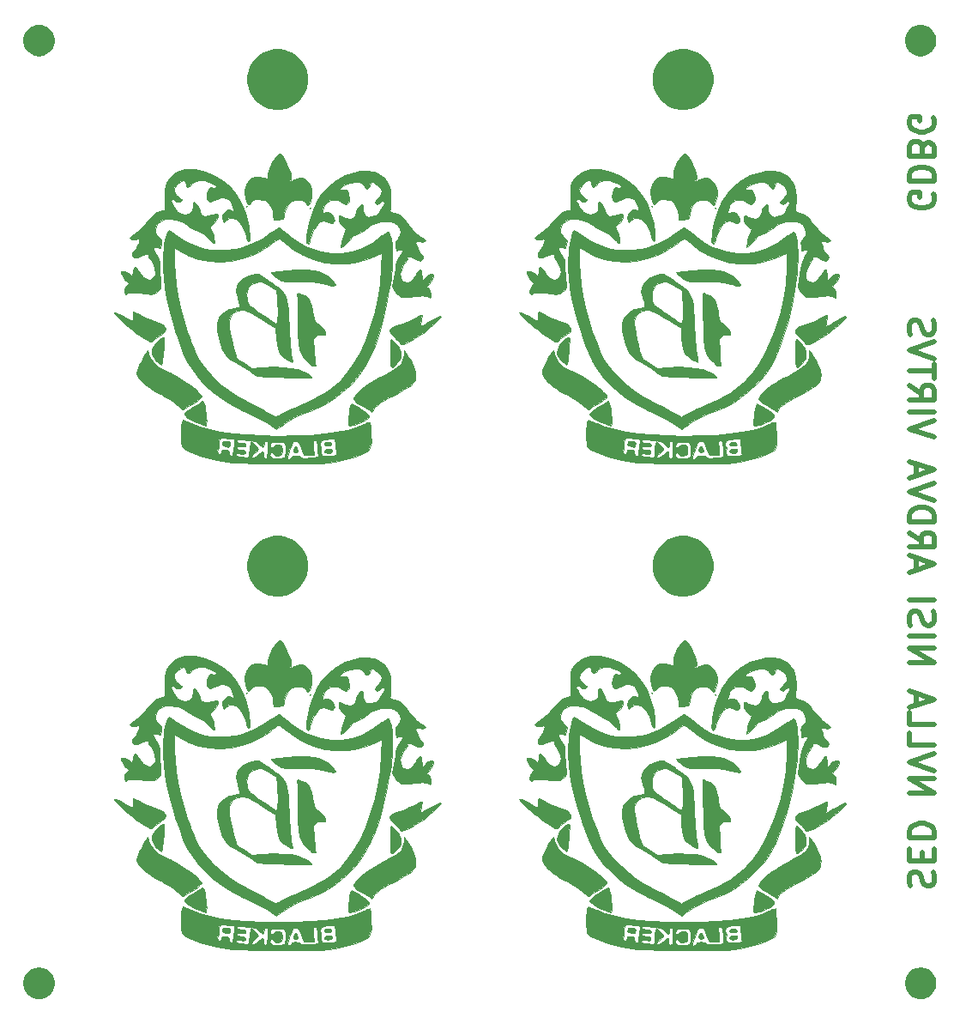
<source format=gbs>
%MOIN*%
%OFA0B0*%
%FSLAX46Y46*%
%IPPOS*%
%LPD*%
%ADD10C,0.00039370078740157485*%
%ADD11C,0.0039370078740157488*%
%ADD22C,0.0039370078740157488*%
%ADD23C,0.00039370078740157485*%
%ADD24C,0.0039370078740157488*%
%ADD25C,0.00039370078740157485*%
%ADD26C,0.0039370078740157488*%
%ADD27C,0.00039370078740157485*%
%ADD28C,0.0039370078740157488*%
%ADD29C,0.01968503937007874*%
%ADD30C,0.0039370078740157488*%
D10*
G36*
X0001159355Y0001021070D02*
G01*
X0001145425Y0001020284D01*
X0001128752Y0001019125D01*
X0001110574Y0001017701D01*
X0001092132Y0001016121D01*
X0001074664Y0001014494D01*
X0001059410Y0001012929D01*
X0001047608Y0001011534D01*
X0001040499Y0001010418D01*
X0001039014Y0001009942D01*
X0001040025Y0001006761D01*
X0001045188Y0001001082D01*
X0001053116Y0000994111D01*
X0001062418Y0000987054D01*
X0001071705Y0000981117D01*
X0001073077Y0000980363D01*
X0001078711Y0000977603D01*
X0001084422Y0000975683D01*
X0001091464Y0000974484D01*
X0001101086Y0000973886D01*
X0001114543Y0000973772D01*
X0001133085Y0000974023D01*
X0001138894Y0000974134D01*
X0001169149Y0000974167D01*
X0001196544Y0000973094D01*
X0001220200Y0000970998D01*
X0001239236Y0000967966D01*
X0001252771Y0000964082D01*
X0001255438Y0000962863D01*
X0001262914Y0000960247D01*
X0001272131Y0000958582D01*
X0001280863Y0000958049D01*
X0001286884Y0000958827D01*
X0001288293Y0000960216D01*
X0001285734Y0000967173D01*
X0001278922Y0000976367D01*
X0001269155Y0000986345D01*
X0001257733Y0000995654D01*
X0001254818Y0000997675D01*
X0001231496Y0001009740D01*
X0001204446Y0001017788D01*
X0001175630Y0001021274D01*
X0001169302Y0001021374D01*
X0001159355Y0001021070D01*
G37*
X0001159355Y0001021070D02*
X0001145425Y0001020284D01*
X0001128752Y0001019125D01*
X0001110574Y0001017701D01*
X0001092132Y0001016121D01*
X0001074664Y0001014494D01*
X0001059410Y0001012929D01*
X0001047608Y0001011534D01*
X0001040499Y0001010418D01*
X0001039014Y0001009942D01*
X0001040025Y0001006761D01*
X0001045188Y0001001082D01*
X0001053116Y0000994111D01*
X0001062418Y0000987054D01*
X0001071705Y0000981117D01*
X0001073077Y0000980363D01*
X0001078711Y0000977603D01*
X0001084422Y0000975683D01*
X0001091464Y0000974484D01*
X0001101086Y0000973886D01*
X0001114543Y0000973772D01*
X0001133085Y0000974023D01*
X0001138894Y0000974134D01*
X0001169149Y0000974167D01*
X0001196544Y0000973094D01*
X0001220200Y0000970998D01*
X0001239236Y0000967966D01*
X0001252771Y0000964082D01*
X0001255438Y0000962863D01*
X0001262914Y0000960247D01*
X0001272131Y0000958582D01*
X0001280863Y0000958049D01*
X0001286884Y0000958827D01*
X0001288293Y0000960216D01*
X0001285734Y0000967173D01*
X0001278922Y0000976367D01*
X0001269155Y0000986345D01*
X0001257733Y0000995654D01*
X0001254818Y0000997675D01*
X0001231496Y0001009740D01*
X0001204446Y0001017788D01*
X0001175630Y0001021274D01*
X0001169302Y0001021374D01*
X0001159355Y0001021070D01*
G36*
X0001142572Y0000928617D02*
G01*
X0001140839Y0000925633D01*
X0001140782Y0000918097D01*
X0001140991Y0000914776D01*
X0001141309Y0000907324D01*
X0001141659Y0000894308D01*
X0001142020Y0000876835D01*
X0001142370Y0000856006D01*
X0001142688Y0000832927D01*
X0001142894Y0000814776D01*
X0001143294Y0000785313D01*
X0001143904Y0000761593D01*
X0001144847Y0000742693D01*
X0001146247Y0000727693D01*
X0001148226Y0000715668D01*
X0001150908Y0000705696D01*
X0001154416Y0000696856D01*
X0001158873Y0000688223D01*
X0001160048Y0000686164D01*
X0001166099Y0000677452D01*
X0001174275Y0000667855D01*
X0001183127Y0000658826D01*
X0001191205Y0000651817D01*
X0001197060Y0000648281D01*
X0001198030Y0000648110D01*
X0001203540Y0000647010D01*
X0001206780Y0000645923D01*
X0001210298Y0000645342D01*
X0001211345Y0000648322D01*
X0001210388Y0000656301D01*
X0001210313Y0000656757D01*
X0001209290Y0000665269D01*
X0001208147Y0000678558D01*
X0001207030Y0000694738D01*
X0001206160Y0000710367D01*
X0001204172Y0000750957D01*
X0001213084Y0000759870D01*
X0001220406Y0000765831D01*
X0001227602Y0000767372D01*
X0001233535Y0000766618D01*
X0001243833Y0000765530D01*
X0001248759Y0000767694D01*
X0001249097Y0000773798D01*
X0001247633Y0000779017D01*
X0001239027Y0000794860D01*
X0001225649Y0000807317D01*
X0001220892Y0000810128D01*
X0001214168Y0000814594D01*
X0001209193Y0000820749D01*
X0001205409Y0000829881D01*
X0001202256Y0000843278D01*
X0001199635Y0000859122D01*
X0001195737Y0000880268D01*
X0001190890Y0000895934D01*
X0001184486Y0000907296D01*
X0001175914Y0000915531D01*
X0001168020Y0000920205D01*
X0001157909Y0000924787D01*
X0001149289Y0000927969D01*
X0001146627Y0000928641D01*
X0001142572Y0000928617D01*
G37*
X0001142572Y0000928617D02*
X0001140839Y0000925633D01*
X0001140782Y0000918097D01*
X0001140991Y0000914776D01*
X0001141309Y0000907324D01*
X0001141659Y0000894308D01*
X0001142020Y0000876835D01*
X0001142370Y0000856006D01*
X0001142688Y0000832927D01*
X0001142894Y0000814776D01*
X0001143294Y0000785313D01*
X0001143904Y0000761593D01*
X0001144847Y0000742693D01*
X0001146247Y0000727693D01*
X0001148226Y0000715668D01*
X0001150908Y0000705696D01*
X0001154416Y0000696856D01*
X0001158873Y0000688223D01*
X0001160048Y0000686164D01*
X0001166099Y0000677452D01*
X0001174275Y0000667855D01*
X0001183127Y0000658826D01*
X0001191205Y0000651817D01*
X0001197060Y0000648281D01*
X0001198030Y0000648110D01*
X0001203540Y0000647010D01*
X0001206780Y0000645923D01*
X0001210298Y0000645342D01*
X0001211345Y0000648322D01*
X0001210388Y0000656301D01*
X0001210313Y0000656757D01*
X0001209290Y0000665269D01*
X0001208147Y0000678558D01*
X0001207030Y0000694738D01*
X0001206160Y0000710367D01*
X0001204172Y0000750957D01*
X0001213084Y0000759870D01*
X0001220406Y0000765831D01*
X0001227602Y0000767372D01*
X0001233535Y0000766618D01*
X0001243833Y0000765530D01*
X0001248759Y0000767694D01*
X0001249097Y0000773798D01*
X0001247633Y0000779017D01*
X0001239027Y0000794860D01*
X0001225649Y0000807317D01*
X0001220892Y0000810128D01*
X0001214168Y0000814594D01*
X0001209193Y0000820749D01*
X0001205409Y0000829881D01*
X0001202256Y0000843278D01*
X0001199635Y0000859122D01*
X0001195737Y0000880268D01*
X0001190890Y0000895934D01*
X0001184486Y0000907296D01*
X0001175914Y0000915531D01*
X0001168020Y0000920205D01*
X0001157909Y0000924787D01*
X0001149289Y0000927969D01*
X0001146627Y0000928641D01*
X0001142572Y0000928617D01*
G36*
X0000978929Y0001003099D02*
G01*
X0000978293Y0001003001D01*
X0000953099Y0000996680D01*
X0000932494Y0000986773D01*
X0000916959Y0000973618D01*
X0000906975Y0000957552D01*
X0000904919Y0000951443D01*
X0000903031Y0000942864D01*
X0000902782Y0000935080D01*
X0000904370Y0000925796D01*
X0000907993Y0000912715D01*
X0000908375Y0000911443D01*
X0000913109Y0000895377D01*
X0000915636Y0000884563D01*
X0000915661Y0000877863D01*
X0000912888Y0000874142D01*
X0000907023Y0000872265D01*
X0000897887Y0000871107D01*
X0000875201Y0000865570D01*
X0000855130Y0000854545D01*
X0000840356Y0000840422D01*
X0000832081Y0000825213D01*
X0000828436Y0000805836D01*
X0000829431Y0000782146D01*
X0000835072Y0000753999D01*
X0000845368Y0000721252D01*
X0000847126Y0000716443D01*
X0000852589Y0000703118D01*
X0000858560Y0000692507D01*
X0000866179Y0000683455D01*
X0000876589Y0000674808D01*
X0000890930Y0000665409D01*
X0000906627Y0000656215D01*
X0000922836Y0000646691D01*
X0000939545Y0000636407D01*
X0000954339Y0000626870D01*
X0000961581Y0000621928D01*
X0000983202Y0000606649D01*
X0001026581Y0000604434D01*
X0001068820Y0000602369D01*
X0001105192Y0000600781D01*
X0001135572Y0000599675D01*
X0001159836Y0000599054D01*
X0001177860Y0000598919D01*
X0001189520Y0000599275D01*
X0001194692Y0000600124D01*
X0001194960Y0000600456D01*
X0001192130Y0000605938D01*
X0001184642Y0000612779D01*
X0001173995Y0000619786D01*
X0001164599Y0000624542D01*
X0001141599Y0000632747D01*
X0001115105Y0000638405D01*
X0001084446Y0000641581D01*
X0001048956Y0000642339D01*
X0001007964Y0000640746D01*
X0001001627Y0000640331D01*
X0000963293Y0000637704D01*
X0000935046Y0000655512D01*
X0000906799Y0000673320D01*
X0000896099Y0000707299D01*
X0000889915Y0000728906D01*
X0000884515Y0000751523D01*
X0000880161Y0000773662D01*
X0000877115Y0000793837D01*
X0000875640Y0000810562D01*
X0000875919Y0000821806D01*
X0000881001Y0000838897D01*
X0000890923Y0000851474D01*
X0000905464Y0000859357D01*
X0000924403Y0000862369D01*
X0000926582Y0000862395D01*
X0000934178Y0000862105D01*
X0000941404Y0000860935D01*
X0000949180Y0000858440D01*
X0000958426Y0000854174D01*
X0000970064Y0000847692D01*
X0000985013Y0000838546D01*
X0001004196Y0000826293D01*
X0001013293Y0000820399D01*
X0001056627Y0000792264D01*
X0001059316Y0000754406D01*
X0001061370Y0000732039D01*
X0001064304Y0000715006D01*
X0001068706Y0000701981D01*
X0001075163Y0000691637D01*
X0001084262Y0000682647D01*
X0001094431Y0000675136D01*
X0001107629Y0000666636D01*
X0001116227Y0000662271D01*
X0001120697Y0000661846D01*
X0001121622Y0000663943D01*
X0001121060Y0000668161D01*
X0001119563Y0000677262D01*
X0001117411Y0000689571D01*
X0001116474Y0000694776D01*
X0001114805Y0000706851D01*
X0001113116Y0000724278D01*
X0001111502Y0000745745D01*
X0001110057Y0000769938D01*
X0001108876Y0000795544D01*
X0001108537Y0000804776D01*
X0001107327Y0000836673D01*
X0001105828Y0000862812D01*
X0001105673Y0000864319D01*
X0001064805Y0000864319D01*
X0001064516Y0000844835D01*
X0001063407Y0000829063D01*
X0001061523Y0000817855D01*
X0001058907Y0000812059D01*
X0001057552Y0000811443D01*
X0001053909Y0000813245D01*
X0001045708Y0000818256D01*
X0001033869Y0000825885D01*
X0001019308Y0000835539D01*
X0001003042Y0000846562D01*
X0000986508Y0000858121D01*
X0000971745Y0000868897D01*
X0000959710Y0000878156D01*
X0000951361Y0000885162D01*
X0000947714Y0000889062D01*
X0000945666Y0000896134D01*
X0000944273Y0000907337D01*
X0000943849Y0000919174D01*
X0000945257Y0000936718D01*
X0000949748Y0000949501D01*
X0000958140Y0000959028D01*
X0000969136Y0000965786D01*
X0000981747Y0000971388D01*
X0000992201Y0000973840D01*
X0001002234Y0000972907D01*
X0001013580Y0000968353D01*
X0001027975Y0000959942D01*
X0001032252Y0000957210D01*
X0001060575Y0000938938D01*
X0001062747Y0000911024D01*
X0001064231Y0000886665D01*
X0001064805Y0000864319D01*
X0001105673Y0000864319D01*
X0001103638Y0000884104D01*
X0001100356Y0000901457D01*
X0001095581Y0000915780D01*
X0001088911Y0000927982D01*
X0001079943Y0000938973D01*
X0001068278Y0000949660D01*
X0001053513Y0000960954D01*
X0001035246Y0000973763D01*
X0001033293Y0000975107D01*
X0001016644Y0000986441D01*
X0001004394Y0000994416D01*
X0000995521Y0000999551D01*
X0000989001Y0001002364D01*
X0000983811Y0001003373D01*
X0000978929Y0001003099D01*
G37*
X0000978929Y0001003099D02*
X0000978293Y0001003001D01*
X0000953099Y0000996680D01*
X0000932494Y0000986773D01*
X0000916959Y0000973618D01*
X0000906975Y0000957552D01*
X0000904919Y0000951443D01*
X0000903031Y0000942864D01*
X0000902782Y0000935080D01*
X0000904370Y0000925796D01*
X0000907993Y0000912715D01*
X0000908375Y0000911443D01*
X0000913109Y0000895377D01*
X0000915636Y0000884563D01*
X0000915661Y0000877863D01*
X0000912888Y0000874142D01*
X0000907023Y0000872265D01*
X0000897887Y0000871107D01*
X0000875201Y0000865570D01*
X0000855130Y0000854545D01*
X0000840356Y0000840422D01*
X0000832081Y0000825213D01*
X0000828436Y0000805836D01*
X0000829431Y0000782146D01*
X0000835072Y0000753999D01*
X0000845368Y0000721252D01*
X0000847126Y0000716443D01*
X0000852589Y0000703118D01*
X0000858560Y0000692507D01*
X0000866179Y0000683455D01*
X0000876589Y0000674808D01*
X0000890930Y0000665409D01*
X0000906627Y0000656215D01*
X0000922836Y0000646691D01*
X0000939545Y0000636407D01*
X0000954339Y0000626870D01*
X0000961581Y0000621928D01*
X0000983202Y0000606649D01*
X0001026581Y0000604434D01*
X0001068820Y0000602369D01*
X0001105192Y0000600781D01*
X0001135572Y0000599675D01*
X0001159836Y0000599054D01*
X0001177860Y0000598919D01*
X0001189520Y0000599275D01*
X0001194692Y0000600124D01*
X0001194960Y0000600456D01*
X0001192130Y0000605938D01*
X0001184642Y0000612779D01*
X0001173995Y0000619786D01*
X0001164599Y0000624542D01*
X0001141599Y0000632747D01*
X0001115105Y0000638405D01*
X0001084446Y0000641581D01*
X0001048956Y0000642339D01*
X0001007964Y0000640746D01*
X0001001627Y0000640331D01*
X0000963293Y0000637704D01*
X0000935046Y0000655512D01*
X0000906799Y0000673320D01*
X0000896099Y0000707299D01*
X0000889915Y0000728906D01*
X0000884515Y0000751523D01*
X0000880161Y0000773662D01*
X0000877115Y0000793837D01*
X0000875640Y0000810562D01*
X0000875919Y0000821806D01*
X0000881001Y0000838897D01*
X0000890923Y0000851474D01*
X0000905464Y0000859357D01*
X0000924403Y0000862369D01*
X0000926582Y0000862395D01*
X0000934178Y0000862105D01*
X0000941404Y0000860935D01*
X0000949180Y0000858440D01*
X0000958426Y0000854174D01*
X0000970064Y0000847692D01*
X0000985013Y0000838546D01*
X0001004196Y0000826293D01*
X0001013293Y0000820399D01*
X0001056627Y0000792264D01*
X0001059316Y0000754406D01*
X0001061370Y0000732039D01*
X0001064304Y0000715006D01*
X0001068706Y0000701981D01*
X0001075163Y0000691637D01*
X0001084262Y0000682647D01*
X0001094431Y0000675136D01*
X0001107629Y0000666636D01*
X0001116227Y0000662271D01*
X0001120697Y0000661846D01*
X0001121622Y0000663943D01*
X0001121060Y0000668161D01*
X0001119563Y0000677262D01*
X0001117411Y0000689571D01*
X0001116474Y0000694776D01*
X0001114805Y0000706851D01*
X0001113116Y0000724278D01*
X0001111502Y0000745745D01*
X0001110057Y0000769938D01*
X0001108876Y0000795544D01*
X0001108537Y0000804776D01*
X0001107327Y0000836673D01*
X0001105828Y0000862812D01*
X0001105673Y0000864319D01*
X0001064805Y0000864319D01*
X0001064516Y0000844835D01*
X0001063407Y0000829063D01*
X0001061523Y0000817855D01*
X0001058907Y0000812059D01*
X0001057552Y0000811443D01*
X0001053909Y0000813245D01*
X0001045708Y0000818256D01*
X0001033869Y0000825885D01*
X0001019308Y0000835539D01*
X0001003042Y0000846562D01*
X0000986508Y0000858121D01*
X0000971745Y0000868897D01*
X0000959710Y0000878156D01*
X0000951361Y0000885162D01*
X0000947714Y0000889062D01*
X0000945666Y0000896134D01*
X0000944273Y0000907337D01*
X0000943849Y0000919174D01*
X0000945257Y0000936718D01*
X0000949748Y0000949501D01*
X0000958140Y0000959028D01*
X0000969136Y0000965786D01*
X0000981747Y0000971388D01*
X0000992201Y0000973840D01*
X0001002234Y0000972907D01*
X0001013580Y0000968353D01*
X0001027975Y0000959942D01*
X0001032252Y0000957210D01*
X0001060575Y0000938938D01*
X0001062747Y0000911024D01*
X0001064231Y0000886665D01*
X0001064805Y0000864319D01*
X0001105673Y0000864319D01*
X0001103638Y0000884104D01*
X0001100356Y0000901457D01*
X0001095581Y0000915780D01*
X0001088911Y0000927982D01*
X0001079943Y0000938973D01*
X0001068278Y0000949660D01*
X0001053513Y0000960954D01*
X0001035246Y0000973763D01*
X0001033293Y0000975107D01*
X0001016644Y0000986441D01*
X0001004394Y0000994416D01*
X0000995521Y0000999551D01*
X0000989001Y0001002364D01*
X0000983811Y0001003373D01*
X0000978929Y0001003099D01*
G36*
X0000852311Y0000352780D02*
G01*
X0000849978Y0000348166D01*
X0000849332Y0000340823D01*
X0000853567Y0000336033D01*
X0000863488Y0000332997D01*
X0000865623Y0000332627D01*
X0000873567Y0000331856D01*
X0000877318Y0000333909D01*
X0000879174Y0000340073D01*
X0000879208Y0000340248D01*
X0000880313Y0000347141D01*
X0000879152Y0000350735D01*
X0000874223Y0000352521D01*
X0000865584Y0000353782D01*
X0000856801Y0000354445D01*
X0000852311Y0000352780D01*
G37*
X0000852311Y0000352780D02*
X0000849978Y0000348166D01*
X0000849332Y0000340823D01*
X0000853567Y0000336033D01*
X0000863488Y0000332997D01*
X0000865623Y0000332627D01*
X0000873567Y0000331856D01*
X0000877318Y0000333909D01*
X0000879174Y0000340073D01*
X0000879208Y0000340248D01*
X0000880313Y0000347141D01*
X0000879152Y0000350735D01*
X0000874223Y0000352521D01*
X0000865584Y0000353782D01*
X0000856801Y0000354445D01*
X0000852311Y0000352780D01*
G36*
X0001251846Y0000349784D02*
G01*
X0001246260Y0000345572D01*
X0001246036Y0000340113D01*
X0001250936Y0000336060D01*
X0001260454Y0000335437D01*
X0001268769Y0000337005D01*
X0001273052Y0000340314D01*
X0001272698Y0000345187D01*
X0001268665Y0000349565D01*
X0001262071Y0000351392D01*
X0001251846Y0000349784D01*
G37*
X0001251846Y0000349784D02*
X0001246260Y0000345572D01*
X0001246036Y0000340113D01*
X0001250936Y0000336060D01*
X0001260454Y0000335437D01*
X0001268769Y0000337005D01*
X0001273052Y0000340314D01*
X0001272698Y0000345187D01*
X0001268665Y0000349565D01*
X0001262071Y0000351392D01*
X0001251846Y0000349784D01*
G36*
X0001254371Y0000323163D02*
G01*
X0001247850Y0000319131D01*
X0001245718Y0000313895D01*
X0001246537Y0000311589D01*
X0001251059Y0000309298D01*
X0001259014Y0000308206D01*
X0001267252Y0000308464D01*
X0001272622Y0000310223D01*
X0001272738Y0000310332D01*
X0001274647Y0000315234D01*
X0001274960Y0000318665D01*
X0001273336Y0000322997D01*
X0001267404Y0000324663D01*
X0001263702Y0000324776D01*
X0001254371Y0000323163D01*
G37*
X0001254371Y0000323163D02*
X0001247850Y0000319131D01*
X0001245718Y0000313895D01*
X0001246537Y0000311589D01*
X0001251059Y0000309298D01*
X0001259014Y0000308206D01*
X0001267252Y0000308464D01*
X0001272622Y0000310223D01*
X0001272738Y0000310332D01*
X0001274647Y0000315234D01*
X0001274960Y0000318665D01*
X0001273336Y0000322997D01*
X0001267404Y0000324663D01*
X0001263702Y0000324776D01*
X0001254371Y0000323163D01*
G36*
X0001132646Y0000332813D02*
G01*
X0001128829Y0000326286D01*
X0001125541Y0000317523D01*
X0001126416Y0000313049D01*
X0001132036Y0000311526D01*
X0001135317Y0000311443D01*
X0001142297Y0000312077D01*
X0001144049Y0000314651D01*
X0001143272Y0000317276D01*
X0001140212Y0000325674D01*
X0001139193Y0000328943D01*
X0001136323Y0000334181D01*
X0001132646Y0000332813D01*
G37*
X0001132646Y0000332813D02*
X0001128829Y0000326286D01*
X0001125541Y0000317523D01*
X0001126416Y0000313049D01*
X0001132036Y0000311526D01*
X0001135317Y0000311443D01*
X0001142297Y0000312077D01*
X0001144049Y0000314651D01*
X0001143272Y0000317276D01*
X0001140212Y0000325674D01*
X0001139193Y0000328943D01*
X0001136323Y0000334181D01*
X0001132646Y0000332813D01*
G36*
X0000941627Y0001266443D02*
G01*
X0000943293Y0001264776D01*
X0000944960Y0001266443D01*
X0000943293Y0001268110D01*
X0000941627Y0001266443D01*
G37*
X0000941627Y0001266443D02*
X0000943293Y0001264776D01*
X0000944960Y0001266443D01*
X0000943293Y0001268110D01*
X0000941627Y0001266443D01*
G36*
X0001188293Y0001259776D02*
G01*
X0001189960Y0001258110D01*
X0001191627Y0001259776D01*
X0001189960Y0001261443D01*
X0001188293Y0001259776D01*
G37*
X0001188293Y0001259776D02*
X0001189960Y0001258110D01*
X0001191627Y0001259776D01*
X0001189960Y0001261443D01*
X0001188293Y0001259776D01*
G36*
X0001064833Y0001466141D02*
G01*
X0001061344Y0001462845D01*
X0001051846Y0001451304D01*
X0001042633Y0001435943D01*
X0001034699Y0001418926D01*
X0001029041Y0001402416D01*
X0001026655Y0001388577D01*
X0001026635Y0001387476D01*
X0001026239Y0001378181D01*
X0001025240Y0001372398D01*
X0001024534Y0001371453D01*
X0001020375Y0001372623D01*
X0001012681Y0001375536D01*
X0001010474Y0001376443D01*
X0000991902Y0001381374D01*
X0000975187Y0001380153D01*
X0000960894Y0001372967D01*
X0000949588Y0001360001D01*
X0000947121Y0001355533D01*
X0000940358Y0001340536D01*
X0000937114Y0001328333D01*
X0000937053Y0001316280D01*
X0000939841Y0001301729D01*
X0000940157Y0001300459D01*
X0000944012Y0001285879D01*
X0000947198Y0001277201D01*
X0000950504Y0001273821D01*
X0000954720Y0001275138D01*
X0000960635Y0001280548D01*
X0000962998Y0001283025D01*
X0000970309Y0001290329D01*
X0000976142Y0001293861D01*
X0000983309Y0001294638D01*
X0000992918Y0001293856D01*
X0001005197Y0001291840D01*
X0001016269Y0001288793D01*
X0001020454Y0001287049D01*
X0001030851Y0001278312D01*
X0001039416Y0001264580D01*
X0001045328Y0001247451D01*
X0001047426Y0001234558D01*
X0001049219Y0001214776D01*
X0001067194Y0001214776D01*
X0001079173Y0001215553D01*
X0001085629Y0001217775D01*
X0001086472Y0001218943D01*
X0001087823Y0001224753D01*
X0001089543Y0001233946D01*
X0001089964Y0001236443D01*
X0001095795Y0001258181D01*
X0001105165Y0001274674D01*
X0001117857Y0001285682D01*
X0001133652Y0001290970D01*
X0001140576Y0001291431D01*
X0001157794Y0001289620D01*
X0001169619Y0001284094D01*
X0001175575Y0001276424D01*
X0001179673Y0001270226D01*
X0001183793Y0001270126D01*
X0001188233Y0001276303D01*
X0001192494Y0001286663D01*
X0001196940Y0001306929D01*
X0001196385Y0001327125D01*
X0001191192Y0001345789D01*
X0001181723Y0001361458D01*
X0001171677Y0001370610D01*
X0001160950Y0001376281D01*
X0001150549Y0001377575D01*
X0001138497Y0001374459D01*
X0001128514Y0001369888D01*
X0001112290Y0001361667D01*
X0001115869Y0001371147D01*
X0001117321Y0001377136D01*
X0001116941Y0001384202D01*
X0001114451Y0001394082D01*
X0001110158Y0001406869D01*
X0001100612Y0001430902D01*
X0001090814Y0001450045D01*
X0001081165Y0001463545D01*
X0001078206Y0001466522D01*
X0001073704Y0001470050D01*
X0001069994Y0001470086D01*
X0001064833Y0001466141D01*
G37*
X0001064833Y0001466141D02*
X0001061344Y0001462845D01*
X0001051846Y0001451304D01*
X0001042633Y0001435943D01*
X0001034699Y0001418926D01*
X0001029041Y0001402416D01*
X0001026655Y0001388577D01*
X0001026635Y0001387476D01*
X0001026239Y0001378181D01*
X0001025240Y0001372398D01*
X0001024534Y0001371453D01*
X0001020375Y0001372623D01*
X0001012681Y0001375536D01*
X0001010474Y0001376443D01*
X0000991902Y0001381374D01*
X0000975187Y0001380153D01*
X0000960894Y0001372967D01*
X0000949588Y0001360001D01*
X0000947121Y0001355533D01*
X0000940358Y0001340536D01*
X0000937114Y0001328333D01*
X0000937053Y0001316280D01*
X0000939841Y0001301729D01*
X0000940157Y0001300459D01*
X0000944012Y0001285879D01*
X0000947198Y0001277201D01*
X0000950504Y0001273821D01*
X0000954720Y0001275138D01*
X0000960635Y0001280548D01*
X0000962998Y0001283025D01*
X0000970309Y0001290329D01*
X0000976142Y0001293861D01*
X0000983309Y0001294638D01*
X0000992918Y0001293856D01*
X0001005197Y0001291840D01*
X0001016269Y0001288793D01*
X0001020454Y0001287049D01*
X0001030851Y0001278312D01*
X0001039416Y0001264580D01*
X0001045328Y0001247451D01*
X0001047426Y0001234558D01*
X0001049219Y0001214776D01*
X0001067194Y0001214776D01*
X0001079173Y0001215553D01*
X0001085629Y0001217775D01*
X0001086472Y0001218943D01*
X0001087823Y0001224753D01*
X0001089543Y0001233946D01*
X0001089964Y0001236443D01*
X0001095795Y0001258181D01*
X0001105165Y0001274674D01*
X0001117857Y0001285682D01*
X0001133652Y0001290970D01*
X0001140576Y0001291431D01*
X0001157794Y0001289620D01*
X0001169619Y0001284094D01*
X0001175575Y0001276424D01*
X0001179673Y0001270226D01*
X0001183793Y0001270126D01*
X0001188233Y0001276303D01*
X0001192494Y0001286663D01*
X0001196940Y0001306929D01*
X0001196385Y0001327125D01*
X0001191192Y0001345789D01*
X0001181723Y0001361458D01*
X0001171677Y0001370610D01*
X0001160950Y0001376281D01*
X0001150549Y0001377575D01*
X0001138497Y0001374459D01*
X0001128514Y0001369888D01*
X0001112290Y0001361667D01*
X0001115869Y0001371147D01*
X0001117321Y0001377136D01*
X0001116941Y0001384202D01*
X0001114451Y0001394082D01*
X0001110158Y0001406869D01*
X0001100612Y0001430902D01*
X0001090814Y0001450045D01*
X0001081165Y0001463545D01*
X0001078206Y0001466522D01*
X0001073704Y0001470050D01*
X0001069994Y0001470086D01*
X0001064833Y0001466141D01*
G36*
X0000704771Y0001410068D02*
G01*
X0000683154Y0001404426D01*
X0000663561Y0001393087D01*
X0000656752Y0001387524D01*
X0000645793Y0001377203D01*
X0000637836Y0001367540D01*
X0000632418Y0001357174D01*
X0000629080Y0001344746D01*
X0000627360Y0001328896D01*
X0000626799Y0001308264D01*
X0000626792Y0001299123D01*
X0000626957Y0001251803D01*
X0000614379Y0001249678D01*
X0000596954Y0001243510D01*
X0000579656Y0001231149D01*
X0000563101Y0001213053D01*
X0000560559Y0001209652D01*
X0000548229Y0001194382D01*
X0000533986Y0001179374D01*
X0000519388Y0001166092D01*
X0000505995Y0001155998D01*
X0000499127Y0001152052D01*
X0000491981Y0001147938D01*
X0000488393Y0001144502D01*
X0000488293Y0001144077D01*
X0000491193Y0001140240D01*
X0000498236Y0001137697D01*
X0000506940Y0001137008D01*
X0000513836Y0001138316D01*
X0000521100Y0001139942D01*
X0000525326Y0001139067D01*
X0000526210Y0001134021D01*
X0000524320Y0001125175D01*
X0000520377Y0001114408D01*
X0000515102Y0001103597D01*
X0000509217Y0001094620D01*
X0000507499Y0001092629D01*
X0000500363Y0001082428D01*
X0000499619Y0001073907D01*
X0000505273Y0001067151D01*
X0000505685Y0001066886D01*
X0000510547Y0001065491D01*
X0000517611Y0001066962D01*
X0000528486Y0001071661D01*
X0000529925Y0001072362D01*
X0000543022Y0001077963D01*
X0000553641Y0001080945D01*
X0000560756Y0001081169D01*
X0000563342Y0001078495D01*
X0000562994Y0001076866D01*
X0000563700Y0001071716D01*
X0000567368Y0001063263D01*
X0000571325Y0001056382D01*
X0000580990Y0001038885D01*
X0000587253Y0001022675D01*
X0000589718Y0001009031D01*
X0000588608Y0001000605D01*
X0000583135Y0000992010D01*
X0000574986Y0000984946D01*
X0000566691Y0000981515D01*
X0000565556Y0000981443D01*
X0000555111Y0000984107D01*
X0000543978Y0000990994D01*
X0000534606Y0001000441D01*
X0000532184Y0001004064D01*
X0000523277Y0001017987D01*
X0000515843Y0001026776D01*
X0000510273Y0001030021D01*
X0000508072Y0001029221D01*
X0000505785Y0001024183D01*
X0000503659Y0001015057D01*
X0000502825Y0001009401D01*
X0000500867Y0000992869D01*
X0000489914Y0001003823D01*
X0000480498Y0001010825D01*
X0000470348Y0001014736D01*
X0000461541Y0001014977D01*
X0000457466Y0001012838D01*
X0000457161Y0001008336D01*
X0000459901Y0001000346D01*
X0000464780Y0000990746D01*
X0000470890Y0000981416D01*
X0000475038Y0000976443D01*
X0000484510Y0000966443D01*
X0000476402Y0000957091D01*
X0000469608Y0000945222D01*
X0000469391Y0000932628D01*
X0000471028Y0000927524D01*
X0000473338Y0000923846D01*
X0000476976Y0000924844D01*
X0000479960Y0000926978D01*
X0000482860Y0000928782D01*
X0000486620Y0000929997D01*
X0000492151Y0000930612D01*
X0000500360Y0000930616D01*
X0000512157Y0000929999D01*
X0000528452Y0000928749D01*
X0000550153Y0000926856D01*
X0000559202Y0000926039D01*
X0000571828Y0000925173D01*
X0000580354Y0000925702D01*
X0000587282Y0000928094D01*
X0000594974Y0000932723D01*
X0000603317Y0000939520D01*
X0000608976Y0000946484D01*
X0000610039Y0000948949D01*
X0000610510Y0000955552D01*
X0000610163Y0000966763D01*
X0000609085Y0000980585D01*
X0000608462Y0000986443D01*
X0000606820Y0001003380D01*
X0000605595Y0001021053D01*
X0000605009Y0001036128D01*
X0000604987Y0001038563D01*
X0000604631Y0001050815D01*
X0000603014Y0001059874D01*
X0000599264Y0001068468D01*
X0000592506Y0001079328D01*
X0000591392Y0001081002D01*
X0000585087Y0001091363D01*
X0000581038Y0001099849D01*
X0000580024Y0001104796D01*
X0000580144Y0001105074D01*
X0000585140Y0001107278D01*
X0000594869Y0001106844D01*
X0000595110Y0001106806D01*
X0000607755Y0001104784D01*
X0000611111Y0001120520D01*
X0000612834Y0001129820D01*
X0000612360Y0001135849D01*
X0000608774Y0001141218D01*
X0000601380Y0001148337D01*
X0000593231Y0001156811D01*
X0000589314Y0001164129D01*
X0000588294Y0001172800D01*
X0000588293Y0001172917D01*
X0000591142Y0001189062D01*
X0000599245Y0001201854D01*
X0000611936Y0001211004D01*
X0000628549Y0001216225D01*
X0000648418Y0001217229D01*
X0000670877Y0001213727D01*
X0000678091Y0001211733D01*
X0000697636Y0001204142D01*
X0000712545Y0001194886D01*
X0000714272Y0001193410D01*
X0000729716Y0001181808D01*
X0000747033Y0001172344D01*
X0000762188Y0001166921D01*
X0000768768Y0001163516D01*
X0000777882Y0001156512D01*
X0000787692Y0001147342D01*
X0000788855Y0001146137D01*
X0000798267Y0001136669D01*
X0000806690Y0001128908D01*
X0000812479Y0001124361D01*
X0000812965Y0001124078D01*
X0000816469Y0001122624D01*
X0000818080Y0001124023D01*
X0000818136Y0001129552D01*
X0000817073Y0001139636D01*
X0000814554Y0001153027D01*
X0000810618Y0001166012D01*
X0000808235Y0001171557D01*
X0000803570Y0001181232D01*
X0000802305Y0001187121D01*
X0000804751Y0001191342D01*
X0000811217Y0001196015D01*
X0000811873Y0001196443D01*
X0000820715Y0001204174D01*
X0000827320Y0001213593D01*
X0000831101Y0001223141D01*
X0000831472Y0001231255D01*
X0000827847Y0001236377D01*
X0000827016Y0001236755D01*
X0000821182Y0001236677D01*
X0000812422Y0001234284D01*
X0000809942Y0001233317D01*
X0000795183Y0001229059D01*
X0000781569Y0001228557D01*
X0000771149Y0001231863D01*
X0000770409Y0001232369D01*
X0000766140Y0001238116D01*
X0000762314Y0001247513D01*
X0000761245Y0001251536D01*
X0000757794Y0001261353D01*
X0000752456Y0001270886D01*
X0000746416Y0001278555D01*
X0000740857Y0001282785D01*
X0000737783Y0001282795D01*
X0000736122Y0001278707D01*
X0000735108Y0001270310D01*
X0000734960Y0001265161D01*
X0000732818Y0001250474D01*
X0000726236Y0001240720D01*
X0000714981Y0001235661D01*
X0000705260Y0001234776D01*
X0000689477Y0001237085D01*
X0000676798Y0001244449D01*
X0000666268Y0001257526D01*
X0000662693Y0001264004D01*
X0000657449Y0001273802D01*
X0000653087Y0001280948D01*
X0000650979Y0001283510D01*
X0000648396Y0001287650D01*
X0000651669Y0001291822D01*
X0000653812Y0001292847D01*
X0000660529Y0001292165D01*
X0000667112Y0001287654D01*
X0000673536Y0001282824D01*
X0000679306Y0001282622D01*
X0000683260Y0001284155D01*
X0000689237Y0001288152D01*
X0000691742Y0001292223D01*
X0000689916Y0001294634D01*
X0000688531Y0001294776D01*
X0000684482Y0001296893D01*
X0000677655Y0001302280D01*
X0000673531Y0001306003D01*
X0000664285Y0001317078D01*
X0000661174Y0001327655D01*
X0000664252Y0001338553D01*
X0000673574Y0001350590D01*
X0000676685Y0001353681D01*
X0000688586Y0001363621D01*
X0000697502Y0001367701D01*
X0000703578Y0001365945D01*
X0000706842Y0001358943D01*
X0000708785Y0001350650D01*
X0000710134Y0001345610D01*
X0000713985Y0001341897D01*
X0000720017Y0001342015D01*
X0000725287Y0001345531D01*
X0000726599Y0001348023D01*
X0000733107Y0001358117D01*
X0000744473Y0001365051D01*
X0000759329Y0001368048D01*
X0000761953Y0001368110D01*
X0000777987Y0001366142D01*
X0000796129Y0001360891D01*
X0000813359Y0001353331D01*
X0000820268Y0001349268D01*
X0000825778Y0001344947D01*
X0000826069Y0001341555D01*
X0000823882Y0001338937D01*
X0000818367Y0001335894D01*
X0000812235Y0001337784D01*
X0000805970Y0001340704D01*
X0000801910Y0001340185D01*
X0000797854Y0001335316D01*
X0000794924Y0001330610D01*
X0000789828Y0001318178D01*
X0000788342Y0001305015D01*
X0000790465Y0001293361D01*
X0000794974Y0001286431D01*
X0000798171Y0001283566D01*
X0000800948Y0001282208D01*
X0000804686Y0001282712D01*
X0000810768Y0001285434D01*
X0000820574Y0001290727D01*
X0000828293Y0001294994D01*
X0000841552Y0001300392D01*
X0000854085Y0001300610D01*
X0000866475Y0001296721D01*
X0000878043Y0001289401D01*
X0000885938Y0001278096D01*
X0000890939Y0001261665D01*
X0000891160Y0001260509D01*
X0000892751Y0001251288D01*
X0000892626Y0001247430D01*
X0000890333Y0001247755D01*
X0000887097Y0001249906D01*
X0000877341Y0001254284D01*
X0000868050Y0001252712D01*
X0000858037Y0001245033D01*
X0000850081Y0001233273D01*
X0000848610Y0001220699D01*
X0000851912Y0001210911D01*
X0000855530Y0001204150D01*
X0000862745Y0001210883D01*
X0000875188Y0001218704D01*
X0000888411Y0001220191D01*
X0000901767Y0001215524D01*
X0000914613Y0001204881D01*
X0000922809Y0001194198D01*
X0000928389Y0001184940D01*
X0000933147Y0001175099D01*
X0000937697Y0001163102D01*
X0000942653Y0001147373D01*
X0000947056Y0001131999D01*
X0000950538Y0001128821D01*
X0000952462Y0001129011D01*
X0000954653Y0001133062D01*
X0000955631Y0001142430D01*
X0000955440Y0001155881D01*
X0000954121Y0001172186D01*
X0000951718Y0001190113D01*
X0000949974Y0001200093D01*
X0000939130Y0001241558D01*
X0000923261Y0001279329D01*
X0000902729Y0001313059D01*
X0000877897Y0001342402D01*
X0000849129Y0001367013D01*
X0000816787Y0001386543D01*
X0000781234Y0001400648D01*
X0000742833Y0001408980D01*
X0000729650Y0001410400D01*
X0000704771Y0001410068D01*
G37*
X0000704771Y0001410068D02*
X0000683154Y0001404426D01*
X0000663561Y0001393087D01*
X0000656752Y0001387524D01*
X0000645793Y0001377203D01*
X0000637836Y0001367540D01*
X0000632418Y0001357174D01*
X0000629080Y0001344746D01*
X0000627360Y0001328896D01*
X0000626799Y0001308264D01*
X0000626792Y0001299123D01*
X0000626957Y0001251803D01*
X0000614379Y0001249678D01*
X0000596954Y0001243510D01*
X0000579656Y0001231149D01*
X0000563101Y0001213053D01*
X0000560559Y0001209652D01*
X0000548229Y0001194382D01*
X0000533986Y0001179374D01*
X0000519388Y0001166092D01*
X0000505995Y0001155998D01*
X0000499127Y0001152052D01*
X0000491981Y0001147938D01*
X0000488393Y0001144502D01*
X0000488293Y0001144077D01*
X0000491193Y0001140240D01*
X0000498236Y0001137697D01*
X0000506940Y0001137008D01*
X0000513836Y0001138316D01*
X0000521100Y0001139942D01*
X0000525326Y0001139067D01*
X0000526210Y0001134021D01*
X0000524320Y0001125175D01*
X0000520377Y0001114408D01*
X0000515102Y0001103597D01*
X0000509217Y0001094620D01*
X0000507499Y0001092629D01*
X0000500363Y0001082428D01*
X0000499619Y0001073907D01*
X0000505273Y0001067151D01*
X0000505685Y0001066886D01*
X0000510547Y0001065491D01*
X0000517611Y0001066962D01*
X0000528486Y0001071661D01*
X0000529925Y0001072362D01*
X0000543022Y0001077963D01*
X0000553641Y0001080945D01*
X0000560756Y0001081169D01*
X0000563342Y0001078495D01*
X0000562994Y0001076866D01*
X0000563700Y0001071716D01*
X0000567368Y0001063263D01*
X0000571325Y0001056382D01*
X0000580990Y0001038885D01*
X0000587253Y0001022675D01*
X0000589718Y0001009031D01*
X0000588608Y0001000605D01*
X0000583135Y0000992010D01*
X0000574986Y0000984946D01*
X0000566691Y0000981515D01*
X0000565556Y0000981443D01*
X0000555111Y0000984107D01*
X0000543978Y0000990994D01*
X0000534606Y0001000441D01*
X0000532184Y0001004064D01*
X0000523277Y0001017987D01*
X0000515843Y0001026776D01*
X0000510273Y0001030021D01*
X0000508072Y0001029221D01*
X0000505785Y0001024183D01*
X0000503659Y0001015057D01*
X0000502825Y0001009401D01*
X0000500867Y0000992869D01*
X0000489914Y0001003823D01*
X0000480498Y0001010825D01*
X0000470348Y0001014736D01*
X0000461541Y0001014977D01*
X0000457466Y0001012838D01*
X0000457161Y0001008336D01*
X0000459901Y0001000346D01*
X0000464780Y0000990746D01*
X0000470890Y0000981416D01*
X0000475038Y0000976443D01*
X0000484510Y0000966443D01*
X0000476402Y0000957091D01*
X0000469608Y0000945222D01*
X0000469391Y0000932628D01*
X0000471028Y0000927524D01*
X0000473338Y0000923846D01*
X0000476976Y0000924844D01*
X0000479960Y0000926978D01*
X0000482860Y0000928782D01*
X0000486620Y0000929997D01*
X0000492151Y0000930612D01*
X0000500360Y0000930616D01*
X0000512157Y0000929999D01*
X0000528452Y0000928749D01*
X0000550153Y0000926856D01*
X0000559202Y0000926039D01*
X0000571828Y0000925173D01*
X0000580354Y0000925702D01*
X0000587282Y0000928094D01*
X0000594974Y0000932723D01*
X0000603317Y0000939520D01*
X0000608976Y0000946484D01*
X0000610039Y0000948949D01*
X0000610510Y0000955552D01*
X0000610163Y0000966763D01*
X0000609085Y0000980585D01*
X0000608462Y0000986443D01*
X0000606820Y0001003380D01*
X0000605595Y0001021053D01*
X0000605009Y0001036128D01*
X0000604987Y0001038563D01*
X0000604631Y0001050815D01*
X0000603014Y0001059874D01*
X0000599264Y0001068468D01*
X0000592506Y0001079328D01*
X0000591392Y0001081002D01*
X0000585087Y0001091363D01*
X0000581038Y0001099849D01*
X0000580024Y0001104796D01*
X0000580144Y0001105074D01*
X0000585140Y0001107278D01*
X0000594869Y0001106844D01*
X0000595110Y0001106806D01*
X0000607755Y0001104784D01*
X0000611111Y0001120520D01*
X0000612834Y0001129820D01*
X0000612360Y0001135849D01*
X0000608774Y0001141218D01*
X0000601380Y0001148337D01*
X0000593231Y0001156811D01*
X0000589314Y0001164129D01*
X0000588294Y0001172800D01*
X0000588293Y0001172917D01*
X0000591142Y0001189062D01*
X0000599245Y0001201854D01*
X0000611936Y0001211004D01*
X0000628549Y0001216225D01*
X0000648418Y0001217229D01*
X0000670877Y0001213727D01*
X0000678091Y0001211733D01*
X0000697636Y0001204142D01*
X0000712545Y0001194886D01*
X0000714272Y0001193410D01*
X0000729716Y0001181808D01*
X0000747033Y0001172344D01*
X0000762188Y0001166921D01*
X0000768768Y0001163516D01*
X0000777882Y0001156512D01*
X0000787692Y0001147342D01*
X0000788855Y0001146137D01*
X0000798267Y0001136669D01*
X0000806690Y0001128908D01*
X0000812479Y0001124361D01*
X0000812965Y0001124078D01*
X0000816469Y0001122624D01*
X0000818080Y0001124023D01*
X0000818136Y0001129552D01*
X0000817073Y0001139636D01*
X0000814554Y0001153027D01*
X0000810618Y0001166012D01*
X0000808235Y0001171557D01*
X0000803570Y0001181232D01*
X0000802305Y0001187121D01*
X0000804751Y0001191342D01*
X0000811217Y0001196015D01*
X0000811873Y0001196443D01*
X0000820715Y0001204174D01*
X0000827320Y0001213593D01*
X0000831101Y0001223141D01*
X0000831472Y0001231255D01*
X0000827847Y0001236377D01*
X0000827016Y0001236755D01*
X0000821182Y0001236677D01*
X0000812422Y0001234284D01*
X0000809942Y0001233317D01*
X0000795183Y0001229059D01*
X0000781569Y0001228557D01*
X0000771149Y0001231863D01*
X0000770409Y0001232369D01*
X0000766140Y0001238116D01*
X0000762314Y0001247513D01*
X0000761245Y0001251536D01*
X0000757794Y0001261353D01*
X0000752456Y0001270886D01*
X0000746416Y0001278555D01*
X0000740857Y0001282785D01*
X0000737783Y0001282795D01*
X0000736122Y0001278707D01*
X0000735108Y0001270310D01*
X0000734960Y0001265161D01*
X0000732818Y0001250474D01*
X0000726236Y0001240720D01*
X0000714981Y0001235661D01*
X0000705260Y0001234776D01*
X0000689477Y0001237085D01*
X0000676798Y0001244449D01*
X0000666268Y0001257526D01*
X0000662693Y0001264004D01*
X0000657449Y0001273802D01*
X0000653087Y0001280948D01*
X0000650979Y0001283510D01*
X0000648396Y0001287650D01*
X0000651669Y0001291822D01*
X0000653812Y0001292847D01*
X0000660529Y0001292165D01*
X0000667112Y0001287654D01*
X0000673536Y0001282824D01*
X0000679306Y0001282622D01*
X0000683260Y0001284155D01*
X0000689237Y0001288152D01*
X0000691742Y0001292223D01*
X0000689916Y0001294634D01*
X0000688531Y0001294776D01*
X0000684482Y0001296893D01*
X0000677655Y0001302280D01*
X0000673531Y0001306003D01*
X0000664285Y0001317078D01*
X0000661174Y0001327655D01*
X0000664252Y0001338553D01*
X0000673574Y0001350590D01*
X0000676685Y0001353681D01*
X0000688586Y0001363621D01*
X0000697502Y0001367701D01*
X0000703578Y0001365945D01*
X0000706842Y0001358943D01*
X0000708785Y0001350650D01*
X0000710134Y0001345610D01*
X0000713985Y0001341897D01*
X0000720017Y0001342015D01*
X0000725287Y0001345531D01*
X0000726599Y0001348023D01*
X0000733107Y0001358117D01*
X0000744473Y0001365051D01*
X0000759329Y0001368048D01*
X0000761953Y0001368110D01*
X0000777987Y0001366142D01*
X0000796129Y0001360891D01*
X0000813359Y0001353331D01*
X0000820268Y0001349268D01*
X0000825778Y0001344947D01*
X0000826069Y0001341555D01*
X0000823882Y0001338937D01*
X0000818367Y0001335894D01*
X0000812235Y0001337784D01*
X0000805970Y0001340704D01*
X0000801910Y0001340185D01*
X0000797854Y0001335316D01*
X0000794924Y0001330610D01*
X0000789828Y0001318178D01*
X0000788342Y0001305015D01*
X0000790465Y0001293361D01*
X0000794974Y0001286431D01*
X0000798171Y0001283566D01*
X0000800948Y0001282208D01*
X0000804686Y0001282712D01*
X0000810768Y0001285434D01*
X0000820574Y0001290727D01*
X0000828293Y0001294994D01*
X0000841552Y0001300392D01*
X0000854085Y0001300610D01*
X0000866475Y0001296721D01*
X0000878043Y0001289401D01*
X0000885938Y0001278096D01*
X0000890939Y0001261665D01*
X0000891160Y0001260509D01*
X0000892751Y0001251288D01*
X0000892626Y0001247430D01*
X0000890333Y0001247755D01*
X0000887097Y0001249906D01*
X0000877341Y0001254284D01*
X0000868050Y0001252712D01*
X0000858037Y0001245033D01*
X0000850081Y0001233273D01*
X0000848610Y0001220699D01*
X0000851912Y0001210911D01*
X0000855530Y0001204150D01*
X0000862745Y0001210883D01*
X0000875188Y0001218704D01*
X0000888411Y0001220191D01*
X0000901767Y0001215524D01*
X0000914613Y0001204881D01*
X0000922809Y0001194198D01*
X0000928389Y0001184940D01*
X0000933147Y0001175099D01*
X0000937697Y0001163102D01*
X0000942653Y0001147373D01*
X0000947056Y0001131999D01*
X0000950538Y0001128821D01*
X0000952462Y0001129011D01*
X0000954653Y0001133062D01*
X0000955631Y0001142430D01*
X0000955440Y0001155881D01*
X0000954121Y0001172186D01*
X0000951718Y0001190113D01*
X0000949974Y0001200093D01*
X0000939130Y0001241558D01*
X0000923261Y0001279329D01*
X0000902729Y0001313059D01*
X0000877897Y0001342402D01*
X0000849129Y0001367013D01*
X0000816787Y0001386543D01*
X0000781234Y0001400648D01*
X0000742833Y0001408980D01*
X0000729650Y0001410400D01*
X0000704771Y0001410068D01*
G36*
X0001384567Y0001402509D02*
G01*
X0001362993Y0001398112D01*
X0001325345Y0001385402D01*
X0001291630Y0001367363D01*
X0001261950Y0001344127D01*
X0001236408Y0001315821D01*
X0001215106Y0001282576D01*
X0001198147Y0001244519D01*
X0001185633Y0001201781D01*
X0001179210Y0001166619D01*
X0001176944Y0001149400D01*
X0001175832Y0001137551D01*
X0001175843Y0001129878D01*
X0001176948Y0001125190D01*
X0001178115Y0001123325D01*
X0001182695Y0001119692D01*
X0001186101Y0001121790D01*
X0001188692Y0001129999D01*
X0001189658Y0001135592D01*
X0001194630Y0001154267D01*
X0001203421Y0001173903D01*
X0001214564Y0001191398D01*
X0001218110Y0001195724D01*
X0001230626Y0001206444D01*
X0001243664Y0001210547D01*
X0001257443Y0001208077D01*
X0001263911Y0001204854D01*
X0001271804Y0001200487D01*
X0001276205Y0001199490D01*
X0001279265Y0001201684D01*
X0001280631Y0001203463D01*
X0001284437Y0001211511D01*
X0001283529Y0001220231D01*
X0001278384Y0001230520D01*
X0001270144Y0001239515D01*
X0001260141Y0001243967D01*
X0001250274Y0001243167D01*
X0001247836Y0001241931D01*
X0001241551Y0001238678D01*
X0001238911Y0001239900D01*
X0001239165Y0001246405D01*
X0001239875Y0001250495D01*
X0001245500Y0001268719D01*
X0001254690Y0001281413D01*
X0001267792Y0001288884D01*
X0001285152Y0001291439D01*
X0001286003Y0001291443D01*
X0001298091Y0001290035D01*
X0001308606Y0001284913D01*
X0001313364Y0001281387D01*
X0001321350Y0001275491D01*
X0001326520Y0001273469D01*
X0001331004Y0001274732D01*
X0001332979Y0001275954D01*
X0001340981Y0001284920D01*
X0001343489Y0001297170D01*
X0001340413Y0001312088D01*
X0001338765Y0001316155D01*
X0001334378Y0001325329D01*
X0001330534Y0001329805D01*
X0001325264Y0001331055D01*
X0001319244Y0001330769D01*
X0001309983Y0001331118D01*
X0001306625Y0001333807D01*
X0001309010Y0001338400D01*
X0001316978Y0001344465D01*
X0001326149Y0001349532D01*
X0001346506Y0001357645D01*
X0001365049Y0001361040D01*
X0001380999Y0001359783D01*
X0001393578Y0001353942D01*
X0001402008Y0001343585D01*
X0001402314Y0001342933D01*
X0001407551Y0001335885D01*
X0001413275Y0001335090D01*
X0001418530Y0001340290D01*
X0001421627Y0001348110D01*
X0001424813Y0001356400D01*
X0001428457Y0001361067D01*
X0001429588Y0001361443D01*
X0001435452Y0001359342D01*
X0001443983Y0001354060D01*
X0001453132Y0001347130D01*
X0001460852Y0001340085D01*
X0001464787Y0001335100D01*
X0001468447Y0001323814D01*
X0001466484Y0001313071D01*
X0001458588Y0001301844D01*
X0001453277Y0001296596D01*
X0001444945Y0001288379D01*
X0001441313Y0001283028D01*
X0001441708Y0001279456D01*
X0001442277Y0001278793D01*
X0001449813Y0001275025D01*
X0001458528Y0001277734D01*
X0001463814Y0001281932D01*
X0001470055Y0001286557D01*
X0001474672Y0001286229D01*
X0001476112Y0001285204D01*
X0001478095Y0001282274D01*
X0001477687Y0001277628D01*
X0001474515Y0001269876D01*
X0001469263Y0001259608D01*
X0001460189Y0001244436D01*
X0001451310Y0001234532D01*
X0001441148Y0001228711D01*
X0001428223Y0001225789D01*
X0001426832Y0001225623D01*
X0001416641Y0001225175D01*
X0001409743Y0001227362D01*
X0001403547Y0001232553D01*
X0001398017Y0001239588D01*
X0001395483Y0001247900D01*
X0001394960Y0001257958D01*
X0001394334Y0001267736D01*
X0001392709Y0001273742D01*
X0001391475Y0001274776D01*
X0001385061Y0001271883D01*
X0001378313Y0001264501D01*
X0001372643Y0001254576D01*
X0001369529Y0001244497D01*
X0001364943Y0001230184D01*
X0001356700Y0001221423D01*
X0001344884Y0001218246D01*
X0001329577Y0001220684D01*
X0001318763Y0001224850D01*
X0001310008Y0001228710D01*
X0001304146Y0001231083D01*
X0001302929Y0001231443D01*
X0001302128Y0001228474D01*
X0001301669Y0001221022D01*
X0001301627Y0001217509D01*
X0001302297Y0001208792D01*
X0001305142Y0001201922D01*
X0001311410Y0001194521D01*
X0001316079Y0001190009D01*
X0001330531Y0001176443D01*
X0001323049Y0001159776D01*
X0001318031Y0001145970D01*
X0001314153Y0001130709D01*
X0001313216Y0001125111D01*
X0001310864Y0001107113D01*
X0001320947Y0001114293D01*
X0001328588Y0001120799D01*
X0001337968Y0001130237D01*
X0001344972Y0001138125D01*
X0001352699Y0001146692D01*
X0001359176Y0001152703D01*
X0001362771Y0001154779D01*
X0001369239Y0001156444D01*
X0001379247Y0001160725D01*
X0001390772Y0001166559D01*
X0001401792Y0001172885D01*
X0001410287Y0001178640D01*
X0001413293Y0001181334D01*
X0001426688Y0001192164D01*
X0001444322Y0001200478D01*
X0001464288Y0001205896D01*
X0001484675Y0001208038D01*
X0001503575Y0001206524D01*
X0001517200Y0001202001D01*
X0001529814Y0001192639D01*
X0001537993Y0001180539D01*
X0001541398Y0001167154D01*
X0001539691Y0001153938D01*
X0001532531Y0001142342D01*
X0001531375Y0001141208D01*
X0001525553Y0001135276D01*
X0001522803Y0001129989D01*
X0001522413Y0001122827D01*
X0001523436Y0001113127D01*
X0001525748Y0001094622D01*
X0001536639Y0001096665D01*
X0001544830Y0001097150D01*
X0001549550Y0001095425D01*
X0001549643Y0001095289D01*
X0001549003Y0001090998D01*
X0001545330Y0001082925D01*
X0001539401Y0001072757D01*
X0001538908Y0001071989D01*
X0001533789Y0001063687D01*
X0001529922Y0001056033D01*
X0001526877Y0001047582D01*
X0001524226Y0001036887D01*
X0001521539Y0001022503D01*
X0001518387Y0001002982D01*
X0001518330Y0001002619D01*
X0001510601Y0000953128D01*
X0001518822Y0000938403D01*
X0001526315Y0000927971D01*
X0001535314Y0000919424D01*
X0001538502Y0000917330D01*
X0001543723Y0000914785D01*
X0001549297Y0000913157D01*
X0001556333Y0000912450D01*
X0001565941Y0000912671D01*
X0001579230Y0000913826D01*
X0001597312Y0000915920D01*
X0001611627Y0000917720D01*
X0001627041Y0000918937D01*
X0001638415Y0000917869D01*
X0001644534Y0000915963D01*
X0001652234Y0000912992D01*
X0001656743Y0000911489D01*
X0001657034Y0000911443D01*
X0001657808Y0000914412D01*
X0001658252Y0000921866D01*
X0001658293Y0000925395D01*
X0001656311Y0000938588D01*
X0001651025Y0000947084D01*
X0001643756Y0000954821D01*
X0001652311Y0000963966D01*
X0001660377Y0000974134D01*
X0001666658Y0000984897D01*
X0001670205Y0000994348D01*
X0001670306Y0001000077D01*
X0001665636Y0001004630D01*
X0001657863Y0001004524D01*
X0001648282Y0001000108D01*
X0001638189Y0000991731D01*
X0001637777Y0000991303D01*
X0001624960Y0000977829D01*
X0001624915Y0000992136D01*
X0001624234Y0001004914D01*
X0001622503Y0001014959D01*
X0001620056Y0001020689D01*
X0001618712Y0001021443D01*
X0001615972Y0001018878D01*
X0001610605Y0001012069D01*
X0001603642Y0001002346D01*
X0001601691Y0000999496D01*
X0001592264Y0000986294D01*
X0001584775Y0000977920D01*
X0001577956Y0000973359D01*
X0001570536Y0000971595D01*
X0001566627Y0000971443D01*
X0001553951Y0000973981D01*
X0001545367Y0000981076D01*
X0001540966Y0000991953D01*
X0001540839Y0001005835D01*
X0001545079Y0001021947D01*
X0001553777Y0001039512D01*
X0001557838Y0001045781D01*
X0001564779Y0001056530D01*
X0001567762Y0001063315D01*
X0001567094Y0001067292D01*
X0001564127Y0001069235D01*
X0001564041Y0001070425D01*
X0001569285Y0001071139D01*
X0001570453Y0001071180D01*
X0001579684Y0001069664D01*
X0001590822Y0001065531D01*
X0001595453Y0001063150D01*
X0001609452Y0001056598D01*
X0001619683Y0001055247D01*
X0001626538Y0001059089D01*
X0001628628Y0001062513D01*
X0001630124Y0001067814D01*
X0001628476Y0001072822D01*
X0001622832Y0001079529D01*
X0001620223Y0001082180D01*
X0001611032Y0001093884D01*
X0001608293Y0001103347D01*
X0001606594Y0001112244D01*
X0001603462Y0001117923D01*
X0001599997Y0001124374D01*
X0001602154Y0001128651D01*
X0001609032Y0001129951D01*
X0001615649Y0001128805D01*
X0001625987Y0001127513D01*
X0001634108Y0001129280D01*
X0001638141Y0001133605D01*
X0001638293Y0001134856D01*
X0001635618Y0001138270D01*
X0001629032Y0001142699D01*
X0001627557Y0001143491D01*
X0001616851Y0001150621D01*
X0001603811Y0001161671D01*
X0001589975Y0001175133D01*
X0001576880Y0001189497D01*
X0001566062Y0001203255D01*
X0001564805Y0001205066D01*
X0001553836Y0001219441D01*
X0001542789Y0001229345D01*
X0001529289Y0001236567D01*
X0001517010Y0001241014D01*
X0001499960Y0001246509D01*
X0001501627Y0001259809D01*
X0001502339Y0001269180D01*
X0001502816Y0001282834D01*
X0001502987Y0001298392D01*
X0001502953Y0001304776D01*
X0001502009Y0001325530D01*
X0001499237Y0001341646D01*
X0001493962Y0001355054D01*
X0001485509Y0001367681D01*
X0001477844Y0001376545D01*
X0001459864Y0001391374D01*
X0001438362Y0001400638D01*
X0001413281Y0001404346D01*
X0001384567Y0001402509D01*
G37*
X0001384567Y0001402509D02*
X0001362993Y0001398112D01*
X0001325345Y0001385402D01*
X0001291630Y0001367363D01*
X0001261950Y0001344127D01*
X0001236408Y0001315821D01*
X0001215106Y0001282576D01*
X0001198147Y0001244519D01*
X0001185633Y0001201781D01*
X0001179210Y0001166619D01*
X0001176944Y0001149400D01*
X0001175832Y0001137551D01*
X0001175843Y0001129878D01*
X0001176948Y0001125190D01*
X0001178115Y0001123325D01*
X0001182695Y0001119692D01*
X0001186101Y0001121790D01*
X0001188692Y0001129999D01*
X0001189658Y0001135592D01*
X0001194630Y0001154267D01*
X0001203421Y0001173903D01*
X0001214564Y0001191398D01*
X0001218110Y0001195724D01*
X0001230626Y0001206444D01*
X0001243664Y0001210547D01*
X0001257443Y0001208077D01*
X0001263911Y0001204854D01*
X0001271804Y0001200487D01*
X0001276205Y0001199490D01*
X0001279265Y0001201684D01*
X0001280631Y0001203463D01*
X0001284437Y0001211511D01*
X0001283529Y0001220231D01*
X0001278384Y0001230520D01*
X0001270144Y0001239515D01*
X0001260141Y0001243967D01*
X0001250274Y0001243167D01*
X0001247836Y0001241931D01*
X0001241551Y0001238678D01*
X0001238911Y0001239900D01*
X0001239165Y0001246405D01*
X0001239875Y0001250495D01*
X0001245500Y0001268719D01*
X0001254690Y0001281413D01*
X0001267792Y0001288884D01*
X0001285152Y0001291439D01*
X0001286003Y0001291443D01*
X0001298091Y0001290035D01*
X0001308606Y0001284913D01*
X0001313364Y0001281387D01*
X0001321350Y0001275491D01*
X0001326520Y0001273469D01*
X0001331004Y0001274732D01*
X0001332979Y0001275954D01*
X0001340981Y0001284920D01*
X0001343489Y0001297170D01*
X0001340413Y0001312088D01*
X0001338765Y0001316155D01*
X0001334378Y0001325329D01*
X0001330534Y0001329805D01*
X0001325264Y0001331055D01*
X0001319244Y0001330769D01*
X0001309983Y0001331118D01*
X0001306625Y0001333807D01*
X0001309010Y0001338400D01*
X0001316978Y0001344465D01*
X0001326149Y0001349532D01*
X0001346506Y0001357645D01*
X0001365049Y0001361040D01*
X0001380999Y0001359783D01*
X0001393578Y0001353942D01*
X0001402008Y0001343585D01*
X0001402314Y0001342933D01*
X0001407551Y0001335885D01*
X0001413275Y0001335090D01*
X0001418530Y0001340290D01*
X0001421627Y0001348110D01*
X0001424813Y0001356400D01*
X0001428457Y0001361067D01*
X0001429588Y0001361443D01*
X0001435452Y0001359342D01*
X0001443983Y0001354060D01*
X0001453132Y0001347130D01*
X0001460852Y0001340085D01*
X0001464787Y0001335100D01*
X0001468447Y0001323814D01*
X0001466484Y0001313071D01*
X0001458588Y0001301844D01*
X0001453277Y0001296596D01*
X0001444945Y0001288379D01*
X0001441313Y0001283028D01*
X0001441708Y0001279456D01*
X0001442277Y0001278793D01*
X0001449813Y0001275025D01*
X0001458528Y0001277734D01*
X0001463814Y0001281932D01*
X0001470055Y0001286557D01*
X0001474672Y0001286229D01*
X0001476112Y0001285204D01*
X0001478095Y0001282274D01*
X0001477687Y0001277628D01*
X0001474515Y0001269876D01*
X0001469263Y0001259608D01*
X0001460189Y0001244436D01*
X0001451310Y0001234532D01*
X0001441148Y0001228711D01*
X0001428223Y0001225789D01*
X0001426832Y0001225623D01*
X0001416641Y0001225175D01*
X0001409743Y0001227362D01*
X0001403547Y0001232553D01*
X0001398017Y0001239588D01*
X0001395483Y0001247900D01*
X0001394960Y0001257958D01*
X0001394334Y0001267736D01*
X0001392709Y0001273742D01*
X0001391475Y0001274776D01*
X0001385061Y0001271883D01*
X0001378313Y0001264501D01*
X0001372643Y0001254576D01*
X0001369529Y0001244497D01*
X0001364943Y0001230184D01*
X0001356700Y0001221423D01*
X0001344884Y0001218246D01*
X0001329577Y0001220684D01*
X0001318763Y0001224850D01*
X0001310008Y0001228710D01*
X0001304146Y0001231083D01*
X0001302929Y0001231443D01*
X0001302128Y0001228474D01*
X0001301669Y0001221022D01*
X0001301627Y0001217509D01*
X0001302297Y0001208792D01*
X0001305142Y0001201922D01*
X0001311410Y0001194521D01*
X0001316079Y0001190009D01*
X0001330531Y0001176443D01*
X0001323049Y0001159776D01*
X0001318031Y0001145970D01*
X0001314153Y0001130709D01*
X0001313216Y0001125111D01*
X0001310864Y0001107113D01*
X0001320947Y0001114293D01*
X0001328588Y0001120799D01*
X0001337968Y0001130237D01*
X0001344972Y0001138125D01*
X0001352699Y0001146692D01*
X0001359176Y0001152703D01*
X0001362771Y0001154779D01*
X0001369239Y0001156444D01*
X0001379247Y0001160725D01*
X0001390772Y0001166559D01*
X0001401792Y0001172885D01*
X0001410287Y0001178640D01*
X0001413293Y0001181334D01*
X0001426688Y0001192164D01*
X0001444322Y0001200478D01*
X0001464288Y0001205896D01*
X0001484675Y0001208038D01*
X0001503575Y0001206524D01*
X0001517200Y0001202001D01*
X0001529814Y0001192639D01*
X0001537993Y0001180539D01*
X0001541398Y0001167154D01*
X0001539691Y0001153938D01*
X0001532531Y0001142342D01*
X0001531375Y0001141208D01*
X0001525553Y0001135276D01*
X0001522803Y0001129989D01*
X0001522413Y0001122827D01*
X0001523436Y0001113127D01*
X0001525748Y0001094622D01*
X0001536639Y0001096665D01*
X0001544830Y0001097150D01*
X0001549550Y0001095425D01*
X0001549643Y0001095289D01*
X0001549003Y0001090998D01*
X0001545330Y0001082925D01*
X0001539401Y0001072757D01*
X0001538908Y0001071989D01*
X0001533789Y0001063687D01*
X0001529922Y0001056033D01*
X0001526877Y0001047582D01*
X0001524226Y0001036887D01*
X0001521539Y0001022503D01*
X0001518387Y0001002982D01*
X0001518330Y0001002619D01*
X0001510601Y0000953128D01*
X0001518822Y0000938403D01*
X0001526315Y0000927971D01*
X0001535314Y0000919424D01*
X0001538502Y0000917330D01*
X0001543723Y0000914785D01*
X0001549297Y0000913157D01*
X0001556333Y0000912450D01*
X0001565941Y0000912671D01*
X0001579230Y0000913826D01*
X0001597312Y0000915920D01*
X0001611627Y0000917720D01*
X0001627041Y0000918937D01*
X0001638415Y0000917869D01*
X0001644534Y0000915963D01*
X0001652234Y0000912992D01*
X0001656743Y0000911489D01*
X0001657034Y0000911443D01*
X0001657808Y0000914412D01*
X0001658252Y0000921866D01*
X0001658293Y0000925395D01*
X0001656311Y0000938588D01*
X0001651025Y0000947084D01*
X0001643756Y0000954821D01*
X0001652311Y0000963966D01*
X0001660377Y0000974134D01*
X0001666658Y0000984897D01*
X0001670205Y0000994348D01*
X0001670306Y0001000077D01*
X0001665636Y0001004630D01*
X0001657863Y0001004524D01*
X0001648282Y0001000108D01*
X0001638189Y0000991731D01*
X0001637777Y0000991303D01*
X0001624960Y0000977829D01*
X0001624915Y0000992136D01*
X0001624234Y0001004914D01*
X0001622503Y0001014959D01*
X0001620056Y0001020689D01*
X0001618712Y0001021443D01*
X0001615972Y0001018878D01*
X0001610605Y0001012069D01*
X0001603642Y0001002346D01*
X0001601691Y0000999496D01*
X0001592264Y0000986294D01*
X0001584775Y0000977920D01*
X0001577956Y0000973359D01*
X0001570536Y0000971595D01*
X0001566627Y0000971443D01*
X0001553951Y0000973981D01*
X0001545367Y0000981076D01*
X0001540966Y0000991953D01*
X0001540839Y0001005835D01*
X0001545079Y0001021947D01*
X0001553777Y0001039512D01*
X0001557838Y0001045781D01*
X0001564779Y0001056530D01*
X0001567762Y0001063315D01*
X0001567094Y0001067292D01*
X0001564127Y0001069235D01*
X0001564041Y0001070425D01*
X0001569285Y0001071139D01*
X0001570453Y0001071180D01*
X0001579684Y0001069664D01*
X0001590822Y0001065531D01*
X0001595453Y0001063150D01*
X0001609452Y0001056598D01*
X0001619683Y0001055247D01*
X0001626538Y0001059089D01*
X0001628628Y0001062513D01*
X0001630124Y0001067814D01*
X0001628476Y0001072822D01*
X0001622832Y0001079529D01*
X0001620223Y0001082180D01*
X0001611032Y0001093884D01*
X0001608293Y0001103347D01*
X0001606594Y0001112244D01*
X0001603462Y0001117923D01*
X0001599997Y0001124374D01*
X0001602154Y0001128651D01*
X0001609032Y0001129951D01*
X0001615649Y0001128805D01*
X0001625987Y0001127513D01*
X0001634108Y0001129280D01*
X0001638141Y0001133605D01*
X0001638293Y0001134856D01*
X0001635618Y0001138270D01*
X0001629032Y0001142699D01*
X0001627557Y0001143491D01*
X0001616851Y0001150621D01*
X0001603811Y0001161671D01*
X0001589975Y0001175133D01*
X0001576880Y0001189497D01*
X0001566062Y0001203255D01*
X0001564805Y0001205066D01*
X0001553836Y0001219441D01*
X0001542789Y0001229345D01*
X0001529289Y0001236567D01*
X0001517010Y0001241014D01*
X0001499960Y0001246509D01*
X0001501627Y0001259809D01*
X0001502339Y0001269180D01*
X0001502816Y0001282834D01*
X0001502987Y0001298392D01*
X0001502953Y0001304776D01*
X0001502009Y0001325530D01*
X0001499237Y0001341646D01*
X0001493962Y0001355054D01*
X0001485509Y0001367681D01*
X0001477844Y0001376545D01*
X0001459864Y0001391374D01*
X0001438362Y0001400638D01*
X0001413281Y0001404346D01*
X0001384567Y0001402509D01*
G36*
X0000503441Y0000855479D02*
G01*
X0000502379Y0000851351D01*
X0000501726Y0000842904D01*
X0000501627Y0000837554D01*
X0000500956Y0000827881D01*
X0000499205Y0000822219D01*
X0000498061Y0000821443D01*
X0000493465Y0000823210D01*
X0000485601Y0000827732D01*
X0000480107Y0000831342D01*
X0000470080Y0000837475D01*
X0000458462Y0000843456D01*
X0000446889Y0000848590D01*
X0000436998Y0000852182D01*
X0000430425Y0000853534D01*
X0000428870Y0000853130D01*
X0000429851Y0000849703D01*
X0000435281Y0000842963D01*
X0000444318Y0000833658D01*
X0000456123Y0000822538D01*
X0000469856Y0000810350D01*
X0000484679Y0000797843D01*
X0000499750Y0000785764D01*
X0000514230Y0000774862D01*
X0000525478Y0000767057D01*
X0000539941Y0000757623D01*
X0000552667Y0000749488D01*
X0000562497Y0000743379D01*
X0000568272Y0000740027D01*
X0000569022Y0000739675D01*
X0000574511Y0000740550D01*
X0000579733Y0000744526D01*
X0000585614Y0000749835D01*
X0000594965Y0000757068D01*
X0000604523Y0000763810D01*
X0000616101Y0000771809D01*
X0000623147Y0000777494D01*
X0000626773Y0000782094D01*
X0000628095Y0000786840D01*
X0000628242Y0000790029D01*
X0000625733Y0000798018D01*
X0000617800Y0000805402D01*
X0000604026Y0000812463D01*
X0000584960Y0000819186D01*
X0000567609Y0000825414D01*
X0000548623Y0000833599D01*
X0000531924Y0000842040D01*
X0000530941Y0000842597D01*
X0000519343Y0000848934D01*
X0000510029Y0000853465D01*
X0000504401Y0000855531D01*
X0000503441Y0000855479D01*
G37*
X0000503441Y0000855479D02*
X0000502379Y0000851351D01*
X0000501726Y0000842904D01*
X0000501627Y0000837554D01*
X0000500956Y0000827881D01*
X0000499205Y0000822219D01*
X0000498061Y0000821443D01*
X0000493465Y0000823210D01*
X0000485601Y0000827732D01*
X0000480107Y0000831342D01*
X0000470080Y0000837475D01*
X0000458462Y0000843456D01*
X0000446889Y0000848590D01*
X0000436998Y0000852182D01*
X0000430425Y0000853534D01*
X0000428870Y0000853130D01*
X0000429851Y0000849703D01*
X0000435281Y0000842963D01*
X0000444318Y0000833658D01*
X0000456123Y0000822538D01*
X0000469856Y0000810350D01*
X0000484679Y0000797843D01*
X0000499750Y0000785764D01*
X0000514230Y0000774862D01*
X0000525478Y0000767057D01*
X0000539941Y0000757623D01*
X0000552667Y0000749488D01*
X0000562497Y0000743379D01*
X0000568272Y0000740027D01*
X0000569022Y0000739675D01*
X0000574511Y0000740550D01*
X0000579733Y0000744526D01*
X0000585614Y0000749835D01*
X0000594965Y0000757068D01*
X0000604523Y0000763810D01*
X0000616101Y0000771809D01*
X0000623147Y0000777494D01*
X0000626773Y0000782094D01*
X0000628095Y0000786840D01*
X0000628242Y0000790029D01*
X0000625733Y0000798018D01*
X0000617800Y0000805402D01*
X0000604026Y0000812463D01*
X0000584960Y0000819186D01*
X0000567609Y0000825414D01*
X0000548623Y0000833599D01*
X0000531924Y0000842040D01*
X0000530941Y0000842597D01*
X0000519343Y0000848934D01*
X0000510029Y0000853465D01*
X0000504401Y0000855531D01*
X0000503441Y0000855479D01*
G36*
X0001620863Y0000842455D02*
G01*
X0001612882Y0000839162D01*
X0001601800Y0000833863D01*
X0001594620Y0000830174D01*
X0001577551Y0000821945D01*
X0001557991Y0000813637D01*
X0001539731Y0000806846D01*
X0001536993Y0000805946D01*
X0001518648Y0000799225D01*
X0001506580Y0000792716D01*
X0001500423Y0000786107D01*
X0001499809Y0000779091D01*
X0001501178Y0000775833D01*
X0001505128Y0000770646D01*
X0001512463Y0000762532D01*
X0001521699Y0000753119D01*
X0001523082Y0000751769D01*
X0001531882Y0000742883D01*
X0001538422Y0000735630D01*
X0001541523Y0000731335D01*
X0001541627Y0000730936D01*
X0001542884Y0000728636D01*
X0001547133Y0000728825D01*
X0001555087Y0000731754D01*
X0001567461Y0000737672D01*
X0001581106Y0000744771D01*
X0001597314Y0000753801D01*
X0001614254Y0000763933D01*
X0001629183Y0000773503D01*
X0001634439Y0000777130D01*
X0001645303Y0000785467D01*
X0001657377Y0000795670D01*
X0001669586Y0000806707D01*
X0001680856Y0000817547D01*
X0001690111Y0000827158D01*
X0001696275Y0000834509D01*
X0001698293Y0000838378D01*
X0001695607Y0000839535D01*
X0001687646Y0000836878D01*
X0001674553Y0000830472D01*
X0001656474Y0000820382D01*
X0001648293Y0000815576D01*
X0001636256Y0000808534D01*
X0001626600Y0000803090D01*
X0001620579Y0000799941D01*
X0001619210Y0000799455D01*
X0001619380Y0000802825D01*
X0001620565Y0000810912D01*
X0001622293Y0000820776D01*
X0001624029Y0000831755D01*
X0001624743Y0000839881D01*
X0001624370Y0000843144D01*
X0001620863Y0000842455D01*
G37*
X0001620863Y0000842455D02*
X0001612882Y0000839162D01*
X0001601800Y0000833863D01*
X0001594620Y0000830174D01*
X0001577551Y0000821945D01*
X0001557991Y0000813637D01*
X0001539731Y0000806846D01*
X0001536993Y0000805946D01*
X0001518648Y0000799225D01*
X0001506580Y0000792716D01*
X0001500423Y0000786107D01*
X0001499809Y0000779091D01*
X0001501178Y0000775833D01*
X0001505128Y0000770646D01*
X0001512463Y0000762532D01*
X0001521699Y0000753119D01*
X0001523082Y0000751769D01*
X0001531882Y0000742883D01*
X0001538422Y0000735630D01*
X0001541523Y0000731335D01*
X0001541627Y0000730936D01*
X0001542884Y0000728636D01*
X0001547133Y0000728825D01*
X0001555087Y0000731754D01*
X0001567461Y0000737672D01*
X0001581106Y0000744771D01*
X0001597314Y0000753801D01*
X0001614254Y0000763933D01*
X0001629183Y0000773503D01*
X0001634439Y0000777130D01*
X0001645303Y0000785467D01*
X0001657377Y0000795670D01*
X0001669586Y0000806707D01*
X0001680856Y0000817547D01*
X0001690111Y0000827158D01*
X0001696275Y0000834509D01*
X0001698293Y0000838378D01*
X0001695607Y0000839535D01*
X0001687646Y0000836878D01*
X0001674553Y0000830472D01*
X0001656474Y0000820382D01*
X0001648293Y0000815576D01*
X0001636256Y0000808534D01*
X0001626600Y0000803090D01*
X0001620579Y0000799941D01*
X0001619210Y0000799455D01*
X0001619380Y0000802825D01*
X0001620565Y0000810912D01*
X0001622293Y0000820776D01*
X0001624029Y0000831755D01*
X0001624743Y0000839881D01*
X0001624370Y0000843144D01*
X0001620863Y0000842455D01*
G36*
X0000610437Y0000752766D02*
G01*
X0000598941Y0000743059D01*
X0000598710Y0000742852D01*
X0000584567Y0000727025D01*
X0000576982Y0000711035D01*
X0000575966Y0000695142D01*
X0000581531Y0000679603D01*
X0000593691Y0000664677D01*
X0000594994Y0000663476D01*
X0000602968Y0000656743D01*
X0000609143Y0000652376D01*
X0000611343Y0000651443D01*
X0000613726Y0000654380D01*
X0000615841Y0000661665D01*
X0000616231Y0000663943D01*
X0000617472Y0000673887D01*
X0000618861Y0000687360D01*
X0000619956Y0000699776D01*
X0000621234Y0000714937D01*
X0000622639Y0000730445D01*
X0000623633Y0000740610D01*
X0000624128Y0000751398D01*
X0000622468Y0000756986D01*
X0000618092Y0000757425D01*
X0000610437Y0000752766D01*
G37*
X0000610437Y0000752766D02*
X0000598941Y0000743059D01*
X0000598710Y0000742852D01*
X0000584567Y0000727025D01*
X0000576982Y0000711035D01*
X0000575966Y0000695142D01*
X0000581531Y0000679603D01*
X0000593691Y0000664677D01*
X0000594994Y0000663476D01*
X0000602968Y0000656743D01*
X0000609143Y0000652376D01*
X0000611343Y0000651443D01*
X0000613726Y0000654380D01*
X0000615841Y0000661665D01*
X0000616231Y0000663943D01*
X0000617472Y0000673887D01*
X0000618861Y0000687360D01*
X0000619956Y0000699776D01*
X0000621234Y0000714937D01*
X0000622639Y0000730445D01*
X0000623633Y0000740610D01*
X0000624128Y0000751398D01*
X0000622468Y0000756986D01*
X0000618092Y0000757425D01*
X0000610437Y0000752766D01*
G36*
X0001503592Y0000748293D02*
G01*
X0001502750Y0000739575D01*
X0001502105Y0000726389D01*
X0001501716Y0000709831D01*
X0001501627Y0000696443D01*
X0001501717Y0000674288D01*
X0001502209Y0000658273D01*
X0001503431Y0000647872D01*
X0001505712Y0000642559D01*
X0001509383Y0000641808D01*
X0001514771Y0000645092D01*
X0001522206Y0000651886D01*
X0001526715Y0000656355D01*
X0001534684Y0000665406D01*
X0001540289Y0000673819D01*
X0001542129Y0000678855D01*
X0001541344Y0000698959D01*
X0001536325Y0000715354D01*
X0001536121Y0000715755D01*
X0001531234Y0000723469D01*
X0001524271Y0000732491D01*
X0001516649Y0000741214D01*
X0001509788Y0000748033D01*
X0001505107Y0000751343D01*
X0001504572Y0000751443D01*
X0001503592Y0000748293D01*
G37*
X0001503592Y0000748293D02*
X0001502750Y0000739575D01*
X0001502105Y0000726389D01*
X0001501716Y0000709831D01*
X0001501627Y0000696443D01*
X0001501717Y0000674288D01*
X0001502209Y0000658273D01*
X0001503431Y0000647872D01*
X0001505712Y0000642559D01*
X0001509383Y0000641808D01*
X0001514771Y0000645092D01*
X0001522206Y0000651886D01*
X0001526715Y0000656355D01*
X0001534684Y0000665406D01*
X0001540289Y0000673819D01*
X0001542129Y0000678855D01*
X0001541344Y0000698959D01*
X0001536325Y0000715354D01*
X0001536121Y0000715755D01*
X0001531234Y0000723469D01*
X0001524271Y0000732491D01*
X0001516649Y0000741214D01*
X0001509788Y0000748033D01*
X0001505107Y0000751343D01*
X0001504572Y0000751443D01*
X0001503592Y0000748293D01*
G36*
X0000555187Y0000700592D02*
G01*
X0000549622Y0000692132D01*
X0000542403Y0000679604D01*
X0000534589Y0000665031D01*
X0000527238Y0000650435D01*
X0000521409Y0000637840D01*
X0000518578Y0000630638D01*
X0000516832Y0000618082D01*
X0000520341Y0000605568D01*
X0000529478Y0000592206D01*
X0000538746Y0000582515D01*
X0000546762Y0000575675D01*
X0000557680Y0000567445D01*
X0000570087Y0000558763D01*
X0000582568Y0000550560D01*
X0000593711Y0000543774D01*
X0000602101Y0000539338D01*
X0000605897Y0000538110D01*
X0000611304Y0000536257D01*
X0000620680Y0000531296D01*
X0000632662Y0000524118D01*
X0000645885Y0000515618D01*
X0000658988Y0000506690D01*
X0000670608Y0000498226D01*
X0000679381Y0000491120D01*
X0000682968Y0000487587D01*
X0000690436Y0000479256D01*
X0000695055Y0000475532D01*
X0000698036Y0000475734D01*
X0000699929Y0000478059D01*
X0000703611Y0000481199D01*
X0000711548Y0000486573D01*
X0000722189Y0000493144D01*
X0000724861Y0000494718D01*
X0000741316Y0000504885D01*
X0000754561Y0000514180D01*
X0000763760Y0000521950D01*
X0000768074Y0000527542D01*
X0000768293Y0000528606D01*
X0000766147Y0000532439D01*
X0000760481Y0000539579D01*
X0000752450Y0000548585D01*
X0000751169Y0000549948D01*
X0000732161Y0000567144D01*
X0000707331Y0000584892D01*
X0000677442Y0000602698D01*
X0000645266Y0000619111D01*
X0000629600Y0000626799D01*
X0000614671Y0000634567D01*
X0000602395Y0000641396D01*
X0000595872Y0000645428D01*
X0000581300Y0000658835D01*
X0000569888Y0000676188D01*
X0000563299Y0000694932D01*
X0000563174Y0000695592D01*
X0000560892Y0000708074D01*
X0000555187Y0000700592D01*
G37*
X0000555187Y0000700592D02*
X0000549622Y0000692132D01*
X0000542403Y0000679604D01*
X0000534589Y0000665031D01*
X0000527238Y0000650435D01*
X0000521409Y0000637840D01*
X0000518578Y0000630638D01*
X0000516832Y0000618082D01*
X0000520341Y0000605568D01*
X0000529478Y0000592206D01*
X0000538746Y0000582515D01*
X0000546762Y0000575675D01*
X0000557680Y0000567445D01*
X0000570087Y0000558763D01*
X0000582568Y0000550560D01*
X0000593711Y0000543774D01*
X0000602101Y0000539338D01*
X0000605897Y0000538110D01*
X0000611304Y0000536257D01*
X0000620680Y0000531296D01*
X0000632662Y0000524118D01*
X0000645885Y0000515618D01*
X0000658988Y0000506690D01*
X0000670608Y0000498226D01*
X0000679381Y0000491120D01*
X0000682968Y0000487587D01*
X0000690436Y0000479256D01*
X0000695055Y0000475532D01*
X0000698036Y0000475734D01*
X0000699929Y0000478059D01*
X0000703611Y0000481199D01*
X0000711548Y0000486573D01*
X0000722189Y0000493144D01*
X0000724861Y0000494718D01*
X0000741316Y0000504885D01*
X0000754561Y0000514180D01*
X0000763760Y0000521950D01*
X0000768074Y0000527542D01*
X0000768293Y0000528606D01*
X0000766147Y0000532439D01*
X0000760481Y0000539579D01*
X0000752450Y0000548585D01*
X0000751169Y0000549948D01*
X0000732161Y0000567144D01*
X0000707331Y0000584892D01*
X0000677442Y0000602698D01*
X0000645266Y0000619111D01*
X0000629600Y0000626799D01*
X0000614671Y0000634567D01*
X0000602395Y0000641396D01*
X0000595872Y0000645428D01*
X0000581300Y0000658835D01*
X0000569888Y0000676188D01*
X0000563299Y0000694932D01*
X0000563174Y0000695592D01*
X0000560892Y0000708074D01*
X0000555187Y0000700592D01*
G36*
X0001554977Y0000690444D02*
G01*
X0001554039Y0000678210D01*
X0001550834Y0000667350D01*
X0001544734Y0000657240D01*
X0001535111Y0000647254D01*
X0001521335Y0000636765D01*
X0001502781Y0000625147D01*
X0001478818Y0000611775D01*
X0001472810Y0000608563D01*
X0001455277Y0000599096D01*
X0001438359Y0000589699D01*
X0001423615Y0000581255D01*
X0001412606Y0000574648D01*
X0001409602Y0000572721D01*
X0001397747Y0000563891D01*
X0001385686Y0000553294D01*
X0001374571Y0000542150D01*
X0001365555Y0000531676D01*
X0001359791Y0000523090D01*
X0001358293Y0000518514D01*
X0001361228Y0000512425D01*
X0001370205Y0000504943D01*
X0001376684Y0000500815D01*
X0001390081Y0000492652D01*
X0001404401Y0000483745D01*
X0001411975Y0000478943D01*
X0001421000Y0000473222D01*
X0001427384Y0000469296D01*
X0001429532Y0000468110D01*
X0001431472Y0000470648D01*
X0001435354Y0000476858D01*
X0001435951Y0000477864D01*
X0001442045Y0000486082D01*
X0001451016Y0000494452D01*
X0001463675Y0000503547D01*
X0001480827Y0000513944D01*
X0001503283Y0000526218D01*
X0001505461Y0000527366D01*
X0001531880Y0000541415D01*
X0001552903Y0000553095D01*
X0001569132Y0000562947D01*
X0001581170Y0000571512D01*
X0001589619Y0000579330D01*
X0001595082Y0000586940D01*
X0001598161Y0000594885D01*
X0001599459Y0000603702D01*
X0001599619Y0000611810D01*
X0001598912Y0000623140D01*
X0001596679Y0000633437D01*
X0001592235Y0000644967D01*
X0001585351Y0000659113D01*
X0001578080Y0000672652D01*
X0001570824Y0000685066D01*
X0001564808Y0000694291D01*
X0001563174Y0000696443D01*
X0001554993Y0000706443D01*
X0001554977Y0000690444D01*
G37*
X0001554977Y0000690444D02*
X0001554039Y0000678210D01*
X0001550834Y0000667350D01*
X0001544734Y0000657240D01*
X0001535111Y0000647254D01*
X0001521335Y0000636765D01*
X0001502781Y0000625147D01*
X0001478818Y0000611775D01*
X0001472810Y0000608563D01*
X0001455277Y0000599096D01*
X0001438359Y0000589699D01*
X0001423615Y0000581255D01*
X0001412606Y0000574648D01*
X0001409602Y0000572721D01*
X0001397747Y0000563891D01*
X0001385686Y0000553294D01*
X0001374571Y0000542150D01*
X0001365555Y0000531676D01*
X0001359791Y0000523090D01*
X0001358293Y0000518514D01*
X0001361228Y0000512425D01*
X0001370205Y0000504943D01*
X0001376684Y0000500815D01*
X0001390081Y0000492652D01*
X0001404401Y0000483745D01*
X0001411975Y0000478943D01*
X0001421000Y0000473222D01*
X0001427384Y0000469296D01*
X0001429532Y0000468110D01*
X0001431472Y0000470648D01*
X0001435354Y0000476858D01*
X0001435951Y0000477864D01*
X0001442045Y0000486082D01*
X0001451016Y0000494452D01*
X0001463675Y0000503547D01*
X0001480827Y0000513944D01*
X0001503283Y0000526218D01*
X0001505461Y0000527366D01*
X0001531880Y0000541415D01*
X0001552903Y0000553095D01*
X0001569132Y0000562947D01*
X0001581170Y0000571512D01*
X0001589619Y0000579330D01*
X0001595082Y0000586940D01*
X0001598161Y0000594885D01*
X0001599459Y0000603702D01*
X0001599619Y0000611810D01*
X0001598912Y0000623140D01*
X0001596679Y0000633437D01*
X0001592235Y0000644967D01*
X0001585351Y0000659113D01*
X0001578080Y0000672652D01*
X0001570824Y0000685066D01*
X0001564808Y0000694291D01*
X0001563174Y0000696443D01*
X0001554993Y0000706443D01*
X0001554977Y0000690444D01*
G36*
X0000754460Y0000498596D02*
G01*
X0000736043Y0000487185D01*
X0000722575Y0000478592D01*
X0000713272Y0000472227D01*
X0000707353Y0000467500D01*
X0000704037Y0000463820D01*
X0000702541Y0000460599D01*
X0000702262Y0000459200D01*
X0000704624Y0000452585D01*
X0000713223Y0000445087D01*
X0000727719Y0000436917D01*
X0000747772Y0000428284D01*
X0000758949Y0000424152D01*
X0000784883Y0000414975D01*
X0000787119Y0000423883D01*
X0000787805Y0000432072D01*
X0000787376Y0000444751D01*
X0000786064Y0000459881D01*
X0000784100Y0000475421D01*
X0000781717Y0000489332D01*
X0000779146Y0000499575D01*
X0000778239Y0000501929D01*
X0000774207Y0000510748D01*
X0000754460Y0000498596D01*
G37*
X0000754460Y0000498596D02*
X0000736043Y0000487185D01*
X0000722575Y0000478592D01*
X0000713272Y0000472227D01*
X0000707353Y0000467500D01*
X0000704037Y0000463820D01*
X0000702541Y0000460599D01*
X0000702262Y0000459200D01*
X0000704624Y0000452585D01*
X0000713223Y0000445087D01*
X0000727719Y0000436917D01*
X0000747772Y0000428284D01*
X0000758949Y0000424152D01*
X0000784883Y0000414975D01*
X0000787119Y0000423883D01*
X0000787805Y0000432072D01*
X0000787376Y0000444751D01*
X0000786064Y0000459881D01*
X0000784100Y0000475421D01*
X0000781717Y0000489332D01*
X0000779146Y0000499575D01*
X0000778239Y0000501929D01*
X0000774207Y0000510748D01*
X0000754460Y0000498596D01*
G36*
X0001350024Y0000496667D02*
G01*
X0001347061Y0000488709D01*
X0001344170Y0000476602D01*
X0001341634Y0000461595D01*
X0001339741Y0000444938D01*
X0001339397Y0000440610D01*
X0001338419Y0000425807D01*
X0001338700Y0000416775D01*
X0001341174Y0000412627D01*
X0001346776Y0000412474D01*
X0001356443Y0000415429D01*
X0001363332Y0000417880D01*
X0001379186Y0000424127D01*
X0001394504Y0000431200D01*
X0001407335Y0000438131D01*
X0001415576Y0000443818D01*
X0001419174Y0000449520D01*
X0001417557Y0000456133D01*
X0001410438Y0000464011D01*
X0001397527Y0000473506D01*
X0001384745Y0000481387D01*
X0001372195Y0000488668D01*
X0001361780Y0000494550D01*
X0001354838Y0000498288D01*
X0001352773Y0000499226D01*
X0001350024Y0000496667D01*
G37*
X0001350024Y0000496667D02*
X0001347061Y0000488709D01*
X0001344170Y0000476602D01*
X0001341634Y0000461595D01*
X0001339741Y0000444938D01*
X0001339397Y0000440610D01*
X0001338419Y0000425807D01*
X0001338700Y0000416775D01*
X0001341174Y0000412627D01*
X0001346776Y0000412474D01*
X0001356443Y0000415429D01*
X0001363332Y0000417880D01*
X0001379186Y0000424127D01*
X0001394504Y0000431200D01*
X0001407335Y0000438131D01*
X0001415576Y0000443818D01*
X0001419174Y0000449520D01*
X0001417557Y0000456133D01*
X0001410438Y0000464011D01*
X0001397527Y0000473506D01*
X0001384745Y0000481387D01*
X0001372195Y0000488668D01*
X0001361780Y0000494550D01*
X0001354838Y0000498288D01*
X0001352773Y0000499226D01*
X0001350024Y0000496667D01*
G36*
X0001066662Y0001182943D02*
G01*
X0001058979Y0001177968D01*
X0001048270Y0001170637D01*
X0001037229Y0001162826D01*
X0001004725Y0001141748D01*
X0000970552Y0001123644D01*
X0000936798Y0001109558D01*
X0000919960Y0001104127D01*
X0000896175Y0001099216D01*
X0000868401Y0001096498D01*
X0000838933Y0001095974D01*
X0000810067Y0001097642D01*
X0000784095Y0001101504D01*
X0000773293Y0001104147D01*
X0000736744Y0001117240D01*
X0000700191Y0001135229D01*
X0000667118Y0001156197D01*
X0000641272Y0001174741D01*
X0000635989Y0001162258D01*
X0000630424Y0001147820D01*
X0000626275Y0001133541D01*
X0000623294Y0001117929D01*
X0000621233Y0001099486D01*
X0000619844Y0001076720D01*
X0000619265Y0001061443D01*
X0000619087Y0001024024D01*
X0000621124Y0000986840D01*
X0000625551Y0000948895D01*
X0000632546Y0000909193D01*
X0000642287Y0000866738D01*
X0000654950Y0000820533D01*
X0000670712Y0000769582D01*
X0000671730Y0000766443D01*
X0000684725Y0000728571D01*
X0000697490Y0000696124D01*
X0000710683Y0000667918D01*
X0000724962Y0000642770D01*
X0000740987Y0000619499D01*
X0000759417Y0000596920D01*
X0000776337Y0000578557D01*
X0000809988Y0000546568D01*
X0000845240Y0000519263D01*
X0000883663Y0000495572D01*
X0000926830Y0000474424D01*
X0000933293Y0000471626D01*
X0000963044Y0000458159D01*
X0000990649Y0000444171D01*
X0001014851Y0000430353D01*
X0001034393Y0000417395D01*
X0001040521Y0000412691D01*
X0001049134Y0000406372D01*
X0001056168Y0000402354D01*
X0001058854Y0000401579D01*
X0001063894Y0000403710D01*
X0001071451Y0000408933D01*
X0001074960Y0000411818D01*
X0001090996Y0000423986D01*
X0001111429Y0000436388D01*
X0001136854Y0000449339D01*
X0001167869Y0000463152D01*
X0001188368Y0000471568D01*
X0001219650Y0000484757D01*
X0001246248Y0000497639D01*
X0001269995Y0000511317D01*
X0001292722Y0000526892D01*
X0001316262Y0000545463D01*
X0001328062Y0000555483D01*
X0001355475Y0000581877D01*
X0001380358Y0000611645D01*
X0001402888Y0000645190D01*
X0001423244Y0000682919D01*
X0001441604Y0000725235D01*
X0001458144Y0000772545D01*
X0001473042Y0000825252D01*
X0001486477Y0000883762D01*
X0001497417Y0000941443D01*
X0001501718Y0000966735D01*
X0001504909Y0000987179D01*
X0001507152Y0001004471D01*
X0001508611Y0001020309D01*
X0001509449Y0001036387D01*
X0001509828Y0001054402D01*
X0001509911Y0001071443D01*
X0001509849Y0001085276D01*
X0001469275Y0001085276D01*
X0001467331Y0001027526D01*
X0001462958Y0000964617D01*
X0001453967Y0000904187D01*
X0001440025Y0000844751D01*
X0001420797Y0000784827D01*
X0001401766Y0000736443D01*
X0001381711Y0000693160D01*
X0001360358Y0000655487D01*
X0001337022Y0000622393D01*
X0001311019Y0000592849D01*
X0001297726Y0000579939D01*
X0001281137Y0000565311D01*
X0001264558Y0000552406D01*
X0001246834Y0000540535D01*
X0001226813Y0000529010D01*
X0001203343Y0000517144D01*
X0001175270Y0000504248D01*
X0001158946Y0000497111D01*
X0001138087Y0000487967D01*
X0001118337Y0000479051D01*
X0001100863Y0000470910D01*
X0001086835Y0000464091D01*
X0001077420Y0000459141D01*
X0001075613Y0000458067D01*
X0001066789Y0000452656D01*
X0001060522Y0000449059D01*
X0001058596Y0000448173D01*
X0001055350Y0000449658D01*
X0001047289Y0000453797D01*
X0001035449Y0000460044D01*
X0001020865Y0000467858D01*
X0001011929Y0000472690D01*
X0000993809Y0000482430D01*
X0000975469Y0000492129D01*
X0000958748Y0000500825D01*
X0000945485Y0000507556D01*
X0000942487Y0000509032D01*
X0000908963Y0000527504D01*
X0000875644Y0000549856D01*
X0000843601Y0000575122D01*
X0000813901Y0000602335D01*
X0000787615Y0000630527D01*
X0000765813Y0000658732D01*
X0000751984Y0000681277D01*
X0000745825Y0000694177D01*
X0000738291Y0000712053D01*
X0000729906Y0000733492D01*
X0000721193Y0000757080D01*
X0000712674Y0000781403D01*
X0000704873Y0000805047D01*
X0000698572Y0000825699D01*
X0000685601Y0000873984D01*
X0000675842Y0000918739D01*
X0000668949Y0000962071D01*
X0000664574Y0001006086D01*
X0000662630Y0001043943D01*
X0000662106Y0001063243D01*
X0000661858Y0001080019D01*
X0000661885Y0001093228D01*
X0000662186Y0001101827D01*
X0000662733Y0001104776D01*
X0000666414Y0001103108D01*
X0000673987Y0001098748D01*
X0000683222Y0001093012D01*
X0000718753Y0001074144D01*
X0000757357Y0001060689D01*
X0000798122Y0001052715D01*
X0000840141Y0001050288D01*
X0000882503Y0001053473D01*
X0000924298Y0001062339D01*
X0000955529Y0001073080D01*
X0000981084Y0001085065D01*
X0001008292Y0001100599D01*
X0001034515Y0001118129D01*
X0001044055Y0001125287D01*
X0001054314Y0001132922D01*
X0001062812Y0001138610D01*
X0001068010Y0001141340D01*
X0001068565Y0001141443D01*
X0001072763Y0001139343D01*
X0001080198Y0001133831D01*
X0001089277Y0001126091D01*
X0001089470Y0001125916D01*
X0001124277Y0001098617D01*
X0001162386Y0001076396D01*
X0001202922Y0001059544D01*
X0001245006Y0001048351D01*
X0001287762Y0001043109D01*
X0001330312Y0001044109D01*
X0001334616Y0001044575D01*
X0001360358Y0001048299D01*
X0001384357Y0001053510D01*
X0001408595Y0001060778D01*
X0001435052Y0001070675D01*
X0001456284Y0001079616D01*
X0001469275Y0001085276D01*
X0001509849Y0001085276D01*
X0001509809Y0001094130D01*
X0001509395Y0001111381D01*
X0001508571Y0001124421D01*
X0001507239Y0001134477D01*
X0001505301Y0001142776D01*
X0001503872Y0001147237D01*
X0001500000Y0001157213D01*
X0001496499Y0001164351D01*
X0001494805Y0001166539D01*
X0001490967Y0001165496D01*
X0001483431Y0001161090D01*
X0001473644Y0001154193D01*
X0001470894Y0001152088D01*
X0001431908Y0001125209D01*
X0001392509Y0001104883D01*
X0001352808Y0001091128D01*
X0001312918Y0001083959D01*
X0001272948Y0001083395D01*
X0001233011Y0001089451D01*
X0001193218Y0001102145D01*
X0001179322Y0001108170D01*
X0001145682Y0001125758D01*
X0001116319Y0001145665D01*
X0001092934Y0001165610D01*
X0001083320Y0001174363D01*
X0001075523Y0001181018D01*
X0001070817Y0001184504D01*
X0001070138Y0001184776D01*
X0001066662Y0001182943D01*
G37*
X0001066662Y0001182943D02*
X0001058979Y0001177968D01*
X0001048270Y0001170637D01*
X0001037229Y0001162826D01*
X0001004725Y0001141748D01*
X0000970552Y0001123644D01*
X0000936798Y0001109558D01*
X0000919960Y0001104127D01*
X0000896175Y0001099216D01*
X0000868401Y0001096498D01*
X0000838933Y0001095974D01*
X0000810067Y0001097642D01*
X0000784095Y0001101504D01*
X0000773293Y0001104147D01*
X0000736744Y0001117240D01*
X0000700191Y0001135229D01*
X0000667118Y0001156197D01*
X0000641272Y0001174741D01*
X0000635989Y0001162258D01*
X0000630424Y0001147820D01*
X0000626275Y0001133541D01*
X0000623294Y0001117929D01*
X0000621233Y0001099486D01*
X0000619844Y0001076720D01*
X0000619265Y0001061443D01*
X0000619087Y0001024024D01*
X0000621124Y0000986840D01*
X0000625551Y0000948895D01*
X0000632546Y0000909193D01*
X0000642287Y0000866738D01*
X0000654950Y0000820533D01*
X0000670712Y0000769582D01*
X0000671730Y0000766443D01*
X0000684725Y0000728571D01*
X0000697490Y0000696124D01*
X0000710683Y0000667918D01*
X0000724962Y0000642770D01*
X0000740987Y0000619499D01*
X0000759417Y0000596920D01*
X0000776337Y0000578557D01*
X0000809988Y0000546568D01*
X0000845240Y0000519263D01*
X0000883663Y0000495572D01*
X0000926830Y0000474424D01*
X0000933293Y0000471626D01*
X0000963044Y0000458159D01*
X0000990649Y0000444171D01*
X0001014851Y0000430353D01*
X0001034393Y0000417395D01*
X0001040521Y0000412691D01*
X0001049134Y0000406372D01*
X0001056168Y0000402354D01*
X0001058854Y0000401579D01*
X0001063894Y0000403710D01*
X0001071451Y0000408933D01*
X0001074960Y0000411818D01*
X0001090996Y0000423986D01*
X0001111429Y0000436388D01*
X0001136854Y0000449339D01*
X0001167869Y0000463152D01*
X0001188368Y0000471568D01*
X0001219650Y0000484757D01*
X0001246248Y0000497639D01*
X0001269995Y0000511317D01*
X0001292722Y0000526892D01*
X0001316262Y0000545463D01*
X0001328062Y0000555483D01*
X0001355475Y0000581877D01*
X0001380358Y0000611645D01*
X0001402888Y0000645190D01*
X0001423244Y0000682919D01*
X0001441604Y0000725235D01*
X0001458144Y0000772545D01*
X0001473042Y0000825252D01*
X0001486477Y0000883762D01*
X0001497417Y0000941443D01*
X0001501718Y0000966735D01*
X0001504909Y0000987179D01*
X0001507152Y0001004471D01*
X0001508611Y0001020309D01*
X0001509449Y0001036387D01*
X0001509828Y0001054402D01*
X0001509911Y0001071443D01*
X0001509849Y0001085276D01*
X0001469275Y0001085276D01*
X0001467331Y0001027526D01*
X0001462958Y0000964617D01*
X0001453967Y0000904187D01*
X0001440025Y0000844751D01*
X0001420797Y0000784827D01*
X0001401766Y0000736443D01*
X0001381711Y0000693160D01*
X0001360358Y0000655487D01*
X0001337022Y0000622393D01*
X0001311019Y0000592849D01*
X0001297726Y0000579939D01*
X0001281137Y0000565311D01*
X0001264558Y0000552406D01*
X0001246834Y0000540535D01*
X0001226813Y0000529010D01*
X0001203343Y0000517144D01*
X0001175270Y0000504248D01*
X0001158946Y0000497111D01*
X0001138087Y0000487967D01*
X0001118337Y0000479051D01*
X0001100863Y0000470910D01*
X0001086835Y0000464091D01*
X0001077420Y0000459141D01*
X0001075613Y0000458067D01*
X0001066789Y0000452656D01*
X0001060522Y0000449059D01*
X0001058596Y0000448173D01*
X0001055350Y0000449658D01*
X0001047289Y0000453797D01*
X0001035449Y0000460044D01*
X0001020865Y0000467858D01*
X0001011929Y0000472690D01*
X0000993809Y0000482430D01*
X0000975469Y0000492129D01*
X0000958748Y0000500825D01*
X0000945485Y0000507556D01*
X0000942487Y0000509032D01*
X0000908963Y0000527504D01*
X0000875644Y0000549856D01*
X0000843601Y0000575122D01*
X0000813901Y0000602335D01*
X0000787615Y0000630527D01*
X0000765813Y0000658732D01*
X0000751984Y0000681277D01*
X0000745825Y0000694177D01*
X0000738291Y0000712053D01*
X0000729906Y0000733492D01*
X0000721193Y0000757080D01*
X0000712674Y0000781403D01*
X0000704873Y0000805047D01*
X0000698572Y0000825699D01*
X0000685601Y0000873984D01*
X0000675842Y0000918739D01*
X0000668949Y0000962071D01*
X0000664574Y0001006086D01*
X0000662630Y0001043943D01*
X0000662106Y0001063243D01*
X0000661858Y0001080019D01*
X0000661885Y0001093228D01*
X0000662186Y0001101827D01*
X0000662733Y0001104776D01*
X0000666414Y0001103108D01*
X0000673987Y0001098748D01*
X0000683222Y0001093012D01*
X0000718753Y0001074144D01*
X0000757357Y0001060689D01*
X0000798122Y0001052715D01*
X0000840141Y0001050288D01*
X0000882503Y0001053473D01*
X0000924298Y0001062339D01*
X0000955529Y0001073080D01*
X0000981084Y0001085065D01*
X0001008292Y0001100599D01*
X0001034515Y0001118129D01*
X0001044055Y0001125287D01*
X0001054314Y0001132922D01*
X0001062812Y0001138610D01*
X0001068010Y0001141340D01*
X0001068565Y0001141443D01*
X0001072763Y0001139343D01*
X0001080198Y0001133831D01*
X0001089277Y0001126091D01*
X0001089470Y0001125916D01*
X0001124277Y0001098617D01*
X0001162386Y0001076396D01*
X0001202922Y0001059544D01*
X0001245006Y0001048351D01*
X0001287762Y0001043109D01*
X0001330312Y0001044109D01*
X0001334616Y0001044575D01*
X0001360358Y0001048299D01*
X0001384357Y0001053510D01*
X0001408595Y0001060778D01*
X0001435052Y0001070675D01*
X0001456284Y0001079616D01*
X0001469275Y0001085276D01*
X0001509849Y0001085276D01*
X0001509809Y0001094130D01*
X0001509395Y0001111381D01*
X0001508571Y0001124421D01*
X0001507239Y0001134477D01*
X0001505301Y0001142776D01*
X0001503872Y0001147237D01*
X0001500000Y0001157213D01*
X0001496499Y0001164351D01*
X0001494805Y0001166539D01*
X0001490967Y0001165496D01*
X0001483431Y0001161090D01*
X0001473644Y0001154193D01*
X0001470894Y0001152088D01*
X0001431908Y0001125209D01*
X0001392509Y0001104883D01*
X0001352808Y0001091128D01*
X0001312918Y0001083959D01*
X0001272948Y0001083395D01*
X0001233011Y0001089451D01*
X0001193218Y0001102145D01*
X0001179322Y0001108170D01*
X0001145682Y0001125758D01*
X0001116319Y0001145665D01*
X0001092934Y0001165610D01*
X0001083320Y0001174363D01*
X0001075523Y0001181018D01*
X0001070817Y0001184504D01*
X0001070138Y0001184776D01*
X0001066662Y0001182943D01*
G36*
X0000694535Y0000434089D02*
G01*
X0000691875Y0000426308D01*
X0000690010Y0000413918D01*
X0000688928Y0000398483D01*
X0000688616Y0000381567D01*
X0000689062Y0000364732D01*
X0000690252Y0000349542D01*
X0000692174Y0000337559D01*
X0000694815Y0000330348D01*
X0000695393Y0000329651D01*
X0000702637Y0000324471D01*
X0000714667Y0000317935D01*
X0000729926Y0000310747D01*
X0000746860Y0000303613D01*
X0000763912Y0000297235D01*
X0000774986Y0000293627D01*
X0000828286Y0000280400D01*
X0000886546Y0000271340D01*
X0000886627Y0000271331D01*
X0000898008Y0000270418D01*
X0000915092Y0000269574D01*
X0000936964Y0000268808D01*
X0000962708Y0000268128D01*
X0000991410Y0000267541D01*
X0001022152Y0000267056D01*
X0001054022Y0000266681D01*
X0001086101Y0000266425D01*
X0001117477Y0000266295D01*
X0001147232Y0000266299D01*
X0001174453Y0000266447D01*
X0001198222Y0000266745D01*
X0001217626Y0000267202D01*
X0001231748Y0000267826D01*
X0001236627Y0000268212D01*
X0001284950Y0000274447D01*
X0001327663Y0000282748D01*
X0001364525Y0000293055D01*
X0001381402Y0000299776D01*
X0001293195Y0000299776D01*
X0001276578Y0000297800D01*
X0001259756Y0000296032D01*
X0001248267Y0000295502D01*
X0001240879Y0000296268D01*
X0001236362Y0000298390D01*
X0001234934Y0000299808D01*
X0001234418Y0000301291D01*
X0001221248Y0000301291D01*
X0001221220Y0000294435D01*
X0001220958Y0000292997D01*
X0001217273Y0000292208D01*
X0001208456Y0000291172D01*
X0001196029Y0000290054D01*
X0001187828Y0000289436D01*
X0001172836Y0000288521D01*
X0001163192Y0000288401D01*
X0001157609Y0000289198D01*
X0001154803Y0000291035D01*
X0001153929Y0000292655D01*
X0001149816Y0000295966D01*
X0001142025Y0000297923D01*
X0001132808Y0000298480D01*
X0001124415Y0000297590D01*
X0001119097Y0000295206D01*
X0001118293Y0000293387D01*
X0001115298Y0000287844D01*
X0001106474Y0000285200D01*
X0001104221Y0000285040D01*
X0001101755Y0000285584D01*
X0001101027Y0000288266D01*
X0001102211Y0000294210D01*
X0001105485Y0000304541D01*
X0001108748Y0000313943D01*
X0001110859Y0000319854D01*
X0001094960Y0000319854D01*
X0001094960Y0000319848D01*
X0001094726Y0000306762D01*
X0001093731Y0000298582D01*
X0001091540Y0000293553D01*
X0001087716Y0000289922D01*
X0001087460Y0000289736D01*
X0001080083Y0000286988D01*
X0001069102Y0000285611D01*
X0001056958Y0000285589D01*
X0001046094Y0000286905D01*
X0001038951Y0000289543D01*
X0001038340Y0000290064D01*
X0001035503Y0000295655D01*
X0001034223Y0000301503D01*
X0001035706Y0000308171D01*
X0001040367Y0000311278D01*
X0001045728Y0000310256D01*
X0001049214Y0000304951D01*
X0001051875Y0000300343D01*
X0001057907Y0000298383D01*
X0001064291Y0000298110D01*
X0001074793Y0000299391D01*
X0001079587Y0000303341D01*
X0001079604Y0000303382D01*
X0001081361Y0000312139D01*
X0001081453Y0000322702D01*
X0001080048Y0000332189D01*
X0001077627Y0000337443D01*
X0001069975Y0000341088D01*
X0001060589Y0000340821D01*
X0001052695Y0000336962D01*
X0001050853Y0000334776D01*
X0001045137Y0000329185D01*
X0001039355Y0000328374D01*
X0001035519Y0000332217D01*
X0001034960Y0000335776D01*
X0001035240Y0000337191D01*
X0001025793Y0000337191D01*
X0001025386Y0000323121D01*
X0001024758Y0000309537D01*
X0001023964Y0000298552D01*
X0001023136Y0000291823D01*
X0001022786Y0000290621D01*
X0001018557Y0000288522D01*
X0001014763Y0000288110D01*
X0001010516Y0000289300D01*
X0001008643Y0000294013D01*
X0001008293Y0000301443D01*
X0001007844Y0000309796D01*
X0001006723Y0000314438D01*
X0001006271Y0000314776D01*
X0001002812Y0000312853D01*
X0000995776Y0000307832D01*
X0000987502Y0000301443D01*
X0000977779Y0000293837D01*
X0000971691Y0000289786D01*
X0000967695Y0000288647D01*
X0000964248Y0000289776D01*
X0000962322Y0000290943D01*
X0000961282Y0000293905D01*
X0000964780Y0000299267D01*
X0000973156Y0000307627D01*
X0000981092Y0000315245D01*
X0000986573Y0000321086D01*
X0000988293Y0000323608D01*
X0000986231Y0000327017D01*
X0000981084Y0000333438D01*
X0000974418Y0000341103D01*
X0000967795Y0000348242D01*
X0000962778Y0000353087D01*
X0000961333Y0000354109D01*
X0000959576Y0000351676D01*
X0000957760Y0000343745D01*
X0000956063Y0000331483D01*
X0000954667Y0000316055D01*
X0000954124Y0000307279D01*
X0000953354Y0000297731D01*
X0000951536Y0000293084D01*
X0000947421Y0000291577D01*
X0000942925Y0000291446D01*
X0000926627Y0000292172D01*
X0000913553Y0000294185D01*
X0000904839Y0000297220D01*
X0000901623Y0000301011D01*
X0000901622Y0000301063D01*
X0000902739Y0000304123D01*
X0000907067Y0000305497D01*
X0000916068Y0000305515D01*
X0000920230Y0000305285D01*
X0000930775Y0000304799D01*
X0000936189Y0000305420D01*
X0000937988Y0000307724D01*
X0000937735Y0000311952D01*
X0000936154Y0000316816D01*
X0000931978Y0000319383D01*
X0000923368Y0000320612D01*
X0000920793Y0000320792D01*
X0000910977Y0000321899D01*
X0000906230Y0000324062D01*
X0000904961Y0000328022D01*
X0000904960Y0000328185D01*
X0000905795Y0000331900D01*
X0000909367Y0000333667D01*
X0000917276Y0000334004D01*
X0000922460Y0000333836D01*
X0000932719Y0000333698D01*
X0000937961Y0000334754D01*
X0000939806Y0000337555D01*
X0000939960Y0000339776D01*
X0000939008Y0000343777D01*
X0000935095Y0000346012D01*
X0000926637Y0000347176D01*
X0000922460Y0000347451D01*
X0000912107Y0000348407D01*
X0000906834Y0000350198D01*
X0000905052Y0000353521D01*
X0000904960Y0000355152D01*
X0000905266Y0000357356D01*
X0000896745Y0000357356D01*
X0000896163Y0000349038D01*
X0000895088Y0000337738D01*
X0000893717Y0000325267D01*
X0000892249Y0000313437D01*
X0000890882Y0000304061D01*
X0000889896Y0000299202D01*
X0000886219Y0000296772D01*
X0000882017Y0000297042D01*
X0000876386Y0000301466D01*
X0000874313Y0000309283D01*
X0000872923Y0000316267D01*
X0000869168Y0000319501D01*
X0000860912Y0000320800D01*
X0000860751Y0000320813D01*
X0000852422Y0000321001D01*
X0000848386Y0000318724D01*
X0000846345Y0000312515D01*
X0000846133Y0000311474D01*
X0000843640Y0000304159D01*
X0000839310Y0000301955D01*
X0000837009Y0000302114D01*
X0000831869Y0000305675D01*
X0000830739Y0000313578D01*
X0000833774Y0000324727D01*
X0000833795Y0000324776D01*
X0000835067Y0000331538D01*
X0000835173Y0000340533D01*
X0000835833Y0000354529D01*
X0000840078Y0000363033D01*
X0000845042Y0000365764D01*
X0000850785Y0000366133D01*
X0000860470Y0000365766D01*
X0000871994Y0000364864D01*
X0000883255Y0000363625D01*
X0000892151Y0000362247D01*
X0000896578Y0000360931D01*
X0000896636Y0000360879D01*
X0000896745Y0000357356D01*
X0000905266Y0000357356D01*
X0000905434Y0000358564D01*
X0000907795Y0000360373D01*
X0000913450Y0000360852D01*
X0000923806Y0000360274D01*
X0000929127Y0000359846D01*
X0000948531Y0000358181D01*
X0000962543Y0000356666D01*
X0000972420Y0000354933D01*
X0000979415Y0000352614D01*
X0000984785Y0000349339D01*
X0000989784Y0000344738D01*
X0000993327Y0000340974D01*
X0001001791Y0000333060D01*
X0001007390Y0000331066D01*
X0001010519Y0000335098D01*
X0001011571Y0000345261D01*
X0001011576Y0000345842D01*
X0001012517Y0000352532D01*
X0001016266Y0000354406D01*
X0001019031Y0000354175D01*
X0001022528Y0000353315D01*
X0001024640Y0000351082D01*
X0001025638Y0000346149D01*
X0001025793Y0000337191D01*
X0001035240Y0000337191D01*
X0001036546Y0000343794D01*
X0001041960Y0000348692D01*
X0001052184Y0000351030D01*
X0001062513Y0000351443D01*
X0001077432Y0000350968D01*
X0001086922Y0000348754D01*
X0001092197Y0000343618D01*
X0001094472Y0000334379D01*
X0001094960Y0000319854D01*
X0001110859Y0000319854D01*
X0001114709Y0000330633D01*
X0001119169Y0000342022D01*
X0001122773Y0000349121D01*
X0001126168Y0000352939D01*
X0001129998Y0000354487D01*
X0001134830Y0000354776D01*
X0001139698Y0000354298D01*
X0001143475Y0000352053D01*
X0001147100Y0000346821D01*
X0001151510Y0000337385D01*
X0001155369Y0000328110D01*
X0001166272Y0000301443D01*
X0001205944Y0000301443D01*
X0001203766Y0000329776D01*
X0001202777Y0000343479D01*
X0001202572Y0000351850D01*
X0001203420Y0000356202D01*
X0001205588Y0000357851D01*
X0001209345Y0000358110D01*
X0001209544Y0000358110D01*
X0001213245Y0000357772D01*
X0001215707Y0000355935D01*
X0001217332Y0000351359D01*
X0001218522Y0000342809D01*
X0001219679Y0000329045D01*
X0001219892Y0000326216D01*
X0001220790Y0000312390D01*
X0001221248Y0000301291D01*
X0001234418Y0000301291D01*
X0001232319Y0000307320D01*
X0001232542Y0000318141D01*
X0001232987Y0000326951D01*
X0001231909Y0000332607D01*
X0001231310Y0000333306D01*
X0001228494Y0000338443D01*
X0001229027Y0000346234D01*
X0001232510Y0000353816D01*
X0001234463Y0000355993D01*
X0001241811Y0000359703D01*
X0001254328Y0000361807D01*
X0001263566Y0000362343D01*
X0001286500Y0000363110D01*
X0001288835Y0000344776D01*
X0001290403Y0000331423D01*
X0001291738Y0000318313D01*
X0001292183Y0000313110D01*
X0001293195Y0000299776D01*
X0001381402Y0000299776D01*
X0001395296Y0000305310D01*
X0001402456Y0000308907D01*
X0001412359Y0000314804D01*
X0001419500Y0000321188D01*
X0001424230Y0000329166D01*
X0001426894Y0000339848D01*
X0001427843Y0000354343D01*
X0001427425Y0000373760D01*
X0001426774Y0000386320D01*
X0001425767Y0000402004D01*
X0001424728Y0000415190D01*
X0001423779Y0000424491D01*
X0001423045Y0000428511D01*
X0001419625Y0000428232D01*
X0001411872Y0000425390D01*
X0001401331Y0000420570D01*
X0001399121Y0000419469D01*
X0001370296Y0000407464D01*
X0001335143Y0000397342D01*
X0001293732Y0000389115D01*
X0001246133Y0000382795D01*
X0001192417Y0000378391D01*
X0001133293Y0000375933D01*
X0001066847Y0000375256D01*
X0001004285Y0000376518D01*
X0000945964Y0000379677D01*
X0000892245Y0000384689D01*
X0000843485Y0000391510D01*
X0000800045Y0000400099D01*
X0000762283Y0000410412D01*
X0000730558Y0000422406D01*
X0000725242Y0000424872D01*
X0000711171Y0000431323D01*
X0000701945Y0000434735D01*
X0000696626Y0000435391D01*
X0000694535Y0000434089D01*
G37*
X0000694535Y0000434089D02*
X0000691875Y0000426308D01*
X0000690010Y0000413918D01*
X0000688928Y0000398483D01*
X0000688616Y0000381567D01*
X0000689062Y0000364732D01*
X0000690252Y0000349542D01*
X0000692174Y0000337559D01*
X0000694815Y0000330348D01*
X0000695393Y0000329651D01*
X0000702637Y0000324471D01*
X0000714667Y0000317935D01*
X0000729926Y0000310747D01*
X0000746860Y0000303613D01*
X0000763912Y0000297235D01*
X0000774986Y0000293627D01*
X0000828286Y0000280400D01*
X0000886546Y0000271340D01*
X0000886627Y0000271331D01*
X0000898008Y0000270418D01*
X0000915092Y0000269574D01*
X0000936964Y0000268808D01*
X0000962708Y0000268128D01*
X0000991410Y0000267541D01*
X0001022152Y0000267056D01*
X0001054022Y0000266681D01*
X0001086101Y0000266425D01*
X0001117477Y0000266295D01*
X0001147232Y0000266299D01*
X0001174453Y0000266447D01*
X0001198222Y0000266745D01*
X0001217626Y0000267202D01*
X0001231748Y0000267826D01*
X0001236627Y0000268212D01*
X0001284950Y0000274447D01*
X0001327663Y0000282748D01*
X0001364525Y0000293055D01*
X0001381402Y0000299776D01*
X0001293195Y0000299776D01*
X0001276578Y0000297800D01*
X0001259756Y0000296032D01*
X0001248267Y0000295502D01*
X0001240879Y0000296268D01*
X0001236362Y0000298390D01*
X0001234934Y0000299808D01*
X0001234418Y0000301291D01*
X0001221248Y0000301291D01*
X0001221220Y0000294435D01*
X0001220958Y0000292997D01*
X0001217273Y0000292208D01*
X0001208456Y0000291172D01*
X0001196029Y0000290054D01*
X0001187828Y0000289436D01*
X0001172836Y0000288521D01*
X0001163192Y0000288401D01*
X0001157609Y0000289198D01*
X0001154803Y0000291035D01*
X0001153929Y0000292655D01*
X0001149816Y0000295966D01*
X0001142025Y0000297923D01*
X0001132808Y0000298480D01*
X0001124415Y0000297590D01*
X0001119097Y0000295206D01*
X0001118293Y0000293387D01*
X0001115298Y0000287844D01*
X0001106474Y0000285200D01*
X0001104221Y0000285040D01*
X0001101755Y0000285584D01*
X0001101027Y0000288266D01*
X0001102211Y0000294210D01*
X0001105485Y0000304541D01*
X0001108748Y0000313943D01*
X0001110859Y0000319854D01*
X0001094960Y0000319854D01*
X0001094960Y0000319848D01*
X0001094726Y0000306762D01*
X0001093731Y0000298582D01*
X0001091540Y0000293553D01*
X0001087716Y0000289922D01*
X0001087460Y0000289736D01*
X0001080083Y0000286988D01*
X0001069102Y0000285611D01*
X0001056958Y0000285589D01*
X0001046094Y0000286905D01*
X0001038951Y0000289543D01*
X0001038340Y0000290064D01*
X0001035503Y0000295655D01*
X0001034223Y0000301503D01*
X0001035706Y0000308171D01*
X0001040367Y0000311278D01*
X0001045728Y0000310256D01*
X0001049214Y0000304951D01*
X0001051875Y0000300343D01*
X0001057907Y0000298383D01*
X0001064291Y0000298110D01*
X0001074793Y0000299391D01*
X0001079587Y0000303341D01*
X0001079604Y0000303382D01*
X0001081361Y0000312139D01*
X0001081453Y0000322702D01*
X0001080048Y0000332189D01*
X0001077627Y0000337443D01*
X0001069975Y0000341088D01*
X0001060589Y0000340821D01*
X0001052695Y0000336962D01*
X0001050853Y0000334776D01*
X0001045137Y0000329185D01*
X0001039355Y0000328374D01*
X0001035519Y0000332217D01*
X0001034960Y0000335776D01*
X0001035240Y0000337191D01*
X0001025793Y0000337191D01*
X0001025386Y0000323121D01*
X0001024758Y0000309537D01*
X0001023964Y0000298552D01*
X0001023136Y0000291823D01*
X0001022786Y0000290621D01*
X0001018557Y0000288522D01*
X0001014763Y0000288110D01*
X0001010516Y0000289300D01*
X0001008643Y0000294013D01*
X0001008293Y0000301443D01*
X0001007844Y0000309796D01*
X0001006723Y0000314438D01*
X0001006271Y0000314776D01*
X0001002812Y0000312853D01*
X0000995776Y0000307832D01*
X0000987502Y0000301443D01*
X0000977779Y0000293837D01*
X0000971691Y0000289786D01*
X0000967695Y0000288647D01*
X0000964248Y0000289776D01*
X0000962322Y0000290943D01*
X0000961282Y0000293905D01*
X0000964780Y0000299267D01*
X0000973156Y0000307627D01*
X0000981092Y0000315245D01*
X0000986573Y0000321086D01*
X0000988293Y0000323608D01*
X0000986231Y0000327017D01*
X0000981084Y0000333438D01*
X0000974418Y0000341103D01*
X0000967795Y0000348242D01*
X0000962778Y0000353087D01*
X0000961333Y0000354109D01*
X0000959576Y0000351676D01*
X0000957760Y0000343745D01*
X0000956063Y0000331483D01*
X0000954667Y0000316055D01*
X0000954124Y0000307279D01*
X0000953354Y0000297731D01*
X0000951536Y0000293084D01*
X0000947421Y0000291577D01*
X0000942925Y0000291446D01*
X0000926627Y0000292172D01*
X0000913553Y0000294185D01*
X0000904839Y0000297220D01*
X0000901623Y0000301011D01*
X0000901622Y0000301063D01*
X0000902739Y0000304123D01*
X0000907067Y0000305497D01*
X0000916068Y0000305515D01*
X0000920230Y0000305285D01*
X0000930775Y0000304799D01*
X0000936189Y0000305420D01*
X0000937988Y0000307724D01*
X0000937735Y0000311952D01*
X0000936154Y0000316816D01*
X0000931978Y0000319383D01*
X0000923368Y0000320612D01*
X0000920793Y0000320792D01*
X0000910977Y0000321899D01*
X0000906230Y0000324062D01*
X0000904961Y0000328022D01*
X0000904960Y0000328185D01*
X0000905795Y0000331900D01*
X0000909367Y0000333667D01*
X0000917276Y0000334004D01*
X0000922460Y0000333836D01*
X0000932719Y0000333698D01*
X0000937961Y0000334754D01*
X0000939806Y0000337555D01*
X0000939960Y0000339776D01*
X0000939008Y0000343777D01*
X0000935095Y0000346012D01*
X0000926637Y0000347176D01*
X0000922460Y0000347451D01*
X0000912107Y0000348407D01*
X0000906834Y0000350198D01*
X0000905052Y0000353521D01*
X0000904960Y0000355152D01*
X0000905266Y0000357356D01*
X0000896745Y0000357356D01*
X0000896163Y0000349038D01*
X0000895088Y0000337738D01*
X0000893717Y0000325267D01*
X0000892249Y0000313437D01*
X0000890882Y0000304061D01*
X0000889896Y0000299202D01*
X0000886219Y0000296772D01*
X0000882017Y0000297042D01*
X0000876386Y0000301466D01*
X0000874313Y0000309283D01*
X0000872923Y0000316267D01*
X0000869168Y0000319501D01*
X0000860912Y0000320800D01*
X0000860751Y0000320813D01*
X0000852422Y0000321001D01*
X0000848386Y0000318724D01*
X0000846345Y0000312515D01*
X0000846133Y0000311474D01*
X0000843640Y0000304159D01*
X0000839310Y0000301955D01*
X0000837009Y0000302114D01*
X0000831869Y0000305675D01*
X0000830739Y0000313578D01*
X0000833774Y0000324727D01*
X0000833795Y0000324776D01*
X0000835067Y0000331538D01*
X0000835173Y0000340533D01*
X0000835833Y0000354529D01*
X0000840078Y0000363033D01*
X0000845042Y0000365764D01*
X0000850785Y0000366133D01*
X0000860470Y0000365766D01*
X0000871994Y0000364864D01*
X0000883255Y0000363625D01*
X0000892151Y0000362247D01*
X0000896578Y0000360931D01*
X0000896636Y0000360879D01*
X0000896745Y0000357356D01*
X0000905266Y0000357356D01*
X0000905434Y0000358564D01*
X0000907795Y0000360373D01*
X0000913450Y0000360852D01*
X0000923806Y0000360274D01*
X0000929127Y0000359846D01*
X0000948531Y0000358181D01*
X0000962543Y0000356666D01*
X0000972420Y0000354933D01*
X0000979415Y0000352614D01*
X0000984785Y0000349339D01*
X0000989784Y0000344738D01*
X0000993327Y0000340974D01*
X0001001791Y0000333060D01*
X0001007390Y0000331066D01*
X0001010519Y0000335098D01*
X0001011571Y0000345261D01*
X0001011576Y0000345842D01*
X0001012517Y0000352532D01*
X0001016266Y0000354406D01*
X0001019031Y0000354175D01*
X0001022528Y0000353315D01*
X0001024640Y0000351082D01*
X0001025638Y0000346149D01*
X0001025793Y0000337191D01*
X0001035240Y0000337191D01*
X0001036546Y0000343794D01*
X0001041960Y0000348692D01*
X0001052184Y0000351030D01*
X0001062513Y0000351443D01*
X0001077432Y0000350968D01*
X0001086922Y0000348754D01*
X0001092197Y0000343618D01*
X0001094472Y0000334379D01*
X0001094960Y0000319854D01*
X0001110859Y0000319854D01*
X0001114709Y0000330633D01*
X0001119169Y0000342022D01*
X0001122773Y0000349121D01*
X0001126168Y0000352939D01*
X0001129998Y0000354487D01*
X0001134830Y0000354776D01*
X0001139698Y0000354298D01*
X0001143475Y0000352053D01*
X0001147100Y0000346821D01*
X0001151510Y0000337385D01*
X0001155369Y0000328110D01*
X0001166272Y0000301443D01*
X0001205944Y0000301443D01*
X0001203766Y0000329776D01*
X0001202777Y0000343479D01*
X0001202572Y0000351850D01*
X0001203420Y0000356202D01*
X0001205588Y0000357851D01*
X0001209345Y0000358110D01*
X0001209544Y0000358110D01*
X0001213245Y0000357772D01*
X0001215707Y0000355935D01*
X0001217332Y0000351359D01*
X0001218522Y0000342809D01*
X0001219679Y0000329045D01*
X0001219892Y0000326216D01*
X0001220790Y0000312390D01*
X0001221248Y0000301291D01*
X0001234418Y0000301291D01*
X0001232319Y0000307320D01*
X0001232542Y0000318141D01*
X0001232987Y0000326951D01*
X0001231909Y0000332607D01*
X0001231310Y0000333306D01*
X0001228494Y0000338443D01*
X0001229027Y0000346234D01*
X0001232510Y0000353816D01*
X0001234463Y0000355993D01*
X0001241811Y0000359703D01*
X0001254328Y0000361807D01*
X0001263566Y0000362343D01*
X0001286500Y0000363110D01*
X0001288835Y0000344776D01*
X0001290403Y0000331423D01*
X0001291738Y0000318313D01*
X0001292183Y0000313110D01*
X0001293195Y0000299776D01*
X0001381402Y0000299776D01*
X0001395296Y0000305310D01*
X0001402456Y0000308907D01*
X0001412359Y0000314804D01*
X0001419500Y0000321188D01*
X0001424230Y0000329166D01*
X0001426894Y0000339848D01*
X0001427843Y0000354343D01*
X0001427425Y0000373760D01*
X0001426774Y0000386320D01*
X0001425767Y0000402004D01*
X0001424728Y0000415190D01*
X0001423779Y0000424491D01*
X0001423045Y0000428511D01*
X0001419625Y0000428232D01*
X0001411872Y0000425390D01*
X0001401331Y0000420570D01*
X0001399121Y0000419469D01*
X0001370296Y0000407464D01*
X0001335143Y0000397342D01*
X0001293732Y0000389115D01*
X0001246133Y0000382795D01*
X0001192417Y0000378391D01*
X0001133293Y0000375933D01*
X0001066847Y0000375256D01*
X0001004285Y0000376518D01*
X0000945964Y0000379677D01*
X0000892245Y0000384689D01*
X0000843485Y0000391510D01*
X0000800045Y0000400099D01*
X0000762283Y0000410412D01*
X0000730558Y0000422406D01*
X0000725242Y0000424872D01*
X0000711171Y0000431323D01*
X0000701945Y0000434735D01*
X0000696626Y0000435391D01*
X0000694535Y0000434089D01*
D11*
G36*
X0001091805Y0001873194D02*
G01*
X0001099412Y0001871681D01*
X0001120906Y0001862778D01*
X0001140251Y0001849852D01*
X0001156702Y0001833401D01*
X0001169628Y0001814056D01*
X0001178531Y0001792561D01*
X0001183070Y0001769743D01*
X0001183070Y0001746477D01*
X0001178531Y0001723658D01*
X0001169628Y0001702164D01*
X0001156702Y0001682819D01*
X0001140251Y0001666368D01*
X0001120906Y0001653442D01*
X0001099412Y0001644538D01*
X0001091805Y0001643025D01*
X0001076593Y0001640000D01*
X0001053327Y0001640000D01*
X0001038115Y0001643025D01*
X0001030509Y0001644538D01*
X0001009014Y0001653442D01*
X0000989669Y0001666368D01*
X0000973218Y0001682819D01*
X0000960292Y0001702164D01*
X0000951389Y0001723658D01*
X0000946850Y0001746477D01*
X0000946850Y0001769743D01*
X0000951389Y0001792561D01*
X0000960292Y0001814056D01*
X0000973218Y0001833401D01*
X0000989669Y0001849852D01*
X0001009014Y0001862778D01*
X0001030509Y0001871681D01*
X0001038115Y0001873194D01*
X0001053327Y0001876220D01*
X0001076593Y0001876220D01*
X0001091805Y0001873194D01*
G37*
G04 next file*
G04 #@! TF.GenerationSoftware,KiCad,Pcbnew,(5.1.5)-3*
G04 #@! TF.CreationDate,2019-12-21T19:25:36-08:00*
G04 #@! TF.ProjectId,mole-small-frame-A,6d6f6c65-2d73-46d6-916c-6c2d6672616d,rev?*
G04 #@! TF.SameCoordinates,Original*
G04 #@! TF.FileFunction,Soldermask,Bot*
G04 #@! TF.FilePolarity,Negative*
G04 Gerber Fmt 4.6, Leading zero omitted, Abs format (unit mm)*
G04 Created by KiCad (PCBNEW (5.1.5)-3) date 2019-12-21 19:25:36*
G04 APERTURE LIST*
G04 APERTURE END LIST*
D22*
G36*
X0000149708Y0000197684D02*
G01*
X0000155606Y0000196511D01*
X0000166719Y0000191908D01*
X0000176720Y0000185226D01*
X0000185226Y0000176720D01*
X0000191908Y0000166719D01*
X0000196511Y0000155606D01*
X0000198858Y0000143809D01*
X0000198858Y0000131781D01*
X0000196511Y0000119983D01*
X0000191908Y0000108871D01*
X0000185226Y0000098869D01*
X0000176720Y0000090364D01*
X0000166719Y0000083681D01*
X0000155606Y0000079078D01*
X0000149708Y0000077905D01*
X0000143809Y0000076732D01*
X0000131781Y0000076732D01*
X0000125882Y0000077905D01*
X0000119983Y0000079078D01*
X0000108871Y0000083681D01*
X0000098869Y0000090364D01*
X0000090364Y0000098869D01*
X0000083681Y0000108871D01*
X0000079078Y0000119983D01*
X0000076732Y0000131781D01*
X0000076732Y0000143809D01*
X0000079078Y0000155606D01*
X0000083681Y0000166719D01*
X0000090364Y0000176720D01*
X0000098869Y0000185226D01*
X0000108871Y0000191908D01*
X0000119983Y0000196511D01*
X0000125882Y0000197684D01*
X0000131781Y0000198858D01*
X0000143809Y0000198858D01*
X0000149708Y0000197684D01*
G37*
G36*
X0000149708Y0003859102D02*
G01*
X0000155606Y0003857928D01*
X0000166719Y0003853325D01*
X0000176720Y0003846643D01*
X0000185226Y0003838137D01*
X0000191908Y0003828136D01*
X0000196511Y0003817024D01*
X0000198858Y0003805226D01*
X0000198858Y0003793198D01*
X0000196511Y0003781401D01*
X0000191908Y0003770288D01*
X0000185226Y0003760287D01*
X0000176720Y0003751781D01*
X0000166719Y0003745099D01*
X0000155606Y0003740496D01*
X0000149708Y0003739322D01*
X0000143809Y0003738149D01*
X0000131781Y0003738149D01*
X0000125882Y0003739322D01*
X0000119983Y0003740496D01*
X0000108871Y0003745099D01*
X0000098869Y0003751781D01*
X0000090364Y0003760287D01*
X0000083681Y0003770288D01*
X0000079078Y0003781401D01*
X0000076732Y0003793198D01*
X0000076732Y0003805226D01*
X0000079078Y0003817024D01*
X0000083681Y0003828136D01*
X0000090364Y0003838137D01*
X0000098869Y0003846643D01*
X0000108871Y0003853325D01*
X0000119983Y0003857928D01*
X0000125882Y0003859102D01*
X0000131781Y0003860275D01*
X0000143809Y0003860275D01*
X0000149708Y0003859102D01*
G37*
G04 next file*
G04 #@! TF.GenerationSoftware,KiCad,Pcbnew,(5.1.5)-3*
G04 #@! TF.CreationDate,2019-12-21T18:44:43-08:00*
G04 #@! TF.ProjectId,mole_keychain,6d6f6c65-5f6b-4657-9963-6861696e2e6b,A*
G04 #@! TF.SameCoordinates,Original*
G04 #@! TF.FileFunction,Soldermask,Bot*
G04 #@! TF.FilePolarity,Negative*
G04 Gerber Fmt 4.6, Leading zero omitted, Abs format (unit mm)*
G04 Created by KiCad (PCBNEW (5.1.5)-3) date 2019-12-21 18:44:43*
G04 APERTURE LIST*
G04 APERTURE END LIST*
D23*
G36*
X0001159355Y0002910834D02*
G01*
X0001145425Y0002910048D01*
X0001128752Y0002908889D01*
X0001110574Y0002907465D01*
X0001092132Y0002905885D01*
X0001074664Y0002904258D01*
X0001059410Y0002902693D01*
X0001047608Y0002901298D01*
X0001040499Y0002900182D01*
X0001039014Y0002899705D01*
X0001040025Y0002896525D01*
X0001045188Y0002890846D01*
X0001053116Y0002883874D01*
X0001062418Y0002876817D01*
X0001071705Y0002870881D01*
X0001073077Y0002870127D01*
X0001078711Y0002867367D01*
X0001084422Y0002865447D01*
X0001091464Y0002864247D01*
X0001101086Y0002863650D01*
X0001114543Y0002863536D01*
X0001133085Y0002863787D01*
X0001138894Y0002863898D01*
X0001169149Y0002863931D01*
X0001196544Y0002862857D01*
X0001220200Y0002860762D01*
X0001239236Y0002857730D01*
X0001252771Y0002853846D01*
X0001255438Y0002852627D01*
X0001262914Y0002850010D01*
X0001272131Y0002848346D01*
X0001280863Y0002847813D01*
X0001286884Y0002848591D01*
X0001288293Y0002849980D01*
X0001285734Y0002856937D01*
X0001278922Y0002866131D01*
X0001269155Y0002876109D01*
X0001257733Y0002885418D01*
X0001254818Y0002887439D01*
X0001231496Y0002899504D01*
X0001204446Y0002907551D01*
X0001175630Y0002911037D01*
X0001169302Y0002911138D01*
X0001159355Y0002910834D01*
G37*
X0001159355Y0002910834D02*
X0001145425Y0002910048D01*
X0001128752Y0002908889D01*
X0001110574Y0002907465D01*
X0001092132Y0002905885D01*
X0001074664Y0002904258D01*
X0001059410Y0002902693D01*
X0001047608Y0002901298D01*
X0001040499Y0002900182D01*
X0001039014Y0002899705D01*
X0001040025Y0002896525D01*
X0001045188Y0002890846D01*
X0001053116Y0002883874D01*
X0001062418Y0002876817D01*
X0001071705Y0002870881D01*
X0001073077Y0002870127D01*
X0001078711Y0002867367D01*
X0001084422Y0002865447D01*
X0001091464Y0002864247D01*
X0001101086Y0002863650D01*
X0001114543Y0002863536D01*
X0001133085Y0002863787D01*
X0001138894Y0002863898D01*
X0001169149Y0002863931D01*
X0001196544Y0002862857D01*
X0001220200Y0002860762D01*
X0001239236Y0002857730D01*
X0001252771Y0002853846D01*
X0001255438Y0002852627D01*
X0001262914Y0002850010D01*
X0001272131Y0002848346D01*
X0001280863Y0002847813D01*
X0001286884Y0002848591D01*
X0001288293Y0002849980D01*
X0001285734Y0002856937D01*
X0001278922Y0002866131D01*
X0001269155Y0002876109D01*
X0001257733Y0002885418D01*
X0001254818Y0002887439D01*
X0001231496Y0002899504D01*
X0001204446Y0002907551D01*
X0001175630Y0002911037D01*
X0001169302Y0002911138D01*
X0001159355Y0002910834D01*
G36*
X0001142572Y0002818381D02*
G01*
X0001140839Y0002815397D01*
X0001140782Y0002807861D01*
X0001140991Y0002804540D01*
X0001141309Y0002797087D01*
X0001141659Y0002784072D01*
X0001142020Y0002766598D01*
X0001142370Y0002745770D01*
X0001142688Y0002722691D01*
X0001142894Y0002704540D01*
X0001143294Y0002675076D01*
X0001143904Y0002651356D01*
X0001144847Y0002632457D01*
X0001146247Y0002617456D01*
X0001148226Y0002605432D01*
X0001150908Y0002595460D01*
X0001154416Y0002586619D01*
X0001158873Y0002577987D01*
X0001160048Y0002575928D01*
X0001166099Y0002567216D01*
X0001174275Y0002557619D01*
X0001183127Y0002548590D01*
X0001191205Y0002541581D01*
X0001197060Y0002538045D01*
X0001198030Y0002537874D01*
X0001203540Y0002536774D01*
X0001206780Y0002535687D01*
X0001210298Y0002535105D01*
X0001211345Y0002538086D01*
X0001210388Y0002546065D01*
X0001210313Y0002546520D01*
X0001209290Y0002555033D01*
X0001208147Y0002568321D01*
X0001207030Y0002584502D01*
X0001206160Y0002600131D01*
X0001204172Y0002640721D01*
X0001213084Y0002649634D01*
X0001220406Y0002655595D01*
X0001227602Y0002657136D01*
X0001233535Y0002656381D01*
X0001243833Y0002655293D01*
X0001248759Y0002657458D01*
X0001249097Y0002663562D01*
X0001247633Y0002668781D01*
X0001239027Y0002684624D01*
X0001225649Y0002697081D01*
X0001220892Y0002699891D01*
X0001214168Y0002704357D01*
X0001209193Y0002710513D01*
X0001205409Y0002719645D01*
X0001202256Y0002733042D01*
X0001199635Y0002748886D01*
X0001195737Y0002770032D01*
X0001190890Y0002785698D01*
X0001184486Y0002797060D01*
X0001175914Y0002805295D01*
X0001168020Y0002809968D01*
X0001157909Y0002814550D01*
X0001149289Y0002817733D01*
X0001146627Y0002818405D01*
X0001142572Y0002818381D01*
G37*
X0001142572Y0002818381D02*
X0001140839Y0002815397D01*
X0001140782Y0002807861D01*
X0001140991Y0002804540D01*
X0001141309Y0002797087D01*
X0001141659Y0002784072D01*
X0001142020Y0002766598D01*
X0001142370Y0002745770D01*
X0001142688Y0002722691D01*
X0001142894Y0002704540D01*
X0001143294Y0002675076D01*
X0001143904Y0002651356D01*
X0001144847Y0002632457D01*
X0001146247Y0002617456D01*
X0001148226Y0002605432D01*
X0001150908Y0002595460D01*
X0001154416Y0002586619D01*
X0001158873Y0002577987D01*
X0001160048Y0002575928D01*
X0001166099Y0002567216D01*
X0001174275Y0002557619D01*
X0001183127Y0002548590D01*
X0001191205Y0002541581D01*
X0001197060Y0002538045D01*
X0001198030Y0002537874D01*
X0001203540Y0002536774D01*
X0001206780Y0002535687D01*
X0001210298Y0002535105D01*
X0001211345Y0002538086D01*
X0001210388Y0002546065D01*
X0001210313Y0002546520D01*
X0001209290Y0002555033D01*
X0001208147Y0002568321D01*
X0001207030Y0002584502D01*
X0001206160Y0002600131D01*
X0001204172Y0002640721D01*
X0001213084Y0002649634D01*
X0001220406Y0002655595D01*
X0001227602Y0002657136D01*
X0001233535Y0002656381D01*
X0001243833Y0002655293D01*
X0001248759Y0002657458D01*
X0001249097Y0002663562D01*
X0001247633Y0002668781D01*
X0001239027Y0002684624D01*
X0001225649Y0002697081D01*
X0001220892Y0002699891D01*
X0001214168Y0002704357D01*
X0001209193Y0002710513D01*
X0001205409Y0002719645D01*
X0001202256Y0002733042D01*
X0001199635Y0002748886D01*
X0001195737Y0002770032D01*
X0001190890Y0002785698D01*
X0001184486Y0002797060D01*
X0001175914Y0002805295D01*
X0001168020Y0002809968D01*
X0001157909Y0002814550D01*
X0001149289Y0002817733D01*
X0001146627Y0002818405D01*
X0001142572Y0002818381D01*
G36*
X0000978929Y0002892863D02*
G01*
X0000978293Y0002892765D01*
X0000953099Y0002886444D01*
X0000932494Y0002876537D01*
X0000916959Y0002863382D01*
X0000906975Y0002847316D01*
X0000904919Y0002841207D01*
X0000903031Y0002832628D01*
X0000902782Y0002824844D01*
X0000904370Y0002815560D01*
X0000907993Y0002802479D01*
X0000908375Y0002801207D01*
X0000913109Y0002785141D01*
X0000915636Y0002774326D01*
X0000915661Y0002767627D01*
X0000912888Y0002763906D01*
X0000907023Y0002762029D01*
X0000897887Y0002760871D01*
X0000875201Y0002755333D01*
X0000855130Y0002744309D01*
X0000840356Y0002730186D01*
X0000832081Y0002714977D01*
X0000828436Y0002695600D01*
X0000829431Y0002671910D01*
X0000835072Y0002643763D01*
X0000845368Y0002611016D01*
X0000847126Y0002606207D01*
X0000852589Y0002592882D01*
X0000858560Y0002582271D01*
X0000866179Y0002573219D01*
X0000876589Y0002564571D01*
X0000890930Y0002555172D01*
X0000906627Y0002545978D01*
X0000922836Y0002536455D01*
X0000939545Y0002526171D01*
X0000954339Y0002516634D01*
X0000961581Y0002511692D01*
X0000983202Y0002496413D01*
X0001026581Y0002494198D01*
X0001068820Y0002492132D01*
X0001105192Y0002490545D01*
X0001135572Y0002489439D01*
X0001159836Y0002488818D01*
X0001177860Y0002488683D01*
X0001189520Y0002489039D01*
X0001194692Y0002489888D01*
X0001194960Y0002490220D01*
X0001192130Y0002495702D01*
X0001184642Y0002502543D01*
X0001173995Y0002509550D01*
X0001164599Y0002514306D01*
X0001141599Y0002522511D01*
X0001115105Y0002528168D01*
X0001084446Y0002531344D01*
X0001048956Y0002532103D01*
X0001007964Y0002530510D01*
X0001001627Y0002530094D01*
X0000963293Y0002527467D01*
X0000935046Y0002545276D01*
X0000906799Y0002563084D01*
X0000896099Y0002597063D01*
X0000889915Y0002618670D01*
X0000884515Y0002641287D01*
X0000880161Y0002663426D01*
X0000877115Y0002683601D01*
X0000875640Y0002700325D01*
X0000875919Y0002711569D01*
X0000881001Y0002728661D01*
X0000890923Y0002741237D01*
X0000905464Y0002749120D01*
X0000924403Y0002752133D01*
X0000926582Y0002752159D01*
X0000934178Y0002751868D01*
X0000941404Y0002750698D01*
X0000949180Y0002748204D01*
X0000958426Y0002743938D01*
X0000970064Y0002737455D01*
X0000985013Y0002728310D01*
X0001004196Y0002716056D01*
X0001013293Y0002710163D01*
X0001056627Y0002682027D01*
X0001059316Y0002644169D01*
X0001061370Y0002621803D01*
X0001064304Y0002604770D01*
X0001068706Y0002591745D01*
X0001075163Y0002581400D01*
X0001084262Y0002572411D01*
X0001094431Y0002564900D01*
X0001107629Y0002556400D01*
X0001116227Y0002552035D01*
X0001120697Y0002551610D01*
X0001121622Y0002553707D01*
X0001121060Y0002557925D01*
X0001119563Y0002567026D01*
X0001117411Y0002579335D01*
X0001116474Y0002584540D01*
X0001114805Y0002596615D01*
X0001113116Y0002614042D01*
X0001111502Y0002635508D01*
X0001110057Y0002659701D01*
X0001108876Y0002685308D01*
X0001108537Y0002694540D01*
X0001107327Y0002726436D01*
X0001105828Y0002752576D01*
X0001105673Y0002754082D01*
X0001064805Y0002754082D01*
X0001064516Y0002734598D01*
X0001063407Y0002718827D01*
X0001061523Y0002707618D01*
X0001058907Y0002701823D01*
X0001057552Y0002701207D01*
X0001053909Y0002703009D01*
X0001045708Y0002708020D01*
X0001033869Y0002715649D01*
X0001019308Y0002725303D01*
X0001003042Y0002736326D01*
X0000986508Y0002747885D01*
X0000971745Y0002758661D01*
X0000959710Y0002767920D01*
X0000951361Y0002774926D01*
X0000947714Y0002778826D01*
X0000945666Y0002785898D01*
X0000944273Y0002797101D01*
X0000943849Y0002808938D01*
X0000945257Y0002826482D01*
X0000949748Y0002839264D01*
X0000958140Y0002848792D01*
X0000969136Y0002855550D01*
X0000981747Y0002861152D01*
X0000992201Y0002863604D01*
X0001002234Y0002862671D01*
X0001013580Y0002858117D01*
X0001027975Y0002849706D01*
X0001032252Y0002846974D01*
X0001060575Y0002828702D01*
X0001062747Y0002800788D01*
X0001064231Y0002776429D01*
X0001064805Y0002754082D01*
X0001105673Y0002754082D01*
X0001103638Y0002773867D01*
X0001100356Y0002791220D01*
X0001095581Y0002805544D01*
X0001088911Y0002817746D01*
X0001079943Y0002828737D01*
X0001068278Y0002839424D01*
X0001053513Y0002850718D01*
X0001035246Y0002863527D01*
X0001033293Y0002864870D01*
X0001016644Y0002876205D01*
X0001004394Y0002884180D01*
X0000995521Y0002889315D01*
X0000989001Y0002892127D01*
X0000983811Y0002893137D01*
X0000978929Y0002892863D01*
G37*
X0000978929Y0002892863D02*
X0000978293Y0002892765D01*
X0000953099Y0002886444D01*
X0000932494Y0002876537D01*
X0000916959Y0002863382D01*
X0000906975Y0002847316D01*
X0000904919Y0002841207D01*
X0000903031Y0002832628D01*
X0000902782Y0002824844D01*
X0000904370Y0002815560D01*
X0000907993Y0002802479D01*
X0000908375Y0002801207D01*
X0000913109Y0002785141D01*
X0000915636Y0002774326D01*
X0000915661Y0002767627D01*
X0000912888Y0002763906D01*
X0000907023Y0002762029D01*
X0000897887Y0002760871D01*
X0000875201Y0002755333D01*
X0000855130Y0002744309D01*
X0000840356Y0002730186D01*
X0000832081Y0002714977D01*
X0000828436Y0002695600D01*
X0000829431Y0002671910D01*
X0000835072Y0002643763D01*
X0000845368Y0002611016D01*
X0000847126Y0002606207D01*
X0000852589Y0002592882D01*
X0000858560Y0002582271D01*
X0000866179Y0002573219D01*
X0000876589Y0002564571D01*
X0000890930Y0002555172D01*
X0000906627Y0002545978D01*
X0000922836Y0002536455D01*
X0000939545Y0002526171D01*
X0000954339Y0002516634D01*
X0000961581Y0002511692D01*
X0000983202Y0002496413D01*
X0001026581Y0002494198D01*
X0001068820Y0002492132D01*
X0001105192Y0002490545D01*
X0001135572Y0002489439D01*
X0001159836Y0002488818D01*
X0001177860Y0002488683D01*
X0001189520Y0002489039D01*
X0001194692Y0002489888D01*
X0001194960Y0002490220D01*
X0001192130Y0002495702D01*
X0001184642Y0002502543D01*
X0001173995Y0002509550D01*
X0001164599Y0002514306D01*
X0001141599Y0002522511D01*
X0001115105Y0002528168D01*
X0001084446Y0002531344D01*
X0001048956Y0002532103D01*
X0001007964Y0002530510D01*
X0001001627Y0002530094D01*
X0000963293Y0002527467D01*
X0000935046Y0002545276D01*
X0000906799Y0002563084D01*
X0000896099Y0002597063D01*
X0000889915Y0002618670D01*
X0000884515Y0002641287D01*
X0000880161Y0002663426D01*
X0000877115Y0002683601D01*
X0000875640Y0002700325D01*
X0000875919Y0002711569D01*
X0000881001Y0002728661D01*
X0000890923Y0002741237D01*
X0000905464Y0002749120D01*
X0000924403Y0002752133D01*
X0000926582Y0002752159D01*
X0000934178Y0002751868D01*
X0000941404Y0002750698D01*
X0000949180Y0002748204D01*
X0000958426Y0002743938D01*
X0000970064Y0002737455D01*
X0000985013Y0002728310D01*
X0001004196Y0002716056D01*
X0001013293Y0002710163D01*
X0001056627Y0002682027D01*
X0001059316Y0002644169D01*
X0001061370Y0002621803D01*
X0001064304Y0002604770D01*
X0001068706Y0002591745D01*
X0001075163Y0002581400D01*
X0001084262Y0002572411D01*
X0001094431Y0002564900D01*
X0001107629Y0002556400D01*
X0001116227Y0002552035D01*
X0001120697Y0002551610D01*
X0001121622Y0002553707D01*
X0001121060Y0002557925D01*
X0001119563Y0002567026D01*
X0001117411Y0002579335D01*
X0001116474Y0002584540D01*
X0001114805Y0002596615D01*
X0001113116Y0002614042D01*
X0001111502Y0002635508D01*
X0001110057Y0002659701D01*
X0001108876Y0002685308D01*
X0001108537Y0002694540D01*
X0001107327Y0002726436D01*
X0001105828Y0002752576D01*
X0001105673Y0002754082D01*
X0001064805Y0002754082D01*
X0001064516Y0002734598D01*
X0001063407Y0002718827D01*
X0001061523Y0002707618D01*
X0001058907Y0002701823D01*
X0001057552Y0002701207D01*
X0001053909Y0002703009D01*
X0001045708Y0002708020D01*
X0001033869Y0002715649D01*
X0001019308Y0002725303D01*
X0001003042Y0002736326D01*
X0000986508Y0002747885D01*
X0000971745Y0002758661D01*
X0000959710Y0002767920D01*
X0000951361Y0002774926D01*
X0000947714Y0002778826D01*
X0000945666Y0002785898D01*
X0000944273Y0002797101D01*
X0000943849Y0002808938D01*
X0000945257Y0002826482D01*
X0000949748Y0002839264D01*
X0000958140Y0002848792D01*
X0000969136Y0002855550D01*
X0000981747Y0002861152D01*
X0000992201Y0002863604D01*
X0001002234Y0002862671D01*
X0001013580Y0002858117D01*
X0001027975Y0002849706D01*
X0001032252Y0002846974D01*
X0001060575Y0002828702D01*
X0001062747Y0002800788D01*
X0001064231Y0002776429D01*
X0001064805Y0002754082D01*
X0001105673Y0002754082D01*
X0001103638Y0002773867D01*
X0001100356Y0002791220D01*
X0001095581Y0002805544D01*
X0001088911Y0002817746D01*
X0001079943Y0002828737D01*
X0001068278Y0002839424D01*
X0001053513Y0002850718D01*
X0001035246Y0002863527D01*
X0001033293Y0002864870D01*
X0001016644Y0002876205D01*
X0001004394Y0002884180D01*
X0000995521Y0002889315D01*
X0000989001Y0002892127D01*
X0000983811Y0002893137D01*
X0000978929Y0002892863D01*
G36*
X0000852311Y0002242544D02*
G01*
X0000849978Y0002237930D01*
X0000849332Y0002230587D01*
X0000853567Y0002225796D01*
X0000863488Y0002222761D01*
X0000865623Y0002222391D01*
X0000873567Y0002221620D01*
X0000877318Y0002223672D01*
X0000879174Y0002229837D01*
X0000879208Y0002230012D01*
X0000880313Y0002236905D01*
X0000879152Y0002240499D01*
X0000874223Y0002242285D01*
X0000865584Y0002243546D01*
X0000856801Y0002244209D01*
X0000852311Y0002242544D01*
G37*
X0000852311Y0002242544D02*
X0000849978Y0002237930D01*
X0000849332Y0002230587D01*
X0000853567Y0002225796D01*
X0000863488Y0002222761D01*
X0000865623Y0002222391D01*
X0000873567Y0002221620D01*
X0000877318Y0002223672D01*
X0000879174Y0002229837D01*
X0000879208Y0002230012D01*
X0000880313Y0002236905D01*
X0000879152Y0002240499D01*
X0000874223Y0002242285D01*
X0000865584Y0002243546D01*
X0000856801Y0002244209D01*
X0000852311Y0002242544D01*
G36*
X0001251846Y0002239548D02*
G01*
X0001246260Y0002235336D01*
X0001246036Y0002229877D01*
X0001250936Y0002225824D01*
X0001260454Y0002225201D01*
X0001268769Y0002226769D01*
X0001273052Y0002230077D01*
X0001272698Y0002234951D01*
X0001268665Y0002239329D01*
X0001262071Y0002241156D01*
X0001251846Y0002239548D01*
G37*
X0001251846Y0002239548D02*
X0001246260Y0002235336D01*
X0001246036Y0002229877D01*
X0001250936Y0002225824D01*
X0001260454Y0002225201D01*
X0001268769Y0002226769D01*
X0001273052Y0002230077D01*
X0001272698Y0002234951D01*
X0001268665Y0002239329D01*
X0001262071Y0002241156D01*
X0001251846Y0002239548D01*
G36*
X0001254371Y0002212926D02*
G01*
X0001247850Y0002208895D01*
X0001245718Y0002203659D01*
X0001246537Y0002201353D01*
X0001251059Y0002199062D01*
X0001259014Y0002197970D01*
X0001267252Y0002198228D01*
X0001272622Y0002199986D01*
X0001272738Y0002200096D01*
X0001274647Y0002204997D01*
X0001274960Y0002208429D01*
X0001273336Y0002212761D01*
X0001267404Y0002214427D01*
X0001263702Y0002214540D01*
X0001254371Y0002212926D01*
G37*
X0001254371Y0002212926D02*
X0001247850Y0002208895D01*
X0001245718Y0002203659D01*
X0001246537Y0002201353D01*
X0001251059Y0002199062D01*
X0001259014Y0002197970D01*
X0001267252Y0002198228D01*
X0001272622Y0002199986D01*
X0001272738Y0002200096D01*
X0001274647Y0002204997D01*
X0001274960Y0002208429D01*
X0001273336Y0002212761D01*
X0001267404Y0002214427D01*
X0001263702Y0002214540D01*
X0001254371Y0002212926D01*
G36*
X0001132646Y0002222576D02*
G01*
X0001128829Y0002216050D01*
X0001125541Y0002207287D01*
X0001126416Y0002202813D01*
X0001132036Y0002201290D01*
X0001135317Y0002201207D01*
X0001142297Y0002201841D01*
X0001144049Y0002204415D01*
X0001143272Y0002207040D01*
X0001140212Y0002215437D01*
X0001139193Y0002218707D01*
X0001136323Y0002223945D01*
X0001132646Y0002222576D01*
G37*
X0001132646Y0002222576D02*
X0001128829Y0002216050D01*
X0001125541Y0002207287D01*
X0001126416Y0002202813D01*
X0001132036Y0002201290D01*
X0001135317Y0002201207D01*
X0001142297Y0002201841D01*
X0001144049Y0002204415D01*
X0001143272Y0002207040D01*
X0001140212Y0002215437D01*
X0001139193Y0002218707D01*
X0001136323Y0002223945D01*
X0001132646Y0002222576D01*
G36*
X0000941627Y0003156207D02*
G01*
X0000943293Y0003154540D01*
X0000944960Y0003156207D01*
X0000943293Y0003157874D01*
X0000941627Y0003156207D01*
G37*
X0000941627Y0003156207D02*
X0000943293Y0003154540D01*
X0000944960Y0003156207D01*
X0000943293Y0003157874D01*
X0000941627Y0003156207D01*
G36*
X0001188293Y0003149540D02*
G01*
X0001189960Y0003147874D01*
X0001191627Y0003149540D01*
X0001189960Y0003151207D01*
X0001188293Y0003149540D01*
G37*
X0001188293Y0003149540D02*
X0001189960Y0003147874D01*
X0001191627Y0003149540D01*
X0001189960Y0003151207D01*
X0001188293Y0003149540D01*
G36*
X0001064833Y0003355905D02*
G01*
X0001061344Y0003352609D01*
X0001051846Y0003341067D01*
X0001042633Y0003325706D01*
X0001034699Y0003308690D01*
X0001029041Y0003292180D01*
X0001026655Y0003278341D01*
X0001026635Y0003277240D01*
X0001026239Y0003267944D01*
X0001025240Y0003262162D01*
X0001024534Y0003261217D01*
X0001020375Y0003262387D01*
X0001012681Y0003265300D01*
X0001010474Y0003266207D01*
X0000991902Y0003271138D01*
X0000975187Y0003269917D01*
X0000960894Y0003262731D01*
X0000949588Y0003249765D01*
X0000947121Y0003245297D01*
X0000940358Y0003230300D01*
X0000937114Y0003218097D01*
X0000937053Y0003206043D01*
X0000939841Y0003191493D01*
X0000940157Y0003190223D01*
X0000944012Y0003175643D01*
X0000947198Y0003166965D01*
X0000950504Y0003163585D01*
X0000954720Y0003164902D01*
X0000960635Y0003170311D01*
X0000962998Y0003172789D01*
X0000970309Y0003180093D01*
X0000976142Y0003183625D01*
X0000983309Y0003184402D01*
X0000992918Y0003183619D01*
X0001005197Y0003181604D01*
X0001016269Y0003178557D01*
X0001020454Y0003176813D01*
X0001030851Y0003168076D01*
X0001039416Y0003154344D01*
X0001045328Y0003137215D01*
X0001047426Y0003124322D01*
X0001049219Y0003104540D01*
X0001067194Y0003104540D01*
X0001079173Y0003105317D01*
X0001085629Y0003107539D01*
X0001086472Y0003108707D01*
X0001087823Y0003114517D01*
X0001089543Y0003123710D01*
X0001089964Y0003126207D01*
X0001095795Y0003147945D01*
X0001105165Y0003164437D01*
X0001117857Y0003175446D01*
X0001133652Y0003180734D01*
X0001140576Y0003181194D01*
X0001157794Y0003179383D01*
X0001169619Y0003173857D01*
X0001175575Y0003166187D01*
X0001179673Y0003159990D01*
X0001183793Y0003159890D01*
X0001188233Y0003166067D01*
X0001192494Y0003176427D01*
X0001196940Y0003196692D01*
X0001196385Y0003216888D01*
X0001191192Y0003235552D01*
X0001181723Y0003251222D01*
X0001171677Y0003260374D01*
X0001160950Y0003266044D01*
X0001150549Y0003267339D01*
X0001138497Y0003264223D01*
X0001128514Y0003259652D01*
X0001112290Y0003251431D01*
X0001115869Y0003260911D01*
X0001117321Y0003266900D01*
X0001116941Y0003273965D01*
X0001114451Y0003283846D01*
X0001110158Y0003296633D01*
X0001100612Y0003320666D01*
X0001090814Y0003339809D01*
X0001081165Y0003353309D01*
X0001078206Y0003356286D01*
X0001073704Y0003359814D01*
X0001069994Y0003359850D01*
X0001064833Y0003355905D01*
G37*
X0001064833Y0003355905D02*
X0001061344Y0003352609D01*
X0001051846Y0003341067D01*
X0001042633Y0003325706D01*
X0001034699Y0003308690D01*
X0001029041Y0003292180D01*
X0001026655Y0003278341D01*
X0001026635Y0003277240D01*
X0001026239Y0003267944D01*
X0001025240Y0003262162D01*
X0001024534Y0003261217D01*
X0001020375Y0003262387D01*
X0001012681Y0003265300D01*
X0001010474Y0003266207D01*
X0000991902Y0003271138D01*
X0000975187Y0003269917D01*
X0000960894Y0003262731D01*
X0000949588Y0003249765D01*
X0000947121Y0003245297D01*
X0000940358Y0003230300D01*
X0000937114Y0003218097D01*
X0000937053Y0003206043D01*
X0000939841Y0003191493D01*
X0000940157Y0003190223D01*
X0000944012Y0003175643D01*
X0000947198Y0003166965D01*
X0000950504Y0003163585D01*
X0000954720Y0003164902D01*
X0000960635Y0003170311D01*
X0000962998Y0003172789D01*
X0000970309Y0003180093D01*
X0000976142Y0003183625D01*
X0000983309Y0003184402D01*
X0000992918Y0003183619D01*
X0001005197Y0003181604D01*
X0001016269Y0003178557D01*
X0001020454Y0003176813D01*
X0001030851Y0003168076D01*
X0001039416Y0003154344D01*
X0001045328Y0003137215D01*
X0001047426Y0003124322D01*
X0001049219Y0003104540D01*
X0001067194Y0003104540D01*
X0001079173Y0003105317D01*
X0001085629Y0003107539D01*
X0001086472Y0003108707D01*
X0001087823Y0003114517D01*
X0001089543Y0003123710D01*
X0001089964Y0003126207D01*
X0001095795Y0003147945D01*
X0001105165Y0003164437D01*
X0001117857Y0003175446D01*
X0001133652Y0003180734D01*
X0001140576Y0003181194D01*
X0001157794Y0003179383D01*
X0001169619Y0003173857D01*
X0001175575Y0003166187D01*
X0001179673Y0003159990D01*
X0001183793Y0003159890D01*
X0001188233Y0003166067D01*
X0001192494Y0003176427D01*
X0001196940Y0003196692D01*
X0001196385Y0003216888D01*
X0001191192Y0003235552D01*
X0001181723Y0003251222D01*
X0001171677Y0003260374D01*
X0001160950Y0003266044D01*
X0001150549Y0003267339D01*
X0001138497Y0003264223D01*
X0001128514Y0003259652D01*
X0001112290Y0003251431D01*
X0001115869Y0003260911D01*
X0001117321Y0003266900D01*
X0001116941Y0003273965D01*
X0001114451Y0003283846D01*
X0001110158Y0003296633D01*
X0001100612Y0003320666D01*
X0001090814Y0003339809D01*
X0001081165Y0003353309D01*
X0001078206Y0003356286D01*
X0001073704Y0003359814D01*
X0001069994Y0003359850D01*
X0001064833Y0003355905D01*
G36*
X0000704771Y0003299831D02*
G01*
X0000683154Y0003294190D01*
X0000663561Y0003282851D01*
X0000656752Y0003277288D01*
X0000645793Y0003266967D01*
X0000637836Y0003257304D01*
X0000632418Y0003246938D01*
X0000629080Y0003234510D01*
X0000627360Y0003218659D01*
X0000626799Y0003198027D01*
X0000626792Y0003188887D01*
X0000626957Y0003141567D01*
X0000614379Y0003139442D01*
X0000596954Y0003133273D01*
X0000579656Y0003120913D01*
X0000563101Y0003102817D01*
X0000560559Y0003099415D01*
X0000548229Y0003084145D01*
X0000533986Y0003069138D01*
X0000519388Y0003055856D01*
X0000505995Y0003045762D01*
X0000499127Y0003041815D01*
X0000491981Y0003037702D01*
X0000488393Y0003034266D01*
X0000488293Y0003033840D01*
X0000491193Y0003030003D01*
X0000498236Y0003027461D01*
X0000506940Y0003026772D01*
X0000513836Y0003028080D01*
X0000521100Y0003029706D01*
X0000525326Y0003028831D01*
X0000526210Y0003023784D01*
X0000524320Y0003014939D01*
X0000520377Y0003004172D01*
X0000515102Y0002993361D01*
X0000509217Y0002984384D01*
X0000507499Y0002982393D01*
X0000500363Y0002972191D01*
X0000499619Y0002963671D01*
X0000505273Y0002956915D01*
X0000505685Y0002956650D01*
X0000510547Y0002955255D01*
X0000517611Y0002956726D01*
X0000528486Y0002961425D01*
X0000529925Y0002962126D01*
X0000543022Y0002967727D01*
X0000553641Y0002970709D01*
X0000560756Y0002970933D01*
X0000563342Y0002968259D01*
X0000562994Y0002966629D01*
X0000563700Y0002961480D01*
X0000567368Y0002953027D01*
X0000571325Y0002946146D01*
X0000580990Y0002928649D01*
X0000587253Y0002912439D01*
X0000589718Y0002898794D01*
X0000588608Y0002890368D01*
X0000583135Y0002881774D01*
X0000574986Y0002874709D01*
X0000566691Y0002871278D01*
X0000565556Y0002871207D01*
X0000555111Y0002873871D01*
X0000543978Y0002880757D01*
X0000534606Y0002890205D01*
X0000532184Y0002893828D01*
X0000523277Y0002907751D01*
X0000515843Y0002916540D01*
X0000510273Y0002919785D01*
X0000508072Y0002918985D01*
X0000505785Y0002913947D01*
X0000503659Y0002904821D01*
X0000502825Y0002899165D01*
X0000500867Y0002882633D01*
X0000489914Y0002893587D01*
X0000480498Y0002900589D01*
X0000470348Y0002904499D01*
X0000461541Y0002904741D01*
X0000457466Y0002902602D01*
X0000457161Y0002898100D01*
X0000459901Y0002890110D01*
X0000464780Y0002880510D01*
X0000470890Y0002871180D01*
X0000475038Y0002866207D01*
X0000484510Y0002856207D01*
X0000476402Y0002846854D01*
X0000469608Y0002834986D01*
X0000469391Y0002822392D01*
X0000471028Y0002817288D01*
X0000473338Y0002813610D01*
X0000476976Y0002814608D01*
X0000479960Y0002816741D01*
X0000482860Y0002818546D01*
X0000486620Y0002819761D01*
X0000492151Y0002820376D01*
X0000500360Y0002820380D01*
X0000512157Y0002819763D01*
X0000528452Y0002818513D01*
X0000550153Y0002816620D01*
X0000559202Y0002815803D01*
X0000571828Y0002814937D01*
X0000580354Y0002815466D01*
X0000587282Y0002817858D01*
X0000594974Y0002822487D01*
X0000603317Y0002829284D01*
X0000608976Y0002836247D01*
X0000610039Y0002838713D01*
X0000610510Y0002845316D01*
X0000610163Y0002856527D01*
X0000609085Y0002870349D01*
X0000608462Y0002876207D01*
X0000606820Y0002893144D01*
X0000605595Y0002910816D01*
X0000605009Y0002925891D01*
X0000604987Y0002928327D01*
X0000604631Y0002940578D01*
X0000603014Y0002949637D01*
X0000599264Y0002958232D01*
X0000592506Y0002969092D01*
X0000591392Y0002970765D01*
X0000585087Y0002981127D01*
X0000581038Y0002989613D01*
X0000580024Y0002994560D01*
X0000580144Y0002994838D01*
X0000585140Y0002997042D01*
X0000594869Y0002996608D01*
X0000595110Y0002996570D01*
X0000607755Y0002994547D01*
X0000611111Y0003010283D01*
X0000612834Y0003019583D01*
X0000612360Y0003025613D01*
X0000608774Y0003030982D01*
X0000601380Y0003038101D01*
X0000593231Y0003046575D01*
X0000589314Y0003053893D01*
X0000588294Y0003062564D01*
X0000588293Y0003062680D01*
X0000591142Y0003078826D01*
X0000599245Y0003091618D01*
X0000611936Y0003100768D01*
X0000628549Y0003105989D01*
X0000648418Y0003106992D01*
X0000670877Y0003103491D01*
X0000678091Y0003101497D01*
X0000697636Y0003093906D01*
X0000712545Y0003084650D01*
X0000714272Y0003083174D01*
X0000729716Y0003071572D01*
X0000747033Y0003062108D01*
X0000762188Y0003056685D01*
X0000768768Y0003053279D01*
X0000777882Y0003046275D01*
X0000787692Y0003037106D01*
X0000788855Y0003035900D01*
X0000798267Y0003026433D01*
X0000806690Y0003018672D01*
X0000812479Y0003014125D01*
X0000812965Y0003013842D01*
X0000816469Y0003012388D01*
X0000818080Y0003013787D01*
X0000818136Y0003019316D01*
X0000817073Y0003029400D01*
X0000814554Y0003042791D01*
X0000810618Y0003055776D01*
X0000808235Y0003061321D01*
X0000803570Y0003070996D01*
X0000802305Y0003076885D01*
X0000804751Y0003081106D01*
X0000811217Y0003085779D01*
X0000811873Y0003086207D01*
X0000820715Y0003093937D01*
X0000827320Y0003103357D01*
X0000831101Y0003112904D01*
X0000831472Y0003121019D01*
X0000827847Y0003126141D01*
X0000827016Y0003126519D01*
X0000821182Y0003126441D01*
X0000812422Y0003124048D01*
X0000809942Y0003123081D01*
X0000795183Y0003118822D01*
X0000781569Y0003118321D01*
X0000771149Y0003121626D01*
X0000770409Y0003122133D01*
X0000766140Y0003127880D01*
X0000762314Y0003137277D01*
X0000761245Y0003141300D01*
X0000757794Y0003151117D01*
X0000752456Y0003160649D01*
X0000746416Y0003168319D01*
X0000740857Y0003172549D01*
X0000737783Y0003172558D01*
X0000736122Y0003168471D01*
X0000735108Y0003160074D01*
X0000734960Y0003154925D01*
X0000732818Y0003140238D01*
X0000726236Y0003130484D01*
X0000714981Y0003125425D01*
X0000705260Y0003124540D01*
X0000689477Y0003126849D01*
X0000676798Y0003134213D01*
X0000666268Y0003147290D01*
X0000662693Y0003153768D01*
X0000657449Y0003163565D01*
X0000653087Y0003170712D01*
X0000650979Y0003173274D01*
X0000648396Y0003177414D01*
X0000651669Y0003181585D01*
X0000653812Y0003182611D01*
X0000660529Y0003181929D01*
X0000667112Y0003177418D01*
X0000673536Y0003172588D01*
X0000679306Y0003172386D01*
X0000683260Y0003173919D01*
X0000689237Y0003177916D01*
X0000691742Y0003181986D01*
X0000689916Y0003184398D01*
X0000688531Y0003184540D01*
X0000684482Y0003186657D01*
X0000677655Y0003192044D01*
X0000673531Y0003195767D01*
X0000664285Y0003206842D01*
X0000661174Y0003217419D01*
X0000664252Y0003228317D01*
X0000673574Y0003240354D01*
X0000676685Y0003243445D01*
X0000688586Y0003253385D01*
X0000697502Y0003257464D01*
X0000703578Y0003255708D01*
X0000706842Y0003248707D01*
X0000708785Y0003240414D01*
X0000710134Y0003235374D01*
X0000713985Y0003231661D01*
X0000720017Y0003231778D01*
X0000725287Y0003235295D01*
X0000726599Y0003237787D01*
X0000733107Y0003247881D01*
X0000744473Y0003254815D01*
X0000759329Y0003257811D01*
X0000761953Y0003257874D01*
X0000777987Y0003255906D01*
X0000796129Y0003250655D01*
X0000813359Y0003243095D01*
X0000820268Y0003239032D01*
X0000825778Y0003234711D01*
X0000826069Y0003231318D01*
X0000823882Y0003228700D01*
X0000818367Y0003225658D01*
X0000812235Y0003227548D01*
X0000805970Y0003230468D01*
X0000801910Y0003229949D01*
X0000797854Y0003225080D01*
X0000794924Y0003220374D01*
X0000789828Y0003207941D01*
X0000788342Y0003194779D01*
X0000790465Y0003183125D01*
X0000794974Y0003176195D01*
X0000798171Y0003173330D01*
X0000800948Y0003171972D01*
X0000804686Y0003172476D01*
X0000810768Y0003175197D01*
X0000820574Y0003180490D01*
X0000828293Y0003184758D01*
X0000841552Y0003190156D01*
X0000854085Y0003190374D01*
X0000866475Y0003186485D01*
X0000878043Y0003179165D01*
X0000885938Y0003167860D01*
X0000890939Y0003151429D01*
X0000891160Y0003150273D01*
X0000892751Y0003141051D01*
X0000892626Y0003137194D01*
X0000890333Y0003137519D01*
X0000887097Y0003139670D01*
X0000877341Y0003144047D01*
X0000868050Y0003142476D01*
X0000858037Y0003134797D01*
X0000850081Y0003123037D01*
X0000848610Y0003110463D01*
X0000851912Y0003100674D01*
X0000855530Y0003093914D01*
X0000862745Y0003100646D01*
X0000875188Y0003108468D01*
X0000888411Y0003109955D01*
X0000901767Y0003105288D01*
X0000914613Y0003094645D01*
X0000922809Y0003083962D01*
X0000928389Y0003074704D01*
X0000933147Y0003064863D01*
X0000937697Y0003052866D01*
X0000942653Y0003037137D01*
X0000947056Y0003021763D01*
X0000950538Y0003018585D01*
X0000952462Y0003018775D01*
X0000954653Y0003022826D01*
X0000955631Y0003032193D01*
X0000955440Y0003045645D01*
X0000954121Y0003061950D01*
X0000951718Y0003079877D01*
X0000949974Y0003089857D01*
X0000939130Y0003131322D01*
X0000923261Y0003169092D01*
X0000902729Y0003202823D01*
X0000877897Y0003232166D01*
X0000849129Y0003256776D01*
X0000816787Y0003276307D01*
X0000781234Y0003290412D01*
X0000742833Y0003298744D01*
X0000729650Y0003300163D01*
X0000704771Y0003299831D01*
G37*
X0000704771Y0003299831D02*
X0000683154Y0003294190D01*
X0000663561Y0003282851D01*
X0000656752Y0003277288D01*
X0000645793Y0003266967D01*
X0000637836Y0003257304D01*
X0000632418Y0003246938D01*
X0000629080Y0003234510D01*
X0000627360Y0003218659D01*
X0000626799Y0003198027D01*
X0000626792Y0003188887D01*
X0000626957Y0003141567D01*
X0000614379Y0003139442D01*
X0000596954Y0003133273D01*
X0000579656Y0003120913D01*
X0000563101Y0003102817D01*
X0000560559Y0003099415D01*
X0000548229Y0003084145D01*
X0000533986Y0003069138D01*
X0000519388Y0003055856D01*
X0000505995Y0003045762D01*
X0000499127Y0003041815D01*
X0000491981Y0003037702D01*
X0000488393Y0003034266D01*
X0000488293Y0003033840D01*
X0000491193Y0003030003D01*
X0000498236Y0003027461D01*
X0000506940Y0003026772D01*
X0000513836Y0003028080D01*
X0000521100Y0003029706D01*
X0000525326Y0003028831D01*
X0000526210Y0003023784D01*
X0000524320Y0003014939D01*
X0000520377Y0003004172D01*
X0000515102Y0002993361D01*
X0000509217Y0002984384D01*
X0000507499Y0002982393D01*
X0000500363Y0002972191D01*
X0000499619Y0002963671D01*
X0000505273Y0002956915D01*
X0000505685Y0002956650D01*
X0000510547Y0002955255D01*
X0000517611Y0002956726D01*
X0000528486Y0002961425D01*
X0000529925Y0002962126D01*
X0000543022Y0002967727D01*
X0000553641Y0002970709D01*
X0000560756Y0002970933D01*
X0000563342Y0002968259D01*
X0000562994Y0002966629D01*
X0000563700Y0002961480D01*
X0000567368Y0002953027D01*
X0000571325Y0002946146D01*
X0000580990Y0002928649D01*
X0000587253Y0002912439D01*
X0000589718Y0002898794D01*
X0000588608Y0002890368D01*
X0000583135Y0002881774D01*
X0000574986Y0002874709D01*
X0000566691Y0002871278D01*
X0000565556Y0002871207D01*
X0000555111Y0002873871D01*
X0000543978Y0002880757D01*
X0000534606Y0002890205D01*
X0000532184Y0002893828D01*
X0000523277Y0002907751D01*
X0000515843Y0002916540D01*
X0000510273Y0002919785D01*
X0000508072Y0002918985D01*
X0000505785Y0002913947D01*
X0000503659Y0002904821D01*
X0000502825Y0002899165D01*
X0000500867Y0002882633D01*
X0000489914Y0002893587D01*
X0000480498Y0002900589D01*
X0000470348Y0002904499D01*
X0000461541Y0002904741D01*
X0000457466Y0002902602D01*
X0000457161Y0002898100D01*
X0000459901Y0002890110D01*
X0000464780Y0002880510D01*
X0000470890Y0002871180D01*
X0000475038Y0002866207D01*
X0000484510Y0002856207D01*
X0000476402Y0002846854D01*
X0000469608Y0002834986D01*
X0000469391Y0002822392D01*
X0000471028Y0002817288D01*
X0000473338Y0002813610D01*
X0000476976Y0002814608D01*
X0000479960Y0002816741D01*
X0000482860Y0002818546D01*
X0000486620Y0002819761D01*
X0000492151Y0002820376D01*
X0000500360Y0002820380D01*
X0000512157Y0002819763D01*
X0000528452Y0002818513D01*
X0000550153Y0002816620D01*
X0000559202Y0002815803D01*
X0000571828Y0002814937D01*
X0000580354Y0002815466D01*
X0000587282Y0002817858D01*
X0000594974Y0002822487D01*
X0000603317Y0002829284D01*
X0000608976Y0002836247D01*
X0000610039Y0002838713D01*
X0000610510Y0002845316D01*
X0000610163Y0002856527D01*
X0000609085Y0002870349D01*
X0000608462Y0002876207D01*
X0000606820Y0002893144D01*
X0000605595Y0002910816D01*
X0000605009Y0002925891D01*
X0000604987Y0002928327D01*
X0000604631Y0002940578D01*
X0000603014Y0002949637D01*
X0000599264Y0002958232D01*
X0000592506Y0002969092D01*
X0000591392Y0002970765D01*
X0000585087Y0002981127D01*
X0000581038Y0002989613D01*
X0000580024Y0002994560D01*
X0000580144Y0002994838D01*
X0000585140Y0002997042D01*
X0000594869Y0002996608D01*
X0000595110Y0002996570D01*
X0000607755Y0002994547D01*
X0000611111Y0003010283D01*
X0000612834Y0003019583D01*
X0000612360Y0003025613D01*
X0000608774Y0003030982D01*
X0000601380Y0003038101D01*
X0000593231Y0003046575D01*
X0000589314Y0003053893D01*
X0000588294Y0003062564D01*
X0000588293Y0003062680D01*
X0000591142Y0003078826D01*
X0000599245Y0003091618D01*
X0000611936Y0003100768D01*
X0000628549Y0003105989D01*
X0000648418Y0003106992D01*
X0000670877Y0003103491D01*
X0000678091Y0003101497D01*
X0000697636Y0003093906D01*
X0000712545Y0003084650D01*
X0000714272Y0003083174D01*
X0000729716Y0003071572D01*
X0000747033Y0003062108D01*
X0000762188Y0003056685D01*
X0000768768Y0003053279D01*
X0000777882Y0003046275D01*
X0000787692Y0003037106D01*
X0000788855Y0003035900D01*
X0000798267Y0003026433D01*
X0000806690Y0003018672D01*
X0000812479Y0003014125D01*
X0000812965Y0003013842D01*
X0000816469Y0003012388D01*
X0000818080Y0003013787D01*
X0000818136Y0003019316D01*
X0000817073Y0003029400D01*
X0000814554Y0003042791D01*
X0000810618Y0003055776D01*
X0000808235Y0003061321D01*
X0000803570Y0003070996D01*
X0000802305Y0003076885D01*
X0000804751Y0003081106D01*
X0000811217Y0003085779D01*
X0000811873Y0003086207D01*
X0000820715Y0003093937D01*
X0000827320Y0003103357D01*
X0000831101Y0003112904D01*
X0000831472Y0003121019D01*
X0000827847Y0003126141D01*
X0000827016Y0003126519D01*
X0000821182Y0003126441D01*
X0000812422Y0003124048D01*
X0000809942Y0003123081D01*
X0000795183Y0003118822D01*
X0000781569Y0003118321D01*
X0000771149Y0003121626D01*
X0000770409Y0003122133D01*
X0000766140Y0003127880D01*
X0000762314Y0003137277D01*
X0000761245Y0003141300D01*
X0000757794Y0003151117D01*
X0000752456Y0003160649D01*
X0000746416Y0003168319D01*
X0000740857Y0003172549D01*
X0000737783Y0003172558D01*
X0000736122Y0003168471D01*
X0000735108Y0003160074D01*
X0000734960Y0003154925D01*
X0000732818Y0003140238D01*
X0000726236Y0003130484D01*
X0000714981Y0003125425D01*
X0000705260Y0003124540D01*
X0000689477Y0003126849D01*
X0000676798Y0003134213D01*
X0000666268Y0003147290D01*
X0000662693Y0003153768D01*
X0000657449Y0003163565D01*
X0000653087Y0003170712D01*
X0000650979Y0003173274D01*
X0000648396Y0003177414D01*
X0000651669Y0003181585D01*
X0000653812Y0003182611D01*
X0000660529Y0003181929D01*
X0000667112Y0003177418D01*
X0000673536Y0003172588D01*
X0000679306Y0003172386D01*
X0000683260Y0003173919D01*
X0000689237Y0003177916D01*
X0000691742Y0003181986D01*
X0000689916Y0003184398D01*
X0000688531Y0003184540D01*
X0000684482Y0003186657D01*
X0000677655Y0003192044D01*
X0000673531Y0003195767D01*
X0000664285Y0003206842D01*
X0000661174Y0003217419D01*
X0000664252Y0003228317D01*
X0000673574Y0003240354D01*
X0000676685Y0003243445D01*
X0000688586Y0003253385D01*
X0000697502Y0003257464D01*
X0000703578Y0003255708D01*
X0000706842Y0003248707D01*
X0000708785Y0003240414D01*
X0000710134Y0003235374D01*
X0000713985Y0003231661D01*
X0000720017Y0003231778D01*
X0000725287Y0003235295D01*
X0000726599Y0003237787D01*
X0000733107Y0003247881D01*
X0000744473Y0003254815D01*
X0000759329Y0003257811D01*
X0000761953Y0003257874D01*
X0000777987Y0003255906D01*
X0000796129Y0003250655D01*
X0000813359Y0003243095D01*
X0000820268Y0003239032D01*
X0000825778Y0003234711D01*
X0000826069Y0003231318D01*
X0000823882Y0003228700D01*
X0000818367Y0003225658D01*
X0000812235Y0003227548D01*
X0000805970Y0003230468D01*
X0000801910Y0003229949D01*
X0000797854Y0003225080D01*
X0000794924Y0003220374D01*
X0000789828Y0003207941D01*
X0000788342Y0003194779D01*
X0000790465Y0003183125D01*
X0000794974Y0003176195D01*
X0000798171Y0003173330D01*
X0000800948Y0003171972D01*
X0000804686Y0003172476D01*
X0000810768Y0003175197D01*
X0000820574Y0003180490D01*
X0000828293Y0003184758D01*
X0000841552Y0003190156D01*
X0000854085Y0003190374D01*
X0000866475Y0003186485D01*
X0000878043Y0003179165D01*
X0000885938Y0003167860D01*
X0000890939Y0003151429D01*
X0000891160Y0003150273D01*
X0000892751Y0003141051D01*
X0000892626Y0003137194D01*
X0000890333Y0003137519D01*
X0000887097Y0003139670D01*
X0000877341Y0003144047D01*
X0000868050Y0003142476D01*
X0000858037Y0003134797D01*
X0000850081Y0003123037D01*
X0000848610Y0003110463D01*
X0000851912Y0003100674D01*
X0000855530Y0003093914D01*
X0000862745Y0003100646D01*
X0000875188Y0003108468D01*
X0000888411Y0003109955D01*
X0000901767Y0003105288D01*
X0000914613Y0003094645D01*
X0000922809Y0003083962D01*
X0000928389Y0003074704D01*
X0000933147Y0003064863D01*
X0000937697Y0003052866D01*
X0000942653Y0003037137D01*
X0000947056Y0003021763D01*
X0000950538Y0003018585D01*
X0000952462Y0003018775D01*
X0000954653Y0003022826D01*
X0000955631Y0003032193D01*
X0000955440Y0003045645D01*
X0000954121Y0003061950D01*
X0000951718Y0003079877D01*
X0000949974Y0003089857D01*
X0000939130Y0003131322D01*
X0000923261Y0003169092D01*
X0000902729Y0003202823D01*
X0000877897Y0003232166D01*
X0000849129Y0003256776D01*
X0000816787Y0003276307D01*
X0000781234Y0003290412D01*
X0000742833Y0003298744D01*
X0000729650Y0003300163D01*
X0000704771Y0003299831D01*
G36*
X0001384567Y0003292273D02*
G01*
X0001362993Y0003287876D01*
X0001325345Y0003275165D01*
X0001291630Y0003257127D01*
X0001261950Y0003233891D01*
X0001236408Y0003205585D01*
X0001215106Y0003172340D01*
X0001198147Y0003134283D01*
X0001185633Y0003091545D01*
X0001179210Y0003056382D01*
X0001176944Y0003039164D01*
X0001175832Y0003027315D01*
X0001175843Y0003019642D01*
X0001176948Y0003014954D01*
X0001178115Y0003013089D01*
X0001182695Y0003009456D01*
X0001186101Y0003011553D01*
X0001188692Y0003019762D01*
X0001189658Y0003025355D01*
X0001194630Y0003044030D01*
X0001203421Y0003063666D01*
X0001214564Y0003081162D01*
X0001218110Y0003085488D01*
X0001230626Y0003096207D01*
X0001243664Y0003100310D01*
X0001257443Y0003097841D01*
X0001263911Y0003094618D01*
X0001271804Y0003090251D01*
X0001276205Y0003089254D01*
X0001279265Y0003091447D01*
X0001280631Y0003093227D01*
X0001284437Y0003101275D01*
X0001283529Y0003109995D01*
X0001278384Y0003120284D01*
X0001270144Y0003129279D01*
X0001260141Y0003133731D01*
X0001250274Y0003132930D01*
X0001247836Y0003131694D01*
X0001241551Y0003128442D01*
X0001238911Y0003129663D01*
X0001239165Y0003136168D01*
X0001239875Y0003140258D01*
X0001245500Y0003158483D01*
X0001254690Y0003171177D01*
X0001267792Y0003178648D01*
X0001285152Y0003181203D01*
X0001286003Y0003181207D01*
X0001298091Y0003179798D01*
X0001308606Y0003174677D01*
X0001313364Y0003171151D01*
X0001321350Y0003165254D01*
X0001326520Y0003163233D01*
X0001331004Y0003164496D01*
X0001332979Y0003165718D01*
X0001340981Y0003174684D01*
X0001343489Y0003186934D01*
X0001340413Y0003201852D01*
X0001338765Y0003205918D01*
X0001334378Y0003215093D01*
X0001330534Y0003219569D01*
X0001325264Y0003220819D01*
X0001319244Y0003220532D01*
X0001309983Y0003220882D01*
X0001306625Y0003223571D01*
X0001309010Y0003228164D01*
X0001316978Y0003234229D01*
X0001326149Y0003239295D01*
X0001346506Y0003247409D01*
X0001365049Y0003250804D01*
X0001380999Y0003249547D01*
X0001393578Y0003243706D01*
X0001402008Y0003233349D01*
X0001402314Y0003232697D01*
X0001407551Y0003225649D01*
X0001413275Y0003224853D01*
X0001418530Y0003230054D01*
X0001421627Y0003237874D01*
X0001424813Y0003246163D01*
X0001428457Y0003250830D01*
X0001429588Y0003251207D01*
X0001435452Y0003249106D01*
X0001443983Y0003243824D01*
X0001453132Y0003236894D01*
X0001460852Y0003229849D01*
X0001464787Y0003224864D01*
X0001468447Y0003213577D01*
X0001466484Y0003202835D01*
X0001458588Y0003191608D01*
X0001453277Y0003186360D01*
X0001444945Y0003178143D01*
X0001441313Y0003172791D01*
X0001441708Y0003169219D01*
X0001442277Y0003168557D01*
X0001449813Y0003164788D01*
X0001458528Y0003167498D01*
X0001463814Y0003171696D01*
X0001470055Y0003176321D01*
X0001474672Y0003175993D01*
X0001476112Y0003174968D01*
X0001478095Y0003172038D01*
X0001477687Y0003167392D01*
X0001474515Y0003159640D01*
X0001469263Y0003149372D01*
X0001460189Y0003134200D01*
X0001451310Y0003124295D01*
X0001441148Y0003118475D01*
X0001428223Y0003115553D01*
X0001426832Y0003115387D01*
X0001416641Y0003114939D01*
X0001409743Y0003117126D01*
X0001403547Y0003122317D01*
X0001398017Y0003129351D01*
X0001395483Y0003137664D01*
X0001394960Y0003147722D01*
X0001394334Y0003157499D01*
X0001392709Y0003163506D01*
X0001391475Y0003164540D01*
X0001385061Y0003161647D01*
X0001378313Y0003154265D01*
X0001372643Y0003144340D01*
X0001369529Y0003134260D01*
X0001364943Y0003119948D01*
X0001356700Y0003111187D01*
X0001344884Y0003108010D01*
X0001329577Y0003110448D01*
X0001318763Y0003114613D01*
X0001310008Y0003118473D01*
X0001304146Y0003120847D01*
X0001302929Y0003121207D01*
X0001302128Y0003118238D01*
X0001301669Y0003110786D01*
X0001301627Y0003107273D01*
X0001302297Y0003098556D01*
X0001305142Y0003091686D01*
X0001311410Y0003084285D01*
X0001316079Y0003079773D01*
X0001330531Y0003066207D01*
X0001323049Y0003049540D01*
X0001318031Y0003035733D01*
X0001314153Y0003020473D01*
X0001313216Y0003014875D01*
X0001310864Y0002996876D01*
X0001320947Y0003004056D01*
X0001328588Y0003010563D01*
X0001337968Y0003020001D01*
X0001344972Y0003027888D01*
X0001352699Y0003036456D01*
X0001359176Y0003042467D01*
X0001362771Y0003044543D01*
X0001369239Y0003046208D01*
X0001379247Y0003050489D01*
X0001390772Y0003056323D01*
X0001401792Y0003062649D01*
X0001410287Y0003068404D01*
X0001413293Y0003071097D01*
X0001426688Y0003081928D01*
X0001444322Y0003090242D01*
X0001464288Y0003095660D01*
X0001484675Y0003097802D01*
X0001503575Y0003096288D01*
X0001517200Y0003091765D01*
X0001529814Y0003082402D01*
X0001537993Y0003070303D01*
X0001541398Y0003056918D01*
X0001539691Y0003043701D01*
X0001532531Y0003032106D01*
X0001531375Y0003030972D01*
X0001525553Y0003025040D01*
X0001522803Y0003019753D01*
X0001522413Y0003012591D01*
X0001523436Y0003002891D01*
X0001525748Y0002984386D01*
X0001536639Y0002986429D01*
X0001544830Y0002986914D01*
X0001549550Y0002985189D01*
X0001549643Y0002985053D01*
X0001549003Y0002980762D01*
X0001545330Y0002972689D01*
X0001539401Y0002962521D01*
X0001538908Y0002961753D01*
X0001533789Y0002953451D01*
X0001529922Y0002945797D01*
X0001526877Y0002937346D01*
X0001524226Y0002926651D01*
X0001521539Y0002912266D01*
X0001518387Y0002892746D01*
X0001518330Y0002892383D01*
X0001510601Y0002842892D01*
X0001518822Y0002828167D01*
X0001526315Y0002817735D01*
X0001535314Y0002809187D01*
X0001538502Y0002807093D01*
X0001543723Y0002804549D01*
X0001549297Y0002802921D01*
X0001556333Y0002802214D01*
X0001565941Y0002802435D01*
X0001579230Y0002803590D01*
X0001597312Y0002805684D01*
X0001611627Y0002807483D01*
X0001627041Y0002808701D01*
X0001638415Y0002807633D01*
X0001644534Y0002805727D01*
X0001652234Y0002802756D01*
X0001656743Y0002801252D01*
X0001657034Y0002801207D01*
X0001657808Y0002804176D01*
X0001658252Y0002811630D01*
X0001658293Y0002815159D01*
X0001656311Y0002828352D01*
X0001651025Y0002836848D01*
X0001643756Y0002844585D01*
X0001652311Y0002853729D01*
X0001660377Y0002863898D01*
X0001666658Y0002874661D01*
X0001670205Y0002884112D01*
X0001670306Y0002889841D01*
X0001665636Y0002894394D01*
X0001657863Y0002894288D01*
X0001648282Y0002889872D01*
X0001638189Y0002881495D01*
X0001637777Y0002881066D01*
X0001624960Y0002867593D01*
X0001624915Y0002881900D01*
X0001624234Y0002894678D01*
X0001622503Y0002904723D01*
X0001620056Y0002910453D01*
X0001618712Y0002911207D01*
X0001615972Y0002908642D01*
X0001610605Y0002901833D01*
X0001603642Y0002892110D01*
X0001601691Y0002889260D01*
X0001592264Y0002876058D01*
X0001584775Y0002867684D01*
X0001577956Y0002863123D01*
X0001570536Y0002861359D01*
X0001566627Y0002861207D01*
X0001553951Y0002863744D01*
X0001545367Y0002870840D01*
X0001540966Y0002881716D01*
X0001540839Y0002895599D01*
X0001545079Y0002911710D01*
X0001553777Y0002929275D01*
X0001557838Y0002935545D01*
X0001564779Y0002946294D01*
X0001567762Y0002953079D01*
X0001567094Y0002957056D01*
X0001564127Y0002958999D01*
X0001564041Y0002960189D01*
X0001569285Y0002960903D01*
X0001570453Y0002960944D01*
X0001579684Y0002959428D01*
X0001590822Y0002955294D01*
X0001595453Y0002952914D01*
X0001609452Y0002946362D01*
X0001619683Y0002945011D01*
X0001626538Y0002948853D01*
X0001628628Y0002952277D01*
X0001630124Y0002957577D01*
X0001628476Y0002962586D01*
X0001622832Y0002969293D01*
X0001620223Y0002971944D01*
X0001611032Y0002983648D01*
X0001608293Y0002993111D01*
X0001606594Y0003002008D01*
X0001603462Y0003007687D01*
X0001599997Y0003014138D01*
X0001602154Y0003018415D01*
X0001609032Y0003019715D01*
X0001615649Y0003018569D01*
X0001625987Y0003017277D01*
X0001634108Y0003019044D01*
X0001638141Y0003023369D01*
X0001638293Y0003024620D01*
X0001635618Y0003028034D01*
X0001629032Y0003032463D01*
X0001627557Y0003033254D01*
X0001616851Y0003040385D01*
X0001603811Y0003051435D01*
X0001589975Y0003064896D01*
X0001576880Y0003079260D01*
X0001566062Y0003093019D01*
X0001564805Y0003094829D01*
X0001553836Y0003109205D01*
X0001542789Y0003119109D01*
X0001529289Y0003126331D01*
X0001517010Y0003130778D01*
X0001499960Y0003136273D01*
X0001501627Y0003149573D01*
X0001502339Y0003158943D01*
X0001502816Y0003172598D01*
X0001502987Y0003188156D01*
X0001502953Y0003194540D01*
X0001502009Y0003215294D01*
X0001499237Y0003231410D01*
X0001493962Y0003244818D01*
X0001485509Y0003257445D01*
X0001477844Y0003266309D01*
X0001459864Y0003281138D01*
X0001438362Y0003290401D01*
X0001413281Y0003294109D01*
X0001384567Y0003292273D01*
G37*
X0001384567Y0003292273D02*
X0001362993Y0003287876D01*
X0001325345Y0003275165D01*
X0001291630Y0003257127D01*
X0001261950Y0003233891D01*
X0001236408Y0003205585D01*
X0001215106Y0003172340D01*
X0001198147Y0003134283D01*
X0001185633Y0003091545D01*
X0001179210Y0003056382D01*
X0001176944Y0003039164D01*
X0001175832Y0003027315D01*
X0001175843Y0003019642D01*
X0001176948Y0003014954D01*
X0001178115Y0003013089D01*
X0001182695Y0003009456D01*
X0001186101Y0003011553D01*
X0001188692Y0003019762D01*
X0001189658Y0003025355D01*
X0001194630Y0003044030D01*
X0001203421Y0003063666D01*
X0001214564Y0003081162D01*
X0001218110Y0003085488D01*
X0001230626Y0003096207D01*
X0001243664Y0003100310D01*
X0001257443Y0003097841D01*
X0001263911Y0003094618D01*
X0001271804Y0003090251D01*
X0001276205Y0003089254D01*
X0001279265Y0003091447D01*
X0001280631Y0003093227D01*
X0001284437Y0003101275D01*
X0001283529Y0003109995D01*
X0001278384Y0003120284D01*
X0001270144Y0003129279D01*
X0001260141Y0003133731D01*
X0001250274Y0003132930D01*
X0001247836Y0003131694D01*
X0001241551Y0003128442D01*
X0001238911Y0003129663D01*
X0001239165Y0003136168D01*
X0001239875Y0003140258D01*
X0001245500Y0003158483D01*
X0001254690Y0003171177D01*
X0001267792Y0003178648D01*
X0001285152Y0003181203D01*
X0001286003Y0003181207D01*
X0001298091Y0003179798D01*
X0001308606Y0003174677D01*
X0001313364Y0003171151D01*
X0001321350Y0003165254D01*
X0001326520Y0003163233D01*
X0001331004Y0003164496D01*
X0001332979Y0003165718D01*
X0001340981Y0003174684D01*
X0001343489Y0003186934D01*
X0001340413Y0003201852D01*
X0001338765Y0003205918D01*
X0001334378Y0003215093D01*
X0001330534Y0003219569D01*
X0001325264Y0003220819D01*
X0001319244Y0003220532D01*
X0001309983Y0003220882D01*
X0001306625Y0003223571D01*
X0001309010Y0003228164D01*
X0001316978Y0003234229D01*
X0001326149Y0003239295D01*
X0001346506Y0003247409D01*
X0001365049Y0003250804D01*
X0001380999Y0003249547D01*
X0001393578Y0003243706D01*
X0001402008Y0003233349D01*
X0001402314Y0003232697D01*
X0001407551Y0003225649D01*
X0001413275Y0003224853D01*
X0001418530Y0003230054D01*
X0001421627Y0003237874D01*
X0001424813Y0003246163D01*
X0001428457Y0003250830D01*
X0001429588Y0003251207D01*
X0001435452Y0003249106D01*
X0001443983Y0003243824D01*
X0001453132Y0003236894D01*
X0001460852Y0003229849D01*
X0001464787Y0003224864D01*
X0001468447Y0003213577D01*
X0001466484Y0003202835D01*
X0001458588Y0003191608D01*
X0001453277Y0003186360D01*
X0001444945Y0003178143D01*
X0001441313Y0003172791D01*
X0001441708Y0003169219D01*
X0001442277Y0003168557D01*
X0001449813Y0003164788D01*
X0001458528Y0003167498D01*
X0001463814Y0003171696D01*
X0001470055Y0003176321D01*
X0001474672Y0003175993D01*
X0001476112Y0003174968D01*
X0001478095Y0003172038D01*
X0001477687Y0003167392D01*
X0001474515Y0003159640D01*
X0001469263Y0003149372D01*
X0001460189Y0003134200D01*
X0001451310Y0003124295D01*
X0001441148Y0003118475D01*
X0001428223Y0003115553D01*
X0001426832Y0003115387D01*
X0001416641Y0003114939D01*
X0001409743Y0003117126D01*
X0001403547Y0003122317D01*
X0001398017Y0003129351D01*
X0001395483Y0003137664D01*
X0001394960Y0003147722D01*
X0001394334Y0003157499D01*
X0001392709Y0003163506D01*
X0001391475Y0003164540D01*
X0001385061Y0003161647D01*
X0001378313Y0003154265D01*
X0001372643Y0003144340D01*
X0001369529Y0003134260D01*
X0001364943Y0003119948D01*
X0001356700Y0003111187D01*
X0001344884Y0003108010D01*
X0001329577Y0003110448D01*
X0001318763Y0003114613D01*
X0001310008Y0003118473D01*
X0001304146Y0003120847D01*
X0001302929Y0003121207D01*
X0001302128Y0003118238D01*
X0001301669Y0003110786D01*
X0001301627Y0003107273D01*
X0001302297Y0003098556D01*
X0001305142Y0003091686D01*
X0001311410Y0003084285D01*
X0001316079Y0003079773D01*
X0001330531Y0003066207D01*
X0001323049Y0003049540D01*
X0001318031Y0003035733D01*
X0001314153Y0003020473D01*
X0001313216Y0003014875D01*
X0001310864Y0002996876D01*
X0001320947Y0003004056D01*
X0001328588Y0003010563D01*
X0001337968Y0003020001D01*
X0001344972Y0003027888D01*
X0001352699Y0003036456D01*
X0001359176Y0003042467D01*
X0001362771Y0003044543D01*
X0001369239Y0003046208D01*
X0001379247Y0003050489D01*
X0001390772Y0003056323D01*
X0001401792Y0003062649D01*
X0001410287Y0003068404D01*
X0001413293Y0003071097D01*
X0001426688Y0003081928D01*
X0001444322Y0003090242D01*
X0001464288Y0003095660D01*
X0001484675Y0003097802D01*
X0001503575Y0003096288D01*
X0001517200Y0003091765D01*
X0001529814Y0003082402D01*
X0001537993Y0003070303D01*
X0001541398Y0003056918D01*
X0001539691Y0003043701D01*
X0001532531Y0003032106D01*
X0001531375Y0003030972D01*
X0001525553Y0003025040D01*
X0001522803Y0003019753D01*
X0001522413Y0003012591D01*
X0001523436Y0003002891D01*
X0001525748Y0002984386D01*
X0001536639Y0002986429D01*
X0001544830Y0002986914D01*
X0001549550Y0002985189D01*
X0001549643Y0002985053D01*
X0001549003Y0002980762D01*
X0001545330Y0002972689D01*
X0001539401Y0002962521D01*
X0001538908Y0002961753D01*
X0001533789Y0002953451D01*
X0001529922Y0002945797D01*
X0001526877Y0002937346D01*
X0001524226Y0002926651D01*
X0001521539Y0002912266D01*
X0001518387Y0002892746D01*
X0001518330Y0002892383D01*
X0001510601Y0002842892D01*
X0001518822Y0002828167D01*
X0001526315Y0002817735D01*
X0001535314Y0002809187D01*
X0001538502Y0002807093D01*
X0001543723Y0002804549D01*
X0001549297Y0002802921D01*
X0001556333Y0002802214D01*
X0001565941Y0002802435D01*
X0001579230Y0002803590D01*
X0001597312Y0002805684D01*
X0001611627Y0002807483D01*
X0001627041Y0002808701D01*
X0001638415Y0002807633D01*
X0001644534Y0002805727D01*
X0001652234Y0002802756D01*
X0001656743Y0002801252D01*
X0001657034Y0002801207D01*
X0001657808Y0002804176D01*
X0001658252Y0002811630D01*
X0001658293Y0002815159D01*
X0001656311Y0002828352D01*
X0001651025Y0002836848D01*
X0001643756Y0002844585D01*
X0001652311Y0002853729D01*
X0001660377Y0002863898D01*
X0001666658Y0002874661D01*
X0001670205Y0002884112D01*
X0001670306Y0002889841D01*
X0001665636Y0002894394D01*
X0001657863Y0002894288D01*
X0001648282Y0002889872D01*
X0001638189Y0002881495D01*
X0001637777Y0002881066D01*
X0001624960Y0002867593D01*
X0001624915Y0002881900D01*
X0001624234Y0002894678D01*
X0001622503Y0002904723D01*
X0001620056Y0002910453D01*
X0001618712Y0002911207D01*
X0001615972Y0002908642D01*
X0001610605Y0002901833D01*
X0001603642Y0002892110D01*
X0001601691Y0002889260D01*
X0001592264Y0002876058D01*
X0001584775Y0002867684D01*
X0001577956Y0002863123D01*
X0001570536Y0002861359D01*
X0001566627Y0002861207D01*
X0001553951Y0002863744D01*
X0001545367Y0002870840D01*
X0001540966Y0002881716D01*
X0001540839Y0002895599D01*
X0001545079Y0002911710D01*
X0001553777Y0002929275D01*
X0001557838Y0002935545D01*
X0001564779Y0002946294D01*
X0001567762Y0002953079D01*
X0001567094Y0002957056D01*
X0001564127Y0002958999D01*
X0001564041Y0002960189D01*
X0001569285Y0002960903D01*
X0001570453Y0002960944D01*
X0001579684Y0002959428D01*
X0001590822Y0002955294D01*
X0001595453Y0002952914D01*
X0001609452Y0002946362D01*
X0001619683Y0002945011D01*
X0001626538Y0002948853D01*
X0001628628Y0002952277D01*
X0001630124Y0002957577D01*
X0001628476Y0002962586D01*
X0001622832Y0002969293D01*
X0001620223Y0002971944D01*
X0001611032Y0002983648D01*
X0001608293Y0002993111D01*
X0001606594Y0003002008D01*
X0001603462Y0003007687D01*
X0001599997Y0003014138D01*
X0001602154Y0003018415D01*
X0001609032Y0003019715D01*
X0001615649Y0003018569D01*
X0001625987Y0003017277D01*
X0001634108Y0003019044D01*
X0001638141Y0003023369D01*
X0001638293Y0003024620D01*
X0001635618Y0003028034D01*
X0001629032Y0003032463D01*
X0001627557Y0003033254D01*
X0001616851Y0003040385D01*
X0001603811Y0003051435D01*
X0001589975Y0003064896D01*
X0001576880Y0003079260D01*
X0001566062Y0003093019D01*
X0001564805Y0003094829D01*
X0001553836Y0003109205D01*
X0001542789Y0003119109D01*
X0001529289Y0003126331D01*
X0001517010Y0003130778D01*
X0001499960Y0003136273D01*
X0001501627Y0003149573D01*
X0001502339Y0003158943D01*
X0001502816Y0003172598D01*
X0001502987Y0003188156D01*
X0001502953Y0003194540D01*
X0001502009Y0003215294D01*
X0001499237Y0003231410D01*
X0001493962Y0003244818D01*
X0001485509Y0003257445D01*
X0001477844Y0003266309D01*
X0001459864Y0003281138D01*
X0001438362Y0003290401D01*
X0001413281Y0003294109D01*
X0001384567Y0003292273D01*
G36*
X0000503441Y0002745243D02*
G01*
X0000502379Y0002741115D01*
X0000501726Y0002732668D01*
X0000501627Y0002727318D01*
X0000500956Y0002717645D01*
X0000499205Y0002711982D01*
X0000498061Y0002711207D01*
X0000493465Y0002712974D01*
X0000485601Y0002717496D01*
X0000480107Y0002721106D01*
X0000470080Y0002727238D01*
X0000458462Y0002733220D01*
X0000446889Y0002738354D01*
X0000436998Y0002741945D01*
X0000430425Y0002743298D01*
X0000428870Y0002742894D01*
X0000429851Y0002739466D01*
X0000435281Y0002732726D01*
X0000444318Y0002723422D01*
X0000456123Y0002712302D01*
X0000469856Y0002700114D01*
X0000484679Y0002687607D01*
X0000499750Y0002675528D01*
X0000514230Y0002664625D01*
X0000525478Y0002656821D01*
X0000539941Y0002647387D01*
X0000552667Y0002639251D01*
X0000562497Y0002633143D01*
X0000568272Y0002629791D01*
X0000569022Y0002629439D01*
X0000574511Y0002630314D01*
X0000579733Y0002634290D01*
X0000585614Y0002639599D01*
X0000594965Y0002646832D01*
X0000604523Y0002653574D01*
X0000616101Y0002661573D01*
X0000623147Y0002667258D01*
X0000626773Y0002671858D01*
X0000628095Y0002676604D01*
X0000628242Y0002679792D01*
X0000625733Y0002687782D01*
X0000617800Y0002695166D01*
X0000604026Y0002702227D01*
X0000584960Y0002708949D01*
X0000567609Y0002715178D01*
X0000548623Y0002723363D01*
X0000531924Y0002731804D01*
X0000530941Y0002732361D01*
X0000519343Y0002738698D01*
X0000510029Y0002743228D01*
X0000504401Y0002745295D01*
X0000503441Y0002745243D01*
G37*
X0000503441Y0002745243D02*
X0000502379Y0002741115D01*
X0000501726Y0002732668D01*
X0000501627Y0002727318D01*
X0000500956Y0002717645D01*
X0000499205Y0002711982D01*
X0000498061Y0002711207D01*
X0000493465Y0002712974D01*
X0000485601Y0002717496D01*
X0000480107Y0002721106D01*
X0000470080Y0002727238D01*
X0000458462Y0002733220D01*
X0000446889Y0002738354D01*
X0000436998Y0002741945D01*
X0000430425Y0002743298D01*
X0000428870Y0002742894D01*
X0000429851Y0002739466D01*
X0000435281Y0002732726D01*
X0000444318Y0002723422D01*
X0000456123Y0002712302D01*
X0000469856Y0002700114D01*
X0000484679Y0002687607D01*
X0000499750Y0002675528D01*
X0000514230Y0002664625D01*
X0000525478Y0002656821D01*
X0000539941Y0002647387D01*
X0000552667Y0002639251D01*
X0000562497Y0002633143D01*
X0000568272Y0002629791D01*
X0000569022Y0002629439D01*
X0000574511Y0002630314D01*
X0000579733Y0002634290D01*
X0000585614Y0002639599D01*
X0000594965Y0002646832D01*
X0000604523Y0002653574D01*
X0000616101Y0002661573D01*
X0000623147Y0002667258D01*
X0000626773Y0002671858D01*
X0000628095Y0002676604D01*
X0000628242Y0002679792D01*
X0000625733Y0002687782D01*
X0000617800Y0002695166D01*
X0000604026Y0002702227D01*
X0000584960Y0002708949D01*
X0000567609Y0002715178D01*
X0000548623Y0002723363D01*
X0000531924Y0002731804D01*
X0000530941Y0002732361D01*
X0000519343Y0002738698D01*
X0000510029Y0002743228D01*
X0000504401Y0002745295D01*
X0000503441Y0002745243D01*
G36*
X0001620863Y0002732219D02*
G01*
X0001612882Y0002728925D01*
X0001601800Y0002723627D01*
X0001594620Y0002719938D01*
X0001577551Y0002711709D01*
X0001557991Y0002703401D01*
X0001539731Y0002696610D01*
X0001536993Y0002695709D01*
X0001518648Y0002688989D01*
X0001506580Y0002682479D01*
X0001500423Y0002675871D01*
X0001499809Y0002668855D01*
X0001501178Y0002665597D01*
X0001505128Y0002660410D01*
X0001512463Y0002652296D01*
X0001521699Y0002642883D01*
X0001523082Y0002641533D01*
X0001531882Y0002632647D01*
X0001538422Y0002625394D01*
X0001541523Y0002621099D01*
X0001541627Y0002620699D01*
X0001542884Y0002618400D01*
X0001547133Y0002618589D01*
X0001555087Y0002621517D01*
X0001567461Y0002627435D01*
X0001581106Y0002634535D01*
X0001597314Y0002643564D01*
X0001614254Y0002653697D01*
X0001629183Y0002663267D01*
X0001634439Y0002666893D01*
X0001645303Y0002675231D01*
X0001657377Y0002685434D01*
X0001669586Y0002696471D01*
X0001680856Y0002707311D01*
X0001690111Y0002716922D01*
X0001696275Y0002724273D01*
X0001698293Y0002728142D01*
X0001695607Y0002729299D01*
X0001687646Y0002726642D01*
X0001674553Y0002720235D01*
X0001656474Y0002710146D01*
X0001648293Y0002705340D01*
X0001636256Y0002698298D01*
X0001626600Y0002692854D01*
X0001620579Y0002689705D01*
X0001619210Y0002689218D01*
X0001619380Y0002692589D01*
X0001620565Y0002700676D01*
X0001622293Y0002710540D01*
X0001624029Y0002721519D01*
X0001624743Y0002729645D01*
X0001624370Y0002732908D01*
X0001620863Y0002732219D01*
G37*
X0001620863Y0002732219D02*
X0001612882Y0002728925D01*
X0001601800Y0002723627D01*
X0001594620Y0002719938D01*
X0001577551Y0002711709D01*
X0001557991Y0002703401D01*
X0001539731Y0002696610D01*
X0001536993Y0002695709D01*
X0001518648Y0002688989D01*
X0001506580Y0002682479D01*
X0001500423Y0002675871D01*
X0001499809Y0002668855D01*
X0001501178Y0002665597D01*
X0001505128Y0002660410D01*
X0001512463Y0002652296D01*
X0001521699Y0002642883D01*
X0001523082Y0002641533D01*
X0001531882Y0002632647D01*
X0001538422Y0002625394D01*
X0001541523Y0002621099D01*
X0001541627Y0002620699D01*
X0001542884Y0002618400D01*
X0001547133Y0002618589D01*
X0001555087Y0002621517D01*
X0001567461Y0002627435D01*
X0001581106Y0002634535D01*
X0001597314Y0002643564D01*
X0001614254Y0002653697D01*
X0001629183Y0002663267D01*
X0001634439Y0002666893D01*
X0001645303Y0002675231D01*
X0001657377Y0002685434D01*
X0001669586Y0002696471D01*
X0001680856Y0002707311D01*
X0001690111Y0002716922D01*
X0001696275Y0002724273D01*
X0001698293Y0002728142D01*
X0001695607Y0002729299D01*
X0001687646Y0002726642D01*
X0001674553Y0002720235D01*
X0001656474Y0002710146D01*
X0001648293Y0002705340D01*
X0001636256Y0002698298D01*
X0001626600Y0002692854D01*
X0001620579Y0002689705D01*
X0001619210Y0002689218D01*
X0001619380Y0002692589D01*
X0001620565Y0002700676D01*
X0001622293Y0002710540D01*
X0001624029Y0002721519D01*
X0001624743Y0002729645D01*
X0001624370Y0002732908D01*
X0001620863Y0002732219D01*
G36*
X0000610437Y0002642530D02*
G01*
X0000598941Y0002632823D01*
X0000598710Y0002632615D01*
X0000584567Y0002616788D01*
X0000576982Y0002600799D01*
X0000575966Y0002584906D01*
X0000581531Y0002569367D01*
X0000593691Y0002554440D01*
X0000594994Y0002553240D01*
X0000602968Y0002546507D01*
X0000609143Y0002542140D01*
X0000611343Y0002541207D01*
X0000613726Y0002544144D01*
X0000615841Y0002551429D01*
X0000616231Y0002553707D01*
X0000617472Y0002563651D01*
X0000618861Y0002577124D01*
X0000619956Y0002589540D01*
X0000621234Y0002604701D01*
X0000622639Y0002620209D01*
X0000623633Y0002630373D01*
X0000624128Y0002641162D01*
X0000622468Y0002646750D01*
X0000618092Y0002647189D01*
X0000610437Y0002642530D01*
G37*
X0000610437Y0002642530D02*
X0000598941Y0002632823D01*
X0000598710Y0002632615D01*
X0000584567Y0002616788D01*
X0000576982Y0002600799D01*
X0000575966Y0002584906D01*
X0000581531Y0002569367D01*
X0000593691Y0002554440D01*
X0000594994Y0002553240D01*
X0000602968Y0002546507D01*
X0000609143Y0002542140D01*
X0000611343Y0002541207D01*
X0000613726Y0002544144D01*
X0000615841Y0002551429D01*
X0000616231Y0002553707D01*
X0000617472Y0002563651D01*
X0000618861Y0002577124D01*
X0000619956Y0002589540D01*
X0000621234Y0002604701D01*
X0000622639Y0002620209D01*
X0000623633Y0002630373D01*
X0000624128Y0002641162D01*
X0000622468Y0002646750D01*
X0000618092Y0002647189D01*
X0000610437Y0002642530D01*
G36*
X0001503592Y0002638057D02*
G01*
X0001502750Y0002629339D01*
X0001502105Y0002616152D01*
X0001501716Y0002599595D01*
X0001501627Y0002586207D01*
X0001501717Y0002564052D01*
X0001502209Y0002548037D01*
X0001503431Y0002537636D01*
X0001505712Y0002532323D01*
X0001509383Y0002531571D01*
X0001514771Y0002534856D01*
X0001522206Y0002541650D01*
X0001526715Y0002546119D01*
X0001534684Y0002555170D01*
X0001540289Y0002563582D01*
X0001542129Y0002568619D01*
X0001541344Y0002588723D01*
X0001536325Y0002605118D01*
X0001536121Y0002605519D01*
X0001531234Y0002613233D01*
X0001524271Y0002622255D01*
X0001516649Y0002630978D01*
X0001509788Y0002637797D01*
X0001505107Y0002641107D01*
X0001504572Y0002641207D01*
X0001503592Y0002638057D01*
G37*
X0001503592Y0002638057D02*
X0001502750Y0002629339D01*
X0001502105Y0002616152D01*
X0001501716Y0002599595D01*
X0001501627Y0002586207D01*
X0001501717Y0002564052D01*
X0001502209Y0002548037D01*
X0001503431Y0002537636D01*
X0001505712Y0002532323D01*
X0001509383Y0002531571D01*
X0001514771Y0002534856D01*
X0001522206Y0002541650D01*
X0001526715Y0002546119D01*
X0001534684Y0002555170D01*
X0001540289Y0002563582D01*
X0001542129Y0002568619D01*
X0001541344Y0002588723D01*
X0001536325Y0002605118D01*
X0001536121Y0002605519D01*
X0001531234Y0002613233D01*
X0001524271Y0002622255D01*
X0001516649Y0002630978D01*
X0001509788Y0002637797D01*
X0001505107Y0002641107D01*
X0001504572Y0002641207D01*
X0001503592Y0002638057D01*
G36*
X0000555187Y0002590356D02*
G01*
X0000549622Y0002581895D01*
X0000542403Y0002569367D01*
X0000534589Y0002554794D01*
X0000527238Y0002540199D01*
X0000521409Y0002527604D01*
X0000518578Y0002520401D01*
X0000516832Y0002507846D01*
X0000520341Y0002495332D01*
X0000529478Y0002481970D01*
X0000538746Y0002472279D01*
X0000546762Y0002465438D01*
X0000557680Y0002457209D01*
X0000570087Y0002448526D01*
X0000582568Y0002440324D01*
X0000593711Y0002433538D01*
X0000602101Y0002429102D01*
X0000605897Y0002427874D01*
X0000611304Y0002426021D01*
X0000620680Y0002421059D01*
X0000632662Y0002413882D01*
X0000645885Y0002405382D01*
X0000658988Y0002396453D01*
X0000670608Y0002387989D01*
X0000679381Y0002380884D01*
X0000682968Y0002377351D01*
X0000690436Y0002369020D01*
X0000695055Y0002365296D01*
X0000698036Y0002365498D01*
X0000699929Y0002367823D01*
X0000703611Y0002370963D01*
X0000711548Y0002376337D01*
X0000722189Y0002382907D01*
X0000724861Y0002384482D01*
X0000741316Y0002394649D01*
X0000754561Y0002403944D01*
X0000763760Y0002411714D01*
X0000768074Y0002417306D01*
X0000768293Y0002418369D01*
X0000766147Y0002422202D01*
X0000760481Y0002429343D01*
X0000752450Y0002438349D01*
X0000751169Y0002439712D01*
X0000732161Y0002456907D01*
X0000707331Y0002474656D01*
X0000677442Y0002492461D01*
X0000645266Y0002508875D01*
X0000629600Y0002516563D01*
X0000614671Y0002524331D01*
X0000602395Y0002531160D01*
X0000595872Y0002535192D01*
X0000581300Y0002548599D01*
X0000569888Y0002565951D01*
X0000563299Y0002584696D01*
X0000563174Y0002585356D01*
X0000560892Y0002597838D01*
X0000555187Y0002590356D01*
G37*
X0000555187Y0002590356D02*
X0000549622Y0002581895D01*
X0000542403Y0002569367D01*
X0000534589Y0002554794D01*
X0000527238Y0002540199D01*
X0000521409Y0002527604D01*
X0000518578Y0002520401D01*
X0000516832Y0002507846D01*
X0000520341Y0002495332D01*
X0000529478Y0002481970D01*
X0000538746Y0002472279D01*
X0000546762Y0002465438D01*
X0000557680Y0002457209D01*
X0000570087Y0002448526D01*
X0000582568Y0002440324D01*
X0000593711Y0002433538D01*
X0000602101Y0002429102D01*
X0000605897Y0002427874D01*
X0000611304Y0002426021D01*
X0000620680Y0002421059D01*
X0000632662Y0002413882D01*
X0000645885Y0002405382D01*
X0000658988Y0002396453D01*
X0000670608Y0002387989D01*
X0000679381Y0002380884D01*
X0000682968Y0002377351D01*
X0000690436Y0002369020D01*
X0000695055Y0002365296D01*
X0000698036Y0002365498D01*
X0000699929Y0002367823D01*
X0000703611Y0002370963D01*
X0000711548Y0002376337D01*
X0000722189Y0002382907D01*
X0000724861Y0002384482D01*
X0000741316Y0002394649D01*
X0000754561Y0002403944D01*
X0000763760Y0002411714D01*
X0000768074Y0002417306D01*
X0000768293Y0002418369D01*
X0000766147Y0002422202D01*
X0000760481Y0002429343D01*
X0000752450Y0002438349D01*
X0000751169Y0002439712D01*
X0000732161Y0002456907D01*
X0000707331Y0002474656D01*
X0000677442Y0002492461D01*
X0000645266Y0002508875D01*
X0000629600Y0002516563D01*
X0000614671Y0002524331D01*
X0000602395Y0002531160D01*
X0000595872Y0002535192D01*
X0000581300Y0002548599D01*
X0000569888Y0002565951D01*
X0000563299Y0002584696D01*
X0000563174Y0002585356D01*
X0000560892Y0002597838D01*
X0000555187Y0002590356D01*
G36*
X0001554977Y0002580208D02*
G01*
X0001554039Y0002567973D01*
X0001550834Y0002557114D01*
X0001544734Y0002547004D01*
X0001535111Y0002537018D01*
X0001521335Y0002526528D01*
X0001502781Y0002514911D01*
X0001478818Y0002501538D01*
X0001472810Y0002498327D01*
X0001455277Y0002488860D01*
X0001438359Y0002479463D01*
X0001423615Y0002471019D01*
X0001412606Y0002464412D01*
X0001409602Y0002462485D01*
X0001397747Y0002453654D01*
X0001385686Y0002443058D01*
X0001374571Y0002431914D01*
X0001365555Y0002421440D01*
X0001359791Y0002412854D01*
X0001358293Y0002408278D01*
X0001361228Y0002402189D01*
X0001370205Y0002394706D01*
X0001376684Y0002390579D01*
X0001390081Y0002382415D01*
X0001404401Y0002373508D01*
X0001411975Y0002368707D01*
X0001421000Y0002362986D01*
X0001427384Y0002359060D01*
X0001429532Y0002357874D01*
X0001431472Y0002360411D01*
X0001435354Y0002366622D01*
X0001435951Y0002367628D01*
X0001442045Y0002375846D01*
X0001451016Y0002384215D01*
X0001463675Y0002393311D01*
X0001480827Y0002403708D01*
X0001503283Y0002415982D01*
X0001505461Y0002417130D01*
X0001531880Y0002431178D01*
X0001552903Y0002442859D01*
X0001569132Y0002452711D01*
X0001581170Y0002461276D01*
X0001589619Y0002469094D01*
X0001595082Y0002476704D01*
X0001598161Y0002484648D01*
X0001599459Y0002493466D01*
X0001599619Y0002501574D01*
X0001598912Y0002512904D01*
X0001596679Y0002523201D01*
X0001592235Y0002534731D01*
X0001585351Y0002548877D01*
X0001578080Y0002562416D01*
X0001570824Y0002574830D01*
X0001564808Y0002584055D01*
X0001563174Y0002586207D01*
X0001554993Y0002596207D01*
X0001554977Y0002580208D01*
G37*
X0001554977Y0002580208D02*
X0001554039Y0002567973D01*
X0001550834Y0002557114D01*
X0001544734Y0002547004D01*
X0001535111Y0002537018D01*
X0001521335Y0002526528D01*
X0001502781Y0002514911D01*
X0001478818Y0002501538D01*
X0001472810Y0002498327D01*
X0001455277Y0002488860D01*
X0001438359Y0002479463D01*
X0001423615Y0002471019D01*
X0001412606Y0002464412D01*
X0001409602Y0002462485D01*
X0001397747Y0002453654D01*
X0001385686Y0002443058D01*
X0001374571Y0002431914D01*
X0001365555Y0002421440D01*
X0001359791Y0002412854D01*
X0001358293Y0002408278D01*
X0001361228Y0002402189D01*
X0001370205Y0002394706D01*
X0001376684Y0002390579D01*
X0001390081Y0002382415D01*
X0001404401Y0002373508D01*
X0001411975Y0002368707D01*
X0001421000Y0002362986D01*
X0001427384Y0002359060D01*
X0001429532Y0002357874D01*
X0001431472Y0002360411D01*
X0001435354Y0002366622D01*
X0001435951Y0002367628D01*
X0001442045Y0002375846D01*
X0001451016Y0002384215D01*
X0001463675Y0002393311D01*
X0001480827Y0002403708D01*
X0001503283Y0002415982D01*
X0001505461Y0002417130D01*
X0001531880Y0002431178D01*
X0001552903Y0002442859D01*
X0001569132Y0002452711D01*
X0001581170Y0002461276D01*
X0001589619Y0002469094D01*
X0001595082Y0002476704D01*
X0001598161Y0002484648D01*
X0001599459Y0002493466D01*
X0001599619Y0002501574D01*
X0001598912Y0002512904D01*
X0001596679Y0002523201D01*
X0001592235Y0002534731D01*
X0001585351Y0002548877D01*
X0001578080Y0002562416D01*
X0001570824Y0002574830D01*
X0001564808Y0002584055D01*
X0001563174Y0002586207D01*
X0001554993Y0002596207D01*
X0001554977Y0002580208D01*
G36*
X0000754460Y0002388359D02*
G01*
X0000736043Y0002376948D01*
X0000722575Y0002368355D01*
X0000713272Y0002361990D01*
X0000707353Y0002357263D01*
X0000704037Y0002353584D01*
X0000702541Y0002350363D01*
X0000702262Y0002348964D01*
X0000704624Y0002342348D01*
X0000713223Y0002334851D01*
X0000727719Y0002326681D01*
X0000747772Y0002318048D01*
X0000758949Y0002313916D01*
X0000784883Y0002304739D01*
X0000787119Y0002313646D01*
X0000787805Y0002321836D01*
X0000787376Y0002334515D01*
X0000786064Y0002349644D01*
X0000784100Y0002365184D01*
X0000781717Y0002379095D01*
X0000779146Y0002389338D01*
X0000778239Y0002391693D01*
X0000774207Y0002400512D01*
X0000754460Y0002388359D01*
G37*
X0000754460Y0002388359D02*
X0000736043Y0002376948D01*
X0000722575Y0002368355D01*
X0000713272Y0002361990D01*
X0000707353Y0002357263D01*
X0000704037Y0002353584D01*
X0000702541Y0002350363D01*
X0000702262Y0002348964D01*
X0000704624Y0002342348D01*
X0000713223Y0002334851D01*
X0000727719Y0002326681D01*
X0000747772Y0002318048D01*
X0000758949Y0002313916D01*
X0000784883Y0002304739D01*
X0000787119Y0002313646D01*
X0000787805Y0002321836D01*
X0000787376Y0002334515D01*
X0000786064Y0002349644D01*
X0000784100Y0002365184D01*
X0000781717Y0002379095D01*
X0000779146Y0002389338D01*
X0000778239Y0002391693D01*
X0000774207Y0002400512D01*
X0000754460Y0002388359D01*
G36*
X0001350024Y0002386430D02*
G01*
X0001347061Y0002378473D01*
X0001344170Y0002366366D01*
X0001341634Y0002351359D01*
X0001339741Y0002334702D01*
X0001339397Y0002330374D01*
X0001338419Y0002315571D01*
X0001338700Y0002306539D01*
X0001341174Y0002302391D01*
X0001346776Y0002302238D01*
X0001356443Y0002305193D01*
X0001363332Y0002307644D01*
X0001379186Y0002313891D01*
X0001394504Y0002320964D01*
X0001407335Y0002327895D01*
X0001415576Y0002333582D01*
X0001419174Y0002339284D01*
X0001417557Y0002345897D01*
X0001410438Y0002353775D01*
X0001397527Y0002363270D01*
X0001384745Y0002371150D01*
X0001372195Y0002378432D01*
X0001361780Y0002384314D01*
X0001354838Y0002388051D01*
X0001352773Y0002388990D01*
X0001350024Y0002386430D01*
G37*
X0001350024Y0002386430D02*
X0001347061Y0002378473D01*
X0001344170Y0002366366D01*
X0001341634Y0002351359D01*
X0001339741Y0002334702D01*
X0001339397Y0002330374D01*
X0001338419Y0002315571D01*
X0001338700Y0002306539D01*
X0001341174Y0002302391D01*
X0001346776Y0002302238D01*
X0001356443Y0002305193D01*
X0001363332Y0002307644D01*
X0001379186Y0002313891D01*
X0001394504Y0002320964D01*
X0001407335Y0002327895D01*
X0001415576Y0002333582D01*
X0001419174Y0002339284D01*
X0001417557Y0002345897D01*
X0001410438Y0002353775D01*
X0001397527Y0002363270D01*
X0001384745Y0002371150D01*
X0001372195Y0002378432D01*
X0001361780Y0002384314D01*
X0001354838Y0002388051D01*
X0001352773Y0002388990D01*
X0001350024Y0002386430D01*
G36*
X0001066662Y0003072707D02*
G01*
X0001058979Y0003067731D01*
X0001048270Y0003060401D01*
X0001037229Y0003052590D01*
X0001004725Y0003031512D01*
X0000970552Y0003013407D01*
X0000936798Y0002999321D01*
X0000919960Y0002993890D01*
X0000896175Y0002988979D01*
X0000868401Y0002986262D01*
X0000838933Y0002985738D01*
X0000810067Y0002987406D01*
X0000784095Y0002991267D01*
X0000773293Y0002993910D01*
X0000736744Y0003007003D01*
X0000700191Y0003024993D01*
X0000667118Y0003045961D01*
X0000641272Y0003064504D01*
X0000635989Y0003052022D01*
X0000630424Y0003037584D01*
X0000626275Y0003023305D01*
X0000623294Y0003007692D01*
X0000621233Y0002989250D01*
X0000619844Y0002966483D01*
X0000619265Y0002951207D01*
X0000619087Y0002913788D01*
X0000621124Y0002876604D01*
X0000625551Y0002838659D01*
X0000632546Y0002798957D01*
X0000642287Y0002756501D01*
X0000654950Y0002710296D01*
X0000670712Y0002659346D01*
X0000671730Y0002656207D01*
X0000684725Y0002618335D01*
X0000697490Y0002585888D01*
X0000710683Y0002557682D01*
X0000724962Y0002532534D01*
X0000740987Y0002509262D01*
X0000759417Y0002486684D01*
X0000776337Y0002468321D01*
X0000809988Y0002436332D01*
X0000845240Y0002409027D01*
X0000883663Y0002385336D01*
X0000926830Y0002364188D01*
X0000933293Y0002361390D01*
X0000963044Y0002347923D01*
X0000990649Y0002333935D01*
X0001014851Y0002320116D01*
X0001034393Y0002307159D01*
X0001040521Y0002302455D01*
X0001049134Y0002296136D01*
X0001056168Y0002292118D01*
X0001058854Y0002291342D01*
X0001063894Y0002293474D01*
X0001071451Y0002298697D01*
X0001074960Y0002301582D01*
X0001090996Y0002313750D01*
X0001111429Y0002326152D01*
X0001136854Y0002339103D01*
X0001167869Y0002352916D01*
X0001188368Y0002361332D01*
X0001219650Y0002374520D01*
X0001246248Y0002387403D01*
X0001269995Y0002401081D01*
X0001292722Y0002416656D01*
X0001316262Y0002435227D01*
X0001328062Y0002445246D01*
X0001355475Y0002471641D01*
X0001380358Y0002501408D01*
X0001402888Y0002534954D01*
X0001423244Y0002572682D01*
X0001441604Y0002614999D01*
X0001458144Y0002662308D01*
X0001473042Y0002715016D01*
X0001486477Y0002773526D01*
X0001497417Y0002831207D01*
X0001501718Y0002856499D01*
X0001504909Y0002876943D01*
X0001507152Y0002894235D01*
X0001508611Y0002910072D01*
X0001509449Y0002926151D01*
X0001509828Y0002944166D01*
X0001509911Y0002961207D01*
X0001509849Y0002975040D01*
X0001469275Y0002975040D01*
X0001467331Y0002917290D01*
X0001462958Y0002854381D01*
X0001453967Y0002793950D01*
X0001440025Y0002734515D01*
X0001420797Y0002674590D01*
X0001401766Y0002626206D01*
X0001381711Y0002582924D01*
X0001360358Y0002545251D01*
X0001337022Y0002512157D01*
X0001311019Y0002482613D01*
X0001297726Y0002469702D01*
X0001281137Y0002455075D01*
X0001264558Y0002442170D01*
X0001246834Y0002430299D01*
X0001226813Y0002418774D01*
X0001203343Y0002406908D01*
X0001175270Y0002394011D01*
X0001158946Y0002386875D01*
X0001138087Y0002377731D01*
X0001118337Y0002368815D01*
X0001100863Y0002360674D01*
X0001086835Y0002353855D01*
X0001077420Y0002348905D01*
X0001075613Y0002347830D01*
X0001066789Y0002342420D01*
X0001060522Y0002338823D01*
X0001058596Y0002337937D01*
X0001055350Y0002339422D01*
X0001047289Y0002343560D01*
X0001035449Y0002349808D01*
X0001020865Y0002357622D01*
X0001011929Y0002362454D01*
X0000993809Y0002372194D01*
X0000975469Y0002381893D01*
X0000958748Y0002390589D01*
X0000945485Y0002397319D01*
X0000942487Y0002398796D01*
X0000908963Y0002417267D01*
X0000875644Y0002439620D01*
X0000843601Y0002464886D01*
X0000813901Y0002492098D01*
X0000787615Y0002520291D01*
X0000765813Y0002548496D01*
X0000751984Y0002571041D01*
X0000745825Y0002583940D01*
X0000738291Y0002601817D01*
X0000729906Y0002623256D01*
X0000721193Y0002646844D01*
X0000712674Y0002671167D01*
X0000704873Y0002694811D01*
X0000698572Y0002715463D01*
X0000685601Y0002763748D01*
X0000675842Y0002808503D01*
X0000668949Y0002851834D01*
X0000664574Y0002895850D01*
X0000662630Y0002933707D01*
X0000662106Y0002953007D01*
X0000661858Y0002969783D01*
X0000661885Y0002982992D01*
X0000662186Y0002991591D01*
X0000662733Y0002994540D01*
X0000666414Y0002992872D01*
X0000673987Y0002988511D01*
X0000683222Y0002982775D01*
X0000718753Y0002963907D01*
X0000757357Y0002950453D01*
X0000798122Y0002942479D01*
X0000840141Y0002940051D01*
X0000882503Y0002943237D01*
X0000924298Y0002952103D01*
X0000955529Y0002962844D01*
X0000981084Y0002974829D01*
X0001008292Y0002990363D01*
X0001034515Y0003007893D01*
X0001044055Y0003015051D01*
X0001054314Y0003022685D01*
X0001062812Y0003028374D01*
X0001068010Y0003031104D01*
X0001068565Y0003031207D01*
X0001072763Y0003029107D01*
X0001080198Y0003023595D01*
X0001089277Y0003015855D01*
X0001089470Y0003015680D01*
X0001124277Y0002988381D01*
X0001162386Y0002966160D01*
X0001202922Y0002949308D01*
X0001245006Y0002938115D01*
X0001287762Y0002932873D01*
X0001330312Y0002933873D01*
X0001334616Y0002934338D01*
X0001360358Y0002938062D01*
X0001384357Y0002943273D01*
X0001408595Y0002950542D01*
X0001435052Y0002960439D01*
X0001456284Y0002969379D01*
X0001469275Y0002975040D01*
X0001509849Y0002975040D01*
X0001509809Y0002983894D01*
X0001509395Y0003001144D01*
X0001508571Y0003014185D01*
X0001507239Y0003024241D01*
X0001505301Y0003032540D01*
X0001503872Y0003037001D01*
X0001500000Y0003046977D01*
X0001496499Y0003054115D01*
X0001494805Y0003056302D01*
X0001490967Y0003055260D01*
X0001483431Y0003050853D01*
X0001473644Y0003043957D01*
X0001470894Y0003041852D01*
X0001431908Y0003014973D01*
X0001392509Y0002994647D01*
X0001352808Y0002980891D01*
X0001312918Y0002973723D01*
X0001272948Y0002973159D01*
X0001233011Y0002979215D01*
X0001193218Y0002991908D01*
X0001179322Y0002997933D01*
X0001145682Y0003015522D01*
X0001116319Y0003035428D01*
X0001092934Y0003055374D01*
X0001083320Y0003064127D01*
X0001075523Y0003070782D01*
X0001070817Y0003074267D01*
X0001070138Y0003074540D01*
X0001066662Y0003072707D01*
G37*
X0001066662Y0003072707D02*
X0001058979Y0003067731D01*
X0001048270Y0003060401D01*
X0001037229Y0003052590D01*
X0001004725Y0003031512D01*
X0000970552Y0003013407D01*
X0000936798Y0002999321D01*
X0000919960Y0002993890D01*
X0000896175Y0002988979D01*
X0000868401Y0002986262D01*
X0000838933Y0002985738D01*
X0000810067Y0002987406D01*
X0000784095Y0002991267D01*
X0000773293Y0002993910D01*
X0000736744Y0003007003D01*
X0000700191Y0003024993D01*
X0000667118Y0003045961D01*
X0000641272Y0003064504D01*
X0000635989Y0003052022D01*
X0000630424Y0003037584D01*
X0000626275Y0003023305D01*
X0000623294Y0003007692D01*
X0000621233Y0002989250D01*
X0000619844Y0002966483D01*
X0000619265Y0002951207D01*
X0000619087Y0002913788D01*
X0000621124Y0002876604D01*
X0000625551Y0002838659D01*
X0000632546Y0002798957D01*
X0000642287Y0002756501D01*
X0000654950Y0002710296D01*
X0000670712Y0002659346D01*
X0000671730Y0002656207D01*
X0000684725Y0002618335D01*
X0000697490Y0002585888D01*
X0000710683Y0002557682D01*
X0000724962Y0002532534D01*
X0000740987Y0002509262D01*
X0000759417Y0002486684D01*
X0000776337Y0002468321D01*
X0000809988Y0002436332D01*
X0000845240Y0002409027D01*
X0000883663Y0002385336D01*
X0000926830Y0002364188D01*
X0000933293Y0002361390D01*
X0000963044Y0002347923D01*
X0000990649Y0002333935D01*
X0001014851Y0002320116D01*
X0001034393Y0002307159D01*
X0001040521Y0002302455D01*
X0001049134Y0002296136D01*
X0001056168Y0002292118D01*
X0001058854Y0002291342D01*
X0001063894Y0002293474D01*
X0001071451Y0002298697D01*
X0001074960Y0002301582D01*
X0001090996Y0002313750D01*
X0001111429Y0002326152D01*
X0001136854Y0002339103D01*
X0001167869Y0002352916D01*
X0001188368Y0002361332D01*
X0001219650Y0002374520D01*
X0001246248Y0002387403D01*
X0001269995Y0002401081D01*
X0001292722Y0002416656D01*
X0001316262Y0002435227D01*
X0001328062Y0002445246D01*
X0001355475Y0002471641D01*
X0001380358Y0002501408D01*
X0001402888Y0002534954D01*
X0001423244Y0002572682D01*
X0001441604Y0002614999D01*
X0001458144Y0002662308D01*
X0001473042Y0002715016D01*
X0001486477Y0002773526D01*
X0001497417Y0002831207D01*
X0001501718Y0002856499D01*
X0001504909Y0002876943D01*
X0001507152Y0002894235D01*
X0001508611Y0002910072D01*
X0001509449Y0002926151D01*
X0001509828Y0002944166D01*
X0001509911Y0002961207D01*
X0001509849Y0002975040D01*
X0001469275Y0002975040D01*
X0001467331Y0002917290D01*
X0001462958Y0002854381D01*
X0001453967Y0002793950D01*
X0001440025Y0002734515D01*
X0001420797Y0002674590D01*
X0001401766Y0002626206D01*
X0001381711Y0002582924D01*
X0001360358Y0002545251D01*
X0001337022Y0002512157D01*
X0001311019Y0002482613D01*
X0001297726Y0002469702D01*
X0001281137Y0002455075D01*
X0001264558Y0002442170D01*
X0001246834Y0002430299D01*
X0001226813Y0002418774D01*
X0001203343Y0002406908D01*
X0001175270Y0002394011D01*
X0001158946Y0002386875D01*
X0001138087Y0002377731D01*
X0001118337Y0002368815D01*
X0001100863Y0002360674D01*
X0001086835Y0002353855D01*
X0001077420Y0002348905D01*
X0001075613Y0002347830D01*
X0001066789Y0002342420D01*
X0001060522Y0002338823D01*
X0001058596Y0002337937D01*
X0001055350Y0002339422D01*
X0001047289Y0002343560D01*
X0001035449Y0002349808D01*
X0001020865Y0002357622D01*
X0001011929Y0002362454D01*
X0000993809Y0002372194D01*
X0000975469Y0002381893D01*
X0000958748Y0002390589D01*
X0000945485Y0002397319D01*
X0000942487Y0002398796D01*
X0000908963Y0002417267D01*
X0000875644Y0002439620D01*
X0000843601Y0002464886D01*
X0000813901Y0002492098D01*
X0000787615Y0002520291D01*
X0000765813Y0002548496D01*
X0000751984Y0002571041D01*
X0000745825Y0002583940D01*
X0000738291Y0002601817D01*
X0000729906Y0002623256D01*
X0000721193Y0002646844D01*
X0000712674Y0002671167D01*
X0000704873Y0002694811D01*
X0000698572Y0002715463D01*
X0000685601Y0002763748D01*
X0000675842Y0002808503D01*
X0000668949Y0002851834D01*
X0000664574Y0002895850D01*
X0000662630Y0002933707D01*
X0000662106Y0002953007D01*
X0000661858Y0002969783D01*
X0000661885Y0002982992D01*
X0000662186Y0002991591D01*
X0000662733Y0002994540D01*
X0000666414Y0002992872D01*
X0000673987Y0002988511D01*
X0000683222Y0002982775D01*
X0000718753Y0002963907D01*
X0000757357Y0002950453D01*
X0000798122Y0002942479D01*
X0000840141Y0002940051D01*
X0000882503Y0002943237D01*
X0000924298Y0002952103D01*
X0000955529Y0002962844D01*
X0000981084Y0002974829D01*
X0001008292Y0002990363D01*
X0001034515Y0003007893D01*
X0001044055Y0003015051D01*
X0001054314Y0003022685D01*
X0001062812Y0003028374D01*
X0001068010Y0003031104D01*
X0001068565Y0003031207D01*
X0001072763Y0003029107D01*
X0001080198Y0003023595D01*
X0001089277Y0003015855D01*
X0001089470Y0003015680D01*
X0001124277Y0002988381D01*
X0001162386Y0002966160D01*
X0001202922Y0002949308D01*
X0001245006Y0002938115D01*
X0001287762Y0002932873D01*
X0001330312Y0002933873D01*
X0001334616Y0002934338D01*
X0001360358Y0002938062D01*
X0001384357Y0002943273D01*
X0001408595Y0002950542D01*
X0001435052Y0002960439D01*
X0001456284Y0002969379D01*
X0001469275Y0002975040D01*
X0001509849Y0002975040D01*
X0001509809Y0002983894D01*
X0001509395Y0003001144D01*
X0001508571Y0003014185D01*
X0001507239Y0003024241D01*
X0001505301Y0003032540D01*
X0001503872Y0003037001D01*
X0001500000Y0003046977D01*
X0001496499Y0003054115D01*
X0001494805Y0003056302D01*
X0001490967Y0003055260D01*
X0001483431Y0003050853D01*
X0001473644Y0003043957D01*
X0001470894Y0003041852D01*
X0001431908Y0003014973D01*
X0001392509Y0002994647D01*
X0001352808Y0002980891D01*
X0001312918Y0002973723D01*
X0001272948Y0002973159D01*
X0001233011Y0002979215D01*
X0001193218Y0002991908D01*
X0001179322Y0002997933D01*
X0001145682Y0003015522D01*
X0001116319Y0003035428D01*
X0001092934Y0003055374D01*
X0001083320Y0003064127D01*
X0001075523Y0003070782D01*
X0001070817Y0003074267D01*
X0001070138Y0003074540D01*
X0001066662Y0003072707D01*
G36*
X0000694535Y0002323853D02*
G01*
X0000691875Y0002316071D01*
X0000690010Y0002303682D01*
X0000688928Y0002288247D01*
X0000688616Y0002271331D01*
X0000689062Y0002254496D01*
X0000690252Y0002239305D01*
X0000692174Y0002227323D01*
X0000694815Y0002220112D01*
X0000695393Y0002219415D01*
X0000702637Y0002214234D01*
X0000714667Y0002207698D01*
X0000729926Y0002200511D01*
X0000746860Y0002193377D01*
X0000763912Y0002186998D01*
X0000774986Y0002183391D01*
X0000828286Y0002170164D01*
X0000886546Y0002161104D01*
X0000886627Y0002161095D01*
X0000898008Y0002160182D01*
X0000915092Y0002159338D01*
X0000936964Y0002158572D01*
X0000962708Y0002157891D01*
X0000991410Y0002157305D01*
X0001022152Y0002156820D01*
X0001054022Y0002156445D01*
X0001086101Y0002156189D01*
X0001117477Y0002156059D01*
X0001147232Y0002156063D01*
X0001174453Y0002156210D01*
X0001198222Y0002156508D01*
X0001217626Y0002156966D01*
X0001231748Y0002157590D01*
X0001236627Y0002157976D01*
X0001284950Y0002164211D01*
X0001327663Y0002172512D01*
X0001364525Y0002182819D01*
X0001381402Y0002189540D01*
X0001293195Y0002189540D01*
X0001276578Y0002187564D01*
X0001259756Y0002185796D01*
X0001248267Y0002185266D01*
X0001240879Y0002186032D01*
X0001236362Y0002188154D01*
X0001234934Y0002189572D01*
X0001234418Y0002191055D01*
X0001221248Y0002191055D01*
X0001221220Y0002184199D01*
X0001220958Y0002182760D01*
X0001217273Y0002181971D01*
X0001208456Y0002180936D01*
X0001196029Y0002179818D01*
X0001187828Y0002179200D01*
X0001172836Y0002178285D01*
X0001163192Y0002178165D01*
X0001157609Y0002178962D01*
X0001154803Y0002180799D01*
X0001153929Y0002182419D01*
X0001149816Y0002185730D01*
X0001142025Y0002187687D01*
X0001132808Y0002188244D01*
X0001124415Y0002187353D01*
X0001119097Y0002184970D01*
X0001118293Y0002183151D01*
X0001115298Y0002177608D01*
X0001106474Y0002174963D01*
X0001104221Y0002174803D01*
X0001101755Y0002175347D01*
X0001101027Y0002178030D01*
X0001102211Y0002183974D01*
X0001105485Y0002194305D01*
X0001108748Y0002203707D01*
X0001110859Y0002209617D01*
X0001094960Y0002209617D01*
X0001094960Y0002209612D01*
X0001094726Y0002196526D01*
X0001093731Y0002188346D01*
X0001091540Y0002183317D01*
X0001087716Y0002179686D01*
X0001087460Y0002179500D01*
X0001080083Y0002176752D01*
X0001069102Y0002175375D01*
X0001056958Y0002175352D01*
X0001046094Y0002176668D01*
X0001038951Y0002179307D01*
X0001038340Y0002179827D01*
X0001035503Y0002185419D01*
X0001034223Y0002191267D01*
X0001035706Y0002197934D01*
X0001040367Y0002201042D01*
X0001045728Y0002200020D01*
X0001049214Y0002194715D01*
X0001051875Y0002190106D01*
X0001057907Y0002188147D01*
X0001064291Y0002187874D01*
X0001074793Y0002189154D01*
X0001079587Y0002193105D01*
X0001079604Y0002193146D01*
X0001081361Y0002201903D01*
X0001081453Y0002212465D01*
X0001080048Y0002221953D01*
X0001077627Y0002227207D01*
X0001069975Y0002230852D01*
X0001060589Y0002230585D01*
X0001052695Y0002226726D01*
X0001050853Y0002224540D01*
X0001045137Y0002218949D01*
X0001039355Y0002218138D01*
X0001035519Y0002221981D01*
X0001034960Y0002225540D01*
X0001035240Y0002226955D01*
X0001025793Y0002226955D01*
X0001025386Y0002212885D01*
X0001024758Y0002199301D01*
X0001023964Y0002188316D01*
X0001023136Y0002181586D01*
X0001022786Y0002180385D01*
X0001018557Y0002178285D01*
X0001014763Y0002177874D01*
X0001010516Y0002179063D01*
X0001008643Y0002183777D01*
X0001008293Y0002191207D01*
X0001007844Y0002199560D01*
X0001006723Y0002204202D01*
X0001006271Y0002204540D01*
X0001002812Y0002202617D01*
X0000995776Y0002197596D01*
X0000987502Y0002191207D01*
X0000977779Y0002183601D01*
X0000971691Y0002179550D01*
X0000967695Y0002178411D01*
X0000964248Y0002179540D01*
X0000962322Y0002180706D01*
X0000961282Y0002183669D01*
X0000964780Y0002189030D01*
X0000973156Y0002197391D01*
X0000981092Y0002205009D01*
X0000986573Y0002210850D01*
X0000988293Y0002213372D01*
X0000986231Y0002216781D01*
X0000981084Y0002223202D01*
X0000974418Y0002230867D01*
X0000967795Y0002238006D01*
X0000962778Y0002242851D01*
X0000961333Y0002243873D01*
X0000959576Y0002241439D01*
X0000957760Y0002233509D01*
X0000956063Y0002221247D01*
X0000954667Y0002205819D01*
X0000954124Y0002197043D01*
X0000953354Y0002187495D01*
X0000951536Y0002182848D01*
X0000947421Y0002181341D01*
X0000942925Y0002181210D01*
X0000926627Y0002181936D01*
X0000913553Y0002183949D01*
X0000904839Y0002186983D01*
X0000901623Y0002190774D01*
X0000901622Y0002190827D01*
X0000902739Y0002193887D01*
X0000907067Y0002195261D01*
X0000916068Y0002195279D01*
X0000920230Y0002195049D01*
X0000930775Y0002194563D01*
X0000936189Y0002195184D01*
X0000937988Y0002197488D01*
X0000937735Y0002201716D01*
X0000936154Y0002206580D01*
X0000931978Y0002209147D01*
X0000923368Y0002210376D01*
X0000920793Y0002210556D01*
X0000910977Y0002211663D01*
X0000906230Y0002213825D01*
X0000904961Y0002217786D01*
X0000904960Y0002217949D01*
X0000905795Y0002221663D01*
X0000909367Y0002223431D01*
X0000917276Y0002223768D01*
X0000922460Y0002223600D01*
X0000932719Y0002223462D01*
X0000937961Y0002224518D01*
X0000939806Y0002227319D01*
X0000939960Y0002229540D01*
X0000939008Y0002233540D01*
X0000935095Y0002235776D01*
X0000926637Y0002236940D01*
X0000922460Y0002237214D01*
X0000912107Y0002238171D01*
X0000906834Y0002239962D01*
X0000905052Y0002243284D01*
X0000904960Y0002244916D01*
X0000905266Y0002247120D01*
X0000896745Y0002247120D01*
X0000896163Y0002238802D01*
X0000895088Y0002227502D01*
X0000893717Y0002215031D01*
X0000892249Y0002203201D01*
X0000890882Y0002193824D01*
X0000889896Y0002188966D01*
X0000886219Y0002186536D01*
X0000882017Y0002186806D01*
X0000876386Y0002191230D01*
X0000874313Y0002199047D01*
X0000872923Y0002206031D01*
X0000869168Y0002209265D01*
X0000860912Y0002210564D01*
X0000860751Y0002210577D01*
X0000852422Y0002210764D01*
X0000848386Y0002208488D01*
X0000846345Y0002202279D01*
X0000846133Y0002201238D01*
X0000843640Y0002193923D01*
X0000839310Y0002191719D01*
X0000837009Y0002191878D01*
X0000831869Y0002195439D01*
X0000830739Y0002203342D01*
X0000833774Y0002214491D01*
X0000833795Y0002214540D01*
X0000835067Y0002221301D01*
X0000835173Y0002230297D01*
X0000835833Y0002244293D01*
X0000840078Y0002252796D01*
X0000845042Y0002255527D01*
X0000850785Y0002255896D01*
X0000860470Y0002255530D01*
X0000871994Y0002254628D01*
X0000883255Y0002253388D01*
X0000892151Y0002252011D01*
X0000896578Y0002250695D01*
X0000896636Y0002250642D01*
X0000896745Y0002247120D01*
X0000905266Y0002247120D01*
X0000905434Y0002248328D01*
X0000907795Y0002250137D01*
X0000913450Y0002250616D01*
X0000923806Y0002250038D01*
X0000929127Y0002249610D01*
X0000948531Y0002247944D01*
X0000962543Y0002246430D01*
X0000972420Y0002244697D01*
X0000979415Y0002242378D01*
X0000984785Y0002239102D01*
X0000989784Y0002234502D01*
X0000993327Y0002230737D01*
X0001001791Y0002222823D01*
X0001007390Y0002220830D01*
X0001010519Y0002224862D01*
X0001011571Y0002235025D01*
X0001011576Y0002235605D01*
X0001012517Y0002242296D01*
X0001016266Y0002244169D01*
X0001019031Y0002243939D01*
X0001022528Y0002243079D01*
X0001024640Y0002240845D01*
X0001025638Y0002235913D01*
X0001025793Y0002226955D01*
X0001035240Y0002226955D01*
X0001036546Y0002233558D01*
X0001041960Y0002238456D01*
X0001052184Y0002240794D01*
X0001062513Y0002241207D01*
X0001077432Y0002240732D01*
X0001086922Y0002238517D01*
X0001092197Y0002233382D01*
X0001094472Y0002224143D01*
X0001094960Y0002209617D01*
X0001110859Y0002209617D01*
X0001114709Y0002220397D01*
X0001119169Y0002231786D01*
X0001122773Y0002238884D01*
X0001126168Y0002242702D01*
X0001129998Y0002244251D01*
X0001134830Y0002244540D01*
X0001139698Y0002244062D01*
X0001143475Y0002241816D01*
X0001147100Y0002236584D01*
X0001151510Y0002227148D01*
X0001155369Y0002217874D01*
X0001166272Y0002191207D01*
X0001205944Y0002191207D01*
X0001203766Y0002219540D01*
X0001202777Y0002233243D01*
X0001202572Y0002241614D01*
X0001203420Y0002245966D01*
X0001205588Y0002247615D01*
X0001209345Y0002247873D01*
X0001209544Y0002247874D01*
X0001213245Y0002247536D01*
X0001215707Y0002245698D01*
X0001217332Y0002241123D01*
X0001218522Y0002232572D01*
X0001219679Y0002218809D01*
X0001219892Y0002215979D01*
X0001220790Y0002202154D01*
X0001221248Y0002191055D01*
X0001234418Y0002191055D01*
X0001232319Y0002197084D01*
X0001232542Y0002207905D01*
X0001232987Y0002216715D01*
X0001231909Y0002222370D01*
X0001231310Y0002223070D01*
X0001228494Y0002228207D01*
X0001229027Y0002235997D01*
X0001232510Y0002243580D01*
X0001234463Y0002245757D01*
X0001241811Y0002249467D01*
X0001254328Y0002251570D01*
X0001263566Y0002252107D01*
X0001286500Y0002252874D01*
X0001288835Y0002234540D01*
X0001290403Y0002221187D01*
X0001291738Y0002208077D01*
X0001292183Y0002202874D01*
X0001293195Y0002189540D01*
X0001381402Y0002189540D01*
X0001395296Y0002195073D01*
X0001402456Y0002198670D01*
X0001412359Y0002204568D01*
X0001419500Y0002210952D01*
X0001424230Y0002218930D01*
X0001426894Y0002229612D01*
X0001427843Y0002244107D01*
X0001427425Y0002263524D01*
X0001426774Y0002276084D01*
X0001425767Y0002291767D01*
X0001424728Y0002304954D01*
X0001423779Y0002314254D01*
X0001423045Y0002318275D01*
X0001419625Y0002317995D01*
X000
... [228612 chars truncated]
</source>
